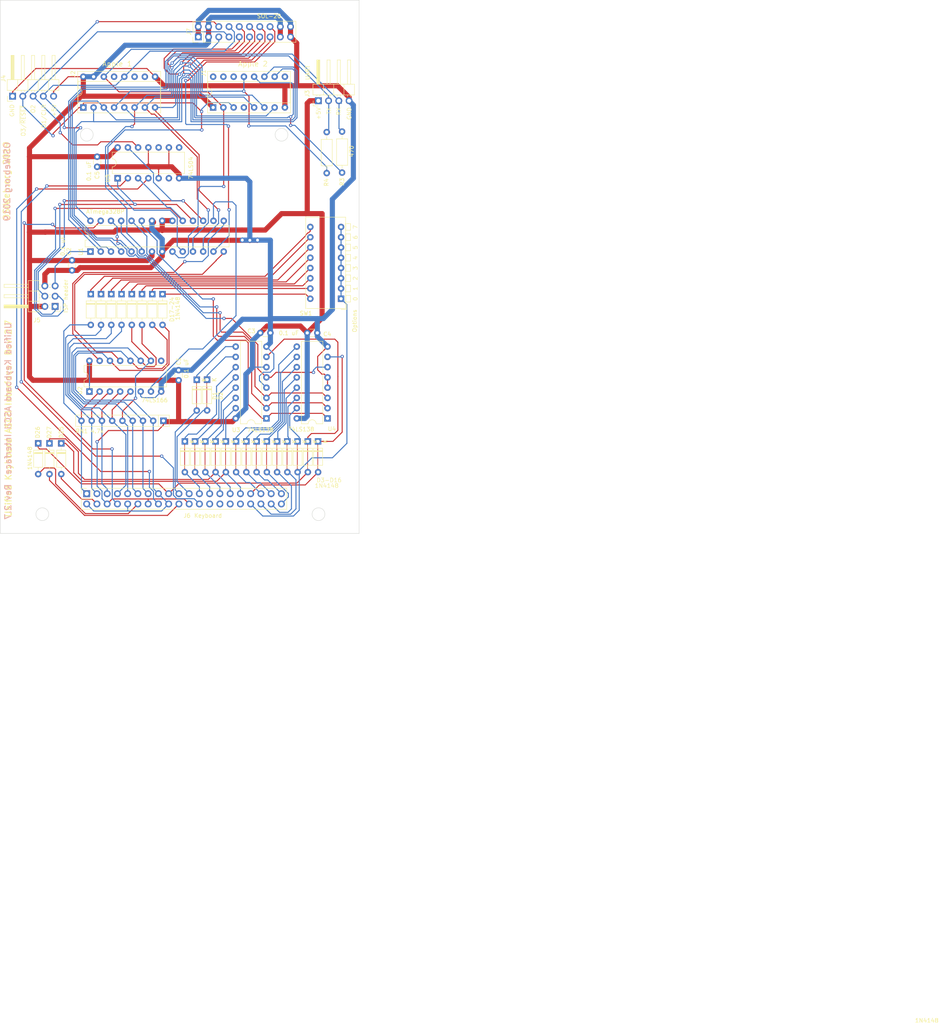
<source format=kicad_pcb>
(kicad_pcb (version 20171130) (host pcbnew "(5.1.5-0-10_14)")
  (title_block (title "Unified Retro Keyboard") (date 2020-04-25) (rev 2.7))
  (layers (0 F.Cu signal) (31 B.Cu signal) (34 B.Paste user) (35 F.Paste user) (36 B.SilkS user) (37 F.SilkS user) (38 B.Mask user) (39 F.Mask user) (44 Edge.Cuts user))
  (net 0 "")
  (net 1 GND)
  (net 2 +5V)
  (net 3 /Row3)
  (net 4 /Row0)
  (net 5 /Row1)
  (net 6 /Row4)
  (net 7 /Row5)
  (net 8 /Row7)
  (net 9 /D7)
  (net 10 /D1)
  (net 11 /D2)
  (net 12 /D3)
  (net 13 /D4)
  (net 14 /D5)
  (net 15 /D6)
  (net 16 /Col0)
  (net 17 /Col1)
  (net 18 /Col2)
  (net 19 /Col3)
  (net 20 /Col4)
  (net 21 /Col5)
  (net 22 /Col6)
  (net 23 /Col7)
  (net 24 /Row6)
  (net 25 /Row2)
  (net 26 /D0)
  (net 27 "Net-(U1-Pad25)")
  (net 28 "Net-(U1-Pad24)")
  (net 29 "Net-(U1-Pad23)")
  (net 30 /~STROBE)
  (net 31 "Net-(U1-Pad14)")
  (net 32 "Net-(U1-Pad26)")
  (net 33 "Net-(U1-Pad16)")
  (net 34 "Net-(U1-Pad15)")
  (net 35 /Row10)
  (net 36 /Row9)
  (net 37 /Row8)
  (net 38 /Row15)
  (net 39 /Row14)
  (net 40 /Row13)
  (net 41 /Row12)
  (net 42 /Row11)
  (net 43 /~RESET)
  (net 44 /Tx)
  (net 45 /Rx)
  (net 46 "Net-(D11-Pad1)")
  (net 47 "Net-(D12-Pad1)")
  (net 48 "Net-(D13-Pad1)")
  (net 49 "Net-(D14-Pad1)")
  (net 50 "Net-(D15-Pad1)")
  (net 51 "Net-(D16-Pad1)")
  (net 52 "Net-(D17-Pad1)")
  (net 53 "Net-(D18-Pad1)")
  (net 54 "Net-(D19-Pad1)")
  (net 55 "Net-(D20-Pad1)")
  (net 56 "Net-(D24-Pad1)")
  (net 57 "Net-(D3-Pad1)")
  (net 58 "Net-(D4-Pad1)")
  (net 59 "Net-(D5-Pad1)")
  (net 60 "Net-(D6-Pad1)")
  (net 61 "Net-(D7-Pad1)")
  (net 62 "Net-(D8-Pad1)")
  (net 63 "Net-(D9-Pad1)")
  (net 64 "Net-(D10-Pad1)")
  (net 65 "Net-(D1-Pad1)")
  (net 66 "Net-(D2-Pad1)")
  (net 67 "Net-(J1-Pad9)")
  (net 68 "Net-(J1-Pad4)")
  (net 69 "Net-(J1-Pad14)")
  (net 70 "Net-(J1-Pad15)")
  (net 71 "Net-(J1-Pad16)")
  (net 72 "Net-(J2-Pad10)")
  (net 73 "Net-(J2-Pad11)")
  (net 74 "Net-(J2-Pad13)")
  (net 75 "Net-(J6-Pad32)")
  (net 76 "Net-(J6-Pad30)")
  (net 77 "Net-(J6-Pad28)")
  (net 78 "Net-(J6-Pad26)")
  (net 79 "Net-(J6-Pad24)")
  (net 80 "Net-(J6-Pad16)")
  (net 81 "Net-(U2-Pad9)")
  (net 82 /LED1)
  (net 83 "Net-(U5-Pad6)")
  (net 84 "Net-(U5-Pad10)")
  (net 85 "Net-(U5-Pad8)")
  (net 86 /OUT1)
  (net 87 /OUT2)
  (net 88 /OUT3)
  (net 89 /MOSI-OUT2)
  (net 90 /SCK-LED2)
  (net 91 /MISO-LED3)
  (net 92 "Net-(D21-Pad1)")
  (net 93 "Net-(D22-Pad1)")
  (net 94 "Net-(D23-Pad1)")
  (net 95 "Net-(D25-Pad2)")
  (net 96 "Net-(D26-Pad2)")
  (net 97 "Net-(D27-Pad2)")
  (module unikbd:D_DO-35_SOD27_P7.62mm_Horizontal_bypassed (layer F.Cu) (at 209.55 160.0724 270)
    (fp_text reference D11 hide)
    (fp_text value 1N4148)
    (fp_poly (pts (xy 7.239 0.127) (xy 0.381 0.127) (xy 0.381 0) (xy 7.239 0)) (layer F.Cu) (width 0.0508))
    (fp_text user K (at 0 -1.8 90) (layer F.SilkS))
    (fp_text user K (at 0 -1.8 90) (layer F.SilkS))
    (pad 1 thru_hole rect (at 0 0 270) (size 1.6 1.6) (drill 0.8) (layers *.Cu *.Mask) (net 46 "Net-(D11-Pad1)"))
    (pad 2 thru_hole oval (at 7.62 0 270) (size 1.6 1.6) (drill 0.8) (layers *.Cu *.Mask) (net 6 /Row4))
  )
  (module unikbd:D_DO-35_SOD27_P7.62mm_Horizontal_bypassed (layer F.Cu) (at 222.25 160.0724 270)
    (fp_text reference D16 hide)
    (fp_text value 1N4148 hide)
    (fp_poly (pts (xy 7.239 0.127) (xy 0.381 0.127) (xy 0.381 0) (xy 7.239 0)) (layer F.Cu) (width 0.0508))
    (fp_text user K (at 0 -1.8 90) (layer F.SilkS))
    (fp_text user K (at 0 -1.8 90) (layer F.SilkS))
    (pad 1 thru_hole rect (at 0 0 270) (size 1.6 1.6) (drill 0.8) (layers *.Cu *.Mask) (net 51 "Net-(D16-Pad1)"))
    (pad 2 thru_hole oval (at 7.62 0 270) (size 1.6 1.6) (drill 0.8) (layers *.Cu *.Mask) (net 39 /Row14))
  )
  (module unikbd:D_DO-35_SOD27_P7.62mm_Horizontal_bypassed (layer F.Cu) (at 227.33 160.0724 270)
    (fp_text reference D15 hide)
    (fp_text value 1N4148)
    (fp_poly (pts (xy 7.239 0.127) (xy 0.381 0.127) (xy 0.381 0) (xy 7.239 0)) (layer F.Cu) (width 0.0508))
    (fp_text user K (at 0 -1.8 90) (layer F.SilkS))
    (fp_text user K (at 0 -1.8 90) (layer F.SilkS))
    (pad 1 thru_hole rect (at 0 0 270) (size 1.6 1.6) (drill 0.8) (layers *.Cu *.Mask) (net 50 "Net-(D15-Pad1)"))
    (pad 2 thru_hole oval (at 7.62 0 270) (size 1.6 1.6) (drill 0.8) (layers *.Cu *.Mask) (net 41 /Row12))
  )
  (module unikbd:D_DO-35_SOD27_P7.62mm_Horizontal_bypassed (layer F.Cu) (at 232.41 160.0724 270)
    (fp_text reference D14 hide)
    (fp_text value 1N4148)
    (fp_poly (pts (xy 7.239 0.127) (xy 0.381 0.127) (xy 0.381 0) (xy 7.239 0)) (layer F.Cu) (width 0.0508))
    (fp_text user K (at 0 -1.8 90) (layer F.SilkS))
    (fp_text user K (at 0 -1.8 90) (layer F.SilkS))
    (pad 1 thru_hole rect (at 0 0 270) (size 1.6 1.6) (drill 0.8) (layers *.Cu *.Mask) (net 49 "Net-(D14-Pad1)"))
    (pad 2 thru_hole oval (at 7.62 0 270) (size 1.6 1.6) (drill 0.8) (layers *.Cu *.Mask) (net 35 /Row10))
  )
  (module unikbd:D_DO-35_SOD27_P7.62mm_Horizontal_bypassed (layer F.Cu) (at 237.49 160.0724 270)
    (fp_text reference D13 hide)
    (fp_text value 1N4148)
    (fp_poly (pts (xy 7.239 0.127) (xy 0.381 0.127) (xy 0.381 0) (xy 7.239 0)) (layer F.Cu) (width 0.0508))
    (fp_text user K (at 0 -1.8 90) (layer F.SilkS))
    (fp_text user K (at 0 -1.8 90) (layer F.SilkS))
    (pad 1 thru_hole rect (at 0 0 270) (size 1.6 1.6) (drill 0.8) (layers *.Cu *.Mask) (net 48 "Net-(D13-Pad1)"))
    (pad 2 thru_hole oval (at 7.62 0 270) (size 1.6 1.6) (drill 0.8) (layers *.Cu *.Mask) (net 37 /Row8))
  )
  (module unikbd:D_DO-35_SOD27_P7.62mm_Horizontal_bypassed (layer F.Cu) (at 242.57 160.0724 270)
    (fp_text reference D8 hide)
    (fp_text value 1N4148 hide)
    (fp_poly (pts (xy 7.239 0.127) (xy 0.381 0.127) (xy 0.381 0) (xy 7.239 0)) (layer F.Cu) (width 0.0508))
    (fp_text user K (at 0 -1.8 90) (layer F.SilkS))
    (fp_text user K (at 0 -1.8 90) (layer F.SilkS))
    (pad 1 thru_hole rect (at 0 0 270) (size 1.6 1.6) (drill 0.8) (layers *.Cu *.Mask) (net 62 "Net-(D8-Pad1)"))
    (pad 2 thru_hole oval (at 7.62 0 270) (size 1.6 1.6) (drill 0.8) (layers *.Cu *.Mask) (net 38 /Row15))
  )
  (module unikbd:D_DO-35_SOD27_P7.62mm_Horizontal_bypassed (layer F.Cu) (at 224.79 160.0724 270)
    (fp_text reference D7 hide)
    (fp_text value 1N4148)
    (fp_poly (pts (xy 7.239 0.127) (xy 0.381 0.127) (xy 0.381 0) (xy 7.239 0)) (layer F.Cu) (width 0.0508))
    (fp_text user K (at 0 -1.8 90) (layer F.SilkS))
    (fp_text user K (at 0 -1.8 90) (layer F.SilkS))
    (pad 1 thru_hole rect (at 0 0 270) (size 1.6 1.6) (drill 0.8) (layers *.Cu *.Mask) (net 61 "Net-(D7-Pad1)"))
    (pad 2 thru_hole oval (at 7.62 0 270) (size 1.6 1.6) (drill 0.8) (layers *.Cu *.Mask) (net 40 /Row13))
  )
  (module unikbd:D_DO-35_SOD27_P7.62mm_Horizontal_bypassed (layer F.Cu) (at 229.87 160.0724 270)
    (fp_text reference D6 hide)
    (fp_text value 1N4148)
    (fp_poly (pts (xy 7.239 0.127) (xy 0.381 0.127) (xy 0.381 0) (xy 7.239 0)) (layer F.Cu) (width 0.0508))
    (fp_text user K (at 0 -1.8 90) (layer F.SilkS))
    (fp_text user K (at 0 -1.8 90) (layer F.SilkS))
    (pad 1 thru_hole rect (at 0 0 270) (size 1.6 1.6) (drill 0.8) (layers *.Cu *.Mask) (net 60 "Net-(D6-Pad1)"))
    (pad 2 thru_hole oval (at 7.62 0 270) (size 1.6 1.6) (drill 0.8) (layers *.Cu *.Mask) (net 42 /Row11))
  )
  (module unikbd:D_DO-35_SOD27_P7.62mm_Horizontal_bypassed (layer F.Cu) (at 234.95 160.0724 270)
    (fp_text reference D5 hide)
    (fp_text value 1N4148)
    (fp_poly (pts (xy 7.239 0.127) (xy 0.381 0.127) (xy 0.381 0) (xy 7.239 0)) (layer F.Cu) (width 0.0508))
    (fp_text user K (at 0 -1.8 90) (layer F.SilkS))
    (fp_text user K (at 0 -1.8 90) (layer F.SilkS))
    (pad 1 thru_hole rect (at 0 0 270) (size 1.6 1.6) (drill 0.8) (layers *.Cu *.Mask) (net 59 "Net-(D5-Pad1)"))
    (pad 2 thru_hole oval (at 7.62 0 270) (size 1.6 1.6) (drill 0.8) (layers *.Cu *.Mask) (net 36 /Row9))
  )
  (module unikbd:D_DO-35_SOD27_P7.62mm_Horizontal_bypassed (layer F.Cu) (at 212.4988 144.807 270)
    (fp_text reference D1 (at 3.9878 -4.4958 90) (layer F.SilkS))
    (fp_text value 1N4148)
    (fp_poly (pts (xy 7.239 0.127) (xy 0.381 0.127) (xy 0.381 0) (xy 7.239 0)) (layer F.Cu) (width 0.0508))
    (fp_text user K (at 0 -1.8 90) (layer F.SilkS))
    (fp_text user K (at 0 -1.8 90) (layer F.SilkS))
    (pad 1 thru_hole rect (at 0 0 270) (size 1.6 1.6) (drill 0.8) (layers *.Cu *.Mask) (net 65 "Net-(D1-Pad1)"))
    (pad 2 thru_hole oval (at 7.62 0 270) (size 1.6 1.6) (drill 0.8) (layers *.Cu *.Mask) (net 24 /Row6))
  )
  (module unikbd:D_DO-35_SOD27_P7.62mm_Horizontal_bypassed (layer F.Cu) (at 214.63 160.0724 270)
    (fp_text reference D10 hide)
    (fp_text value 1N4148)
    (fp_poly (pts (xy 7.239 0.127) (xy 0.381 0.127) (xy 0.381 0) (xy 7.239 0)) (layer F.Cu) (width 0.0508))
    (fp_text user K (at 0 -1.8 90) (layer F.SilkS))
    (fp_text user K (at 0 -1.8 90) (layer F.SilkS))
    (pad 1 thru_hole rect (at 0 0 270) (size 1.6 1.6) (drill 0.8) (layers *.Cu *.Mask) (net 64 "Net-(D10-Pad1)"))
    (pad 2 thru_hole oval (at 7.62 0 270) (size 1.6 1.6) (drill 0.8) (layers *.Cu *.Mask) (net 25 /Row2))
  )
  (module unikbd:D_DO-35_SOD27_P7.62mm_Horizontal_bypassed (layer F.Cu) (at 219.71 160.0724 270)
    (fp_text reference D9 hide)
    (fp_text value 1N4148)
    (fp_poly (pts (xy 7.239 0.127) (xy 0.381 0.127) (xy 0.381 0) (xy 7.239 0)) (layer F.Cu) (width 0.0508))
    (fp_text user K (at 0 -1.8 90) (layer F.SilkS))
    (fp_text user K (at 0 -1.8 90) (layer F.SilkS))
    (pad 1 thru_hole rect (at 0 0 270) (size 1.6 1.6) (drill 0.8) (layers *.Cu *.Mask) (net 63 "Net-(D9-Pad1)"))
    (pad 2 thru_hole oval (at 7.62 0 270) (size 1.6 1.6) (drill 0.8) (layers *.Cu *.Mask) (net 4 /Row0))
  )
  (module unikbd:D_DO-35_SOD27_P7.62mm_Horizontal_bypassed (layer F.Cu) (at 240.03 160.0724 270)
    (fp_text reference D4 hide)
    (fp_text value 1N4148)
    (fp_poly (pts (xy 7.239 0.127) (xy 0.381 0.127) (xy 0.381 0) (xy 7.239 0)) (layer F.Cu) (width 0.0508))
    (fp_text user K (at 0 -1.8 90) (layer F.SilkS))
    (fp_text user K (at 0 -1.8 90) (layer F.SilkS))
    (pad 1 thru_hole rect (at 0 0 270) (size 1.6 1.6) (drill 0.8) (layers *.Cu *.Mask) (net 58 "Net-(D4-Pad1)"))
    (pad 2 thru_hole oval (at 7.62 0 270) (size 1.6 1.6) (drill 0.8) (layers *.Cu *.Mask) (net 8 /Row7))
  )
  (module unikbd:D_DO-35_SOD27_P7.62mm_Horizontal_bypassed (layer F.Cu) (at 215.0642 144.7816 270)
    (fp_text reference D2 (at 4.0132 -3.3528 90) (layer F.SilkS))
    (fp_text value 1N4148)
    (fp_poly (pts (xy 7.239 0.127) (xy 0.381 0.127) (xy 0.381 0) (xy 7.239 0)) (layer F.Cu) (width 0.0508))
    (fp_text user K (at 0 -1.8 90) (layer F.SilkS))
    (fp_text user K (at 0 -1.8 90) (layer F.SilkS))
    (pad 1 thru_hole rect (at 0 0 270) (size 1.6 1.6) (drill 0.8) (layers *.Cu *.Mask) (net 66 "Net-(D2-Pad1)"))
    (pad 2 thru_hole oval (at 7.62 0 270) (size 1.6 1.6) (drill 0.8) (layers *.Cu *.Mask) (net 7 /Row5))
  )
  (module unikbd:D_DO-35_SOD27_P7.62mm_Horizontal_bypassed (layer F.Cu) (at 212.09 160.0724 270)
    (fp_text reference D3 hide)
    (fp_text value 1N4148)
    (fp_poly (pts (xy 7.239 0.127) (xy 0.381 0.127) (xy 0.381 0) (xy 7.239 0)) (layer F.Cu) (width 0.0508))
    (fp_text user K (at 0 -1.8 90) (layer F.SilkS))
    (fp_text user K (at 0 -1.8 90) (layer F.SilkS))
    (pad 1 thru_hole rect (at 0 0 270) (size 1.6 1.6) (drill 0.8) (layers *.Cu *.Mask) (net 57 "Net-(D3-Pad1)"))
    (pad 2 thru_hole oval (at 7.62 0 270) (size 1.6 1.6) (drill 0.8) (layers *.Cu *.Mask) (net 3 /Row3))
  )
  (module unikbd:D_DO-35_SOD27_P7.62mm_Horizontal_bypassed (layer F.Cu) (at 217.17 160.0724 270)
    (fp_text reference D12 hide)
    (fp_text value 1N4148)
    (fp_poly (pts (xy 7.239 0.127) (xy 0.381 0.127) (xy 0.381 0) (xy 7.239 0)) (layer F.Cu) (width 0.0508))
    (fp_text user K (at 0 -1.8 90) (layer F.SilkS))
    (fp_text user K (at 0 -1.8 90) (layer F.SilkS))
    (pad 1 thru_hole rect (at 0 0 270) (size 1.6 1.6) (drill 0.8) (layers *.Cu *.Mask) (net 47 "Net-(D12-Pad1)"))
    (pad 2 thru_hole oval (at 7.62 0 270) (size 1.6 1.6) (drill 0.8) (layers *.Cu *.Mask) (net 5 /Row1))
  )
  (module "" (layer F.Cu) (at 207.749 128.551)
    (fp_text reference "" (at 185.397 175.5918) (layer F.SilkS) (effects (font (size 1.27 1.27))))
    (fp_text value "" (at 185.397 175.5918) (layer F.SilkS) (effects (font (size 1.27 1.27))))
    (fp_text user 1N4148 (at 185.6764 174.9568 -180) (layer F.SilkS))
  )
  (module unikbd:PinHeader_2x20_P2.54mm_Vertical (layer F.Cu) (at 185.397 175.5918 90)
    (fp_text reference J6 (at -2.8702 24.7015 180) (layer F.SilkS))
    (fp_text value Keyboard (at -2.8702 29.9085 180) (layer F.SilkS))
    (pad 40 thru_hole oval (at 0.0254 48.0822 90) (size 1.7 1.7) (drill 1) (layers *.Cu *.Mask) (net 42 /Row11))
    (pad 39 thru_hole oval (at 2.5654 48.0822 90) (size 1.7 1.7) (drill 1) (layers *.Cu *.Mask) (net 41 /Row12))
    (pad 38 thru_hole oval (at 0.0254 45.5422 90) (size 1.7 1.7) (drill 1) (layers *.Cu *.Mask) (net 35 /Row10))
    (pad 37 thru_hole oval (at 2.5654 45.5422 90) (size 1.7 1.7) (drill 1) (layers *.Cu *.Mask) (net 40 /Row13))
    (pad 36 thru_hole oval (at 0.0254 43.0022 90) (size 1.7 1.7) (drill 1) (layers *.Cu *.Mask) (net 36 /Row9))
    (pad 35 thru_hole oval (at 2.5654 43.0022 90) (size 1.7 1.7) (drill 1) (layers *.Cu *.Mask) (net 39 /Row14))
    (pad 34 thru_hole oval (at 0.0254 40.4622 90) (size 1.7 1.7) (drill 1) (layers *.Cu *.Mask) (net 37 /Row8))
    (pad 33 thru_hole oval (at 2.5654 40.4622 90) (size 1.7 1.7) (drill 1) (layers *.Cu *.Mask) (net 38 /Row15))
    (pad 32 thru_hole oval (at 0.0254 37.9222 90) (size 1.7 1.7) (drill 1) (layers *.Cu *.Mask) (net 75 "Net-(J6-Pad32)"))
    (pad 31 thru_hole oval (at 2.5654 37.9222 90) (size 1.7 1.7) (drill 1) (layers *.Cu *.Mask) (net 4 /Row0))
    (pad 30 thru_hole oval (at 0.0254 35.3822 90) (size 1.7 1.7) (drill 1) (layers *.Cu *.Mask) (net 76 "Net-(J6-Pad30)"))
    (pad 29 thru_hole oval (at 2.5654 35.3822 90) (size 1.7 1.7) (drill 1) (layers *.Cu *.Mask) (net 5 /Row1))
    (pad 28 thru_hole oval (at 0.0254 32.8422 90) (size 1.7 1.7) (drill 1) (layers *.Cu *.Mask) (net 77 "Net-(J6-Pad28)"))
    (pad 27 thru_hole oval (at 2.5654 32.8422 90) (size 1.7 1.7) (drill 1) (layers *.Cu *.Mask) (net 25 /Row2))
    (pad 26 thru_hole oval (at 0.0254 30.3022 90) (size 1.7 1.7) (drill 1) (layers *.Cu *.Mask) (net 78 "Net-(J6-Pad26)"))
    (pad 25 thru_hole oval (at 2.5654 30.3022 90) (size 1.7 1.7) (drill 1) (layers *.Cu *.Mask) (net 3 /Row3))
    (pad 24 thru_hole oval (at 0.0254 27.7622 90) (size 1.7 1.7) (drill 1) (layers *.Cu *.Mask) (net 79 "Net-(J6-Pad24)"))
    (pad 23 thru_hole oval (at 2.5654 27.7622 90) (size 1.7 1.7) (drill 1) (layers *.Cu *.Mask) (net 6 /Row4))
    (pad 22 thru_hole oval (at 0.0254 25.2222 90) (size 1.7 1.7) (drill 1) (layers *.Cu *.Mask) (net 2 +5V))
    (pad 21 thru_hole oval (at 2.5654 25.2222 90) (size 1.7 1.7) (drill 1) (layers *.Cu *.Mask) (net 7 /Row5))
    (pad 20 thru_hole oval (at 0.0254 22.6822 90) (size 1.7 1.7) (drill 1) (layers *.Cu *.Mask) (net 97 "Net-(D27-Pad2)"))
    (pad 19 thru_hole oval (at 2.5654 22.6822 90) (size 1.7 1.7) (drill 1) (layers *.Cu *.Mask) (net 24 /Row6))
    (pad 18 thru_hole oval (at 0.0254 20.1422 90) (size 1.7 1.7) (drill 1) (layers *.Cu *.Mask) (net 16 /Col0))
    (pad 17 thru_hole oval (at 2.5654 20.1422 90) (size 1.7 1.7) (drill 1) (layers *.Cu *.Mask) (net 8 /Row7))
    (pad 16 thru_hole oval (at 0.0254 17.6022 90) (size 1.7 1.7) (drill 1) (layers *.Cu *.Mask) (net 80 "Net-(J6-Pad16)"))
    (pad 15 thru_hole oval (at 2.5654 17.6022 90) (size 1.7 1.7) (drill 1) (layers *.Cu *.Mask) (net 16 /Col0))
    (pad 14 thru_hole oval (at 0.0254 15.0622 90) (size 1.7 1.7) (drill 1) (layers *.Cu *.Mask) (net 2 +5V))
    (pad 13 thru_hole oval (at 2.5654 15.0622 90) (size 1.7 1.7) (drill 1) (layers *.Cu *.Mask) (net 17 /Col1))
    (pad 12 thru_hole oval (at 0.0254 12.5222 90) (size 1.7 1.7) (drill 1) (layers *.Cu *.Mask) (net 96 "Net-(D26-Pad2)"))
    (pad 11 thru_hole oval (at 2.5654 12.5222 90) (size 1.7 1.7) (drill 1) (layers *.Cu *.Mask) (net 18 /Col2))
    (pad 10 thru_hole oval (at 0.0254 9.9822 90) (size 1.7 1.7) (drill 1) (layers *.Cu *.Mask) (net 16 /Col0))
    (pad 9 thru_hole oval (at 2.5654 9.9822 90) (size 1.7 1.7) (drill 1) (layers *.Cu *.Mask) (net 19 /Col3))
    (pad 8 thru_hole oval (at 0.0254 7.4422 90) (size 1.7 1.7) (drill 1) (layers *.Cu *.Mask) (net 82 /LED1))
    (pad 7 thru_hole oval (at 2.5654 7.4422 90) (size 1.7 1.7) (drill 1) (layers *.Cu *.Mask) (net 20 /Col4))
    (pad 6 thru_hole oval (at 0.0254 4.9022 90) (size 1.7 1.7) (drill 1) (layers *.Cu *.Mask) (net 2 +5V))
    (pad 5 thru_hole oval (at 2.5654 4.9022 90) (size 1.7 1.7) (drill 1) (layers *.Cu *.Mask) (net 21 /Col5))
    (pad 4 thru_hole oval (at 0.0254 2.3622 90) (size 1.7 1.7) (drill 1) (layers *.Cu *.Mask) (net 95 "Net-(D25-Pad2)"))
    (pad 3 thru_hole oval (at 2.5654 2.3622 90) (size 1.7 1.7) (drill 1) (layers *.Cu *.Mask) (net 22 /Col6))
    (pad 2 thru_hole oval (at 0.0254 -0.1778 90) (size 1.7 1.7) (drill 1) (layers *.Cu *.Mask) (net 16 /Col0))
    (pad 1 thru_hole rect (at 2.5654 -0.1778 90) (size 1.7 1.7) (drill 1) (layers *.Cu *.Mask) (net 23 /Col7))
  )
  (module unikbd:SOL20-header-vertical (layer F.Cu) (at 212.8798 59.8948 90)
    (fp_text reference J7 (at 1.27 -2.33 90) (layer F.SilkS))
    (fp_text value SOL-20 (at 5.1308 17.5514 180) (layer F.SilkS))
    (pad 20 thru_hole oval (at 2.54 22.86 90) (size 1.7 1.7) (drill 1) (layers *.Cu *.Mask) (net 1 GND))
    (pad 10 thru_hole oval (at 0 22.86 90) (size 1.7 1.7) (drill 1) (layers *.Cu *.Mask) (net 1 GND))
    (pad 19 thru_hole oval (at 2.54 20.32 90) (size 1.7 1.7) (drill 1) (layers *.Cu *.Mask) (net 2 +5V))
    (pad 9 thru_hole oval (at 0 20.32 90) (size 1.7 1.7) (drill 1) (layers *.Cu *.Mask) (net 2 +5V))
    (pad 18 thru_hole oval (at 2.54 17.78 90) (size 1.7 1.7) (drill 1) (layers *.Cu *.Mask) (net 9 /D7))
    (pad 8 thru_hole oval (at 0 17.78 90) (size 1.7 1.7) (drill 1) (layers *.Cu *.Mask) (net 12 /D3))
    (pad 17 thru_hole oval (at 2.54 15.24 90) (size 1.7 1.7) (drill 1) (layers *.Cu *.Mask) (net 15 /D6))
    (pad 7 thru_hole oval (at 0 15.24 90) (size 1.7 1.7) (drill 1) (layers *.Cu *.Mask) (net 11 /D2))
    (pad 16 thru_hole oval (at 2.54 12.7 90) (size 1.7 1.7) (drill 1) (layers *.Cu *.Mask) (net 14 /D5))
    (pad 6 thru_hole oval (at 0 12.7 90) (size 1.7 1.7) (drill 1) (layers *.Cu *.Mask) (net 10 /D1))
    (pad 15 thru_hole oval (at 2.54 10.16 90) (size 1.7 1.7) (drill 1) (layers *.Cu *.Mask) (net 13 /D4))
    (pad 5 thru_hole oval (at 0 10.16 90) (size 1.7 1.7) (drill 1) (layers *.Cu *.Mask) (net 26 /D0))
    (pad 14 thru_hole oval (at 2.54 7.62 90) (size 1.7 1.7) (drill 1) (layers *.Cu *.Mask) (net 86 /OUT1))
    (pad 4 thru_hole oval (at 0 7.62 90) (size 1.7 1.7) (drill 1) (layers *.Cu *.Mask) (net 87 /OUT2))
    (pad 13 thru_hole oval (at 2.54 5.08 90) (size 1.7 1.7) (drill 1) (layers *.Cu *.Mask) (net 88 /OUT3))
    (pad 3 thru_hole oval (at 0 5.08 90) (size 1.7 1.7) (drill 1) (layers *.Cu *.Mask) (net 30 /~STROBE))
    (pad 12 thru_hole oval (at 2.54 2.54 90) (size 1.7 1.7) (drill 1) (layers *.Cu *.Mask) (net 2 +5V))
    (pad 2 thru_hole oval (at 0 2.54 90) (size 1.7 1.7) (drill 1) (layers *.Cu *.Mask) (net 2 +5V))
    (pad 11 thru_hole oval (at 2.54 0 90) (size 1.7 1.7) (drill 1) (layers *.Cu *.Mask) (net 1 GND))
    (pad 1 thru_hole rect (at 0 0 90) (size 1.7 1.7) (drill 1) (layers *.Cu *.Mask) (net 1 GND))
  )
  (module Package_DIP:DIP-16_W7.62mm (layer F.Cu) (at 185.905 147.728 90)
    (fp_text reference U2 (at 0.254 -2.33 90) (layer F.SilkS))
    (fp_text value 74LS166 (at -2.159 16.129) (layer F.SilkS))
    (pad 16 thru_hole oval (at 7.62 0 90) (size 1.6 1.6) (drill 0.8) (layers *.Cu *.Mask) (net 2 +5V))
    (pad 8 thru_hole oval (at 0 17.78 90) (size 1.6 1.6) (drill 0.8) (layers *.Cu *.Mask) (net 1 GND))
    (pad 15 thru_hole oval (at 7.62 2.54 90) (size 1.6 1.6) (drill 0.8) (layers *.Cu *.Mask) (net 34 "Net-(U1-Pad15)"))
    (pad 7 thru_hole oval (at 0 15.24 90) (size 1.6 1.6) (drill 0.8) (layers *.Cu *.Mask) (net 33 "Net-(U1-Pad16)"))
    (pad 14 thru_hole oval (at 7.62 5.08 90) (size 1.6 1.6) (drill 0.8) (layers *.Cu *.Mask) (net 16 /Col0))
    (pad 6 thru_hole oval (at 0 12.7 90) (size 1.6 1.6) (drill 0.8) (layers *.Cu *.Mask) (net 1 GND))
    (pad 13 thru_hole oval (at 7.62 7.62 90) (size 1.6 1.6) (drill 0.8) (layers *.Cu *.Mask) (net 31 "Net-(U1-Pad14)"))
    (pad 5 thru_hole oval (at 0 10.16 90) (size 1.6 1.6) (drill 0.8) (layers *.Cu *.Mask) (net 20 /Col4))
    (pad 12 thru_hole oval (at 7.62 10.16 90) (size 1.6 1.6) (drill 0.8) (layers *.Cu *.Mask) (net 17 /Col1))
    (pad 4 thru_hole oval (at 0 7.62 90) (size 1.6 1.6) (drill 0.8) (layers *.Cu *.Mask) (net 21 /Col5))
    (pad 11 thru_hole oval (at 7.62 12.7 90) (size 1.6 1.6) (drill 0.8) (layers *.Cu *.Mask) (net 18 /Col2))
    (pad 3 thru_hole oval (at 0 5.08 90) (size 1.6 1.6) (drill 0.8) (layers *.Cu *.Mask) (net 22 /Col6))
    (pad 10 thru_hole oval (at 7.62 15.24 90) (size 1.6 1.6) (drill 0.8) (layers *.Cu *.Mask) (net 19 /Col3))
    (pad 2 thru_hole oval (at 0 2.54 90) (size 1.6 1.6) (drill 0.8) (layers *.Cu *.Mask) (net 23 /Col7))
    (pad 9 thru_hole oval (at 7.62 17.78 90) (size 1.6 1.6) (drill 0.8) (layers *.Cu *.Mask) (net 81 "Net-(U2-Pad9)"))
    (pad 1 thru_hole rect (at 0 0 90) (size 1.6 1.6) (drill 0.8) (layers *.Cu *.Mask) (net 2 +5V))
  )
  (module Package_DIP:DIP-14_W7.62mm (layer F.Cu) (at 192.89 94.896 90)
    (fp_text reference U5 (at 0 -2.413 90) (layer F.SilkS))
    (fp_text value 74LS04 (at 2.54 18.161 90) (layer F.SilkS))
    (pad 14 thru_hole oval (at 7.62 0 90) (size 1.6 1.6) (drill 0.8) (layers *.Cu *.Mask) (net 2 +5V))
    (pad 7 thru_hole oval (at 0 15.24 90) (size 1.6 1.6) (drill 0.8) (layers *.Cu *.Mask) (net 1 GND))
    (pad 13 thru_hole oval (at 7.62 2.54 90) (size 1.6 1.6) (drill 0.8) (layers *.Cu *.Mask) (net 89 /MOSI-OUT2))
    (pad 6 thru_hole oval (at 0 12.7 90) (size 1.6 1.6) (drill 0.8) (layers *.Cu *.Mask) (net 83 "Net-(U5-Pad6)"))
    (pad 12 thru_hole oval (at 7.62 5.08 90) (size 1.6 1.6) (drill 0.8) (layers *.Cu *.Mask) (net 87 /OUT2))
    (pad 5 thru_hole oval (at 0 10.16 90) (size 1.6 1.6) (drill 0.8) (layers *.Cu *.Mask) (net 1 GND))
    (pad 11 thru_hole oval (at 7.62 7.62 90) (size 1.6 1.6) (drill 0.8) (layers *.Cu *.Mask) (net 1 GND))
    (pad 4 thru_hole oval (at 0 7.62 90) (size 1.6 1.6) (drill 0.8) (layers *.Cu *.Mask) (net 80 "Net-(J6-Pad16)"))
    (pad 10 thru_hole oval (at 7.62 10.16 90) (size 1.6 1.6) (drill 0.8) (layers *.Cu *.Mask) (net 84 "Net-(U5-Pad10)"))
    (pad 3 thru_hole oval (at 0 5.08 90) (size 1.6 1.6) (drill 0.8) (layers *.Cu *.Mask) (net 90 /SCK-LED2))
    (pad 9 thru_hole oval (at 7.62 12.7 90) (size 1.6 1.6) (drill 0.8) (layers *.Cu *.Mask) (net 1 GND))
    (pad 2 thru_hole oval (at 0 2.54 90) (size 1.6 1.6) (drill 0.8) (layers *.Cu *.Mask) (net 79 "Net-(J6-Pad24)"))
    (pad 8 thru_hole oval (at 7.62 15.24 90) (size 1.6 1.6) (drill 0.8) (layers *.Cu *.Mask) (net 85 "Net-(U5-Pad8)"))
    (pad 1 thru_hole rect (at 0 0 90) (size 1.6 1.6) (drill 0.8) (layers *.Cu *.Mask) (net 91 /MISO-LED3))
  )
  (module Connector_PinHeader_2.54mm:PinHeader_1x05_P2.54mm_Horizontal (layer F.Cu) (at 166.855 74.576 90)
    (fp_text reference J4 (at 4.385 -2.27 90) (layer F.SilkS))
    (fp_text value Conn_01x05)
    (pad 5 thru_hole oval (at 0 10.16 90) (size 1.7 1.7) (drill 1) (layers *.Cu *.Mask) (net 2 +5V))
    (pad 4 thru_hole oval (at 0 7.62 90) (size 1.7 1.7) (drill 1) (layers *.Cu *.Mask) (net 86 /OUT1))
    (pad 3 thru_hole oval (at 0 5.08 90) (size 1.7 1.7) (drill 1) (layers *.Cu *.Mask) (net 87 /OUT2))
    (pad 2 thru_hole oval (at 0 2.54 90) (size 1.7 1.7) (drill 1) (layers *.Cu *.Mask) (net 88 /OUT3))
    (pad 1 thru_hole rect (at 0 0 90) (size 1.7 1.7) (drill 1) (layers *.Cu *.Mask) (net 1 GND))
  )
  (module Resistor_THT:R_Axial_DIN0207_L6.3mm_D2.5mm_P10.16mm_Horizontal (layer F.Cu) (at 244.706 93.626 90)
    (fp_text reference R4 (at -2.286 -0.0762 90) (layer F.SilkS))
    (fp_text value 470 hide)
    (pad 2 thru_hole oval (at 10.16 0 90) (size 1.6 1.6) (drill 0.8) (layers *.Cu *.Mask) (net 44 /Tx))
    (pad 1 thru_hole circle (at 0 0 90) (size 1.6 1.6) (drill 0.8) (layers *.Cu *.Mask) (net 10 /D1))
  )
  (module Capacitor_THT:C_Disc_D3.0mm_W1.6mm_P2.50mm (layer F.Cu) (at 187.81 89.562 270)
    (fp_text reference C5 (at 4.572 0 90) (layer F.SilkS))
    (fp_text value "0.1 uF" (at 3.556 2.05 90) (layer F.SilkS))
    (pad 2 thru_hole circle (at 2.5 0 270) (size 1.6 1.6) (drill 0.8) (layers *.Cu *.Mask) (net 1 GND))
    (pad 1 thru_hole circle (at 0 0 270) (size 1.6 1.6) (drill 0.8) (layers *.Cu *.Mask) (net 2 +5V))
  )
  (module Diode_THT:D_DO-35_SOD27_P7.62mm_Horizontal (layer F.Cu) (at 175.999 160.555 270)
    (fp_text reference D27 (at -2.7305 0.0762 90) (layer F.SilkS))
    (fp_text value 1N4148)
    (pad 2 thru_hole oval (at 7.62 0 270) (size 1.6 1.6) (drill 0.8) (layers *.Cu *.Mask) (net 97 "Net-(D27-Pad2)"))
    (pad 1 thru_hole rect (at 0 0 270) (size 1.6 1.6) (drill 0.8) (layers *.Cu *.Mask) (net 5 /Row1))
  )
  (module Connector_PinHeader_2.54mm:PinHeader_1x04_P2.54mm_Horizontal (layer F.Cu) (at 242.62828 75.70376 90)
    (fp_text reference J3 (at 1.76276 -2.74828 90) (layer F.SilkS))
    (fp_text value UART (at 6.96976 -2.62128 90) (layer F.SilkS))
    (pad 4 thru_hole oval (at 0 7.62 90) (size 1.7 1.7) (drill 1) (layers *.Cu *.Mask) (net 1 GND))
    (pad 3 thru_hole oval (at 0 5.08 90) (size 1.7 1.7) (drill 1) (layers *.Cu *.Mask) (net 45 /Rx))
    (pad 2 thru_hole oval (at 0 2.54 90) (size 1.7 1.7) (drill 1) (layers *.Cu *.Mask) (net 44 /Tx))
    (pad 1 thru_hole rect (at 0 0 90) (size 1.7 1.7) (drill 1) (layers *.Cu *.Mask) (net 2 +5V))
  )
  (module Button_Switch_THT:SW_DIP_SPSTx08_Piano_CTS_Series194-8MSTN_W7.62mm_P2.54mm (layer F.Cu) (at 248.262 124.741 180)
    (fp_text reference SW1 (at 8.7122 -3.6068) (layer F.SilkS))
    (fp_text value Options (at -3.3782 -5.4864 90) (layer F.SilkS))
    (pad 1 thru_hole rect (at 0 0 180) (size 1.6 1.6) (drill 0.8) (layers *.Cu *.Mask) (net 37 /Row8))
    (pad 9 thru_hole oval (at 7.62 17.78 180) (size 1.6 1.6) (drill 0.8) (layers *.Cu *.Mask) (net 56 "Net-(D24-Pad1)"))
    (pad 2 thru_hole oval (at 0 2.54 180) (size 1.6 1.6) (drill 0.8) (layers *.Cu *.Mask) (net 37 /Row8))
    (pad 10 thru_hole oval (at 7.62 15.24 180) (size 1.6 1.6) (drill 0.8) (layers *.Cu *.Mask) (net 55 "Net-(D20-Pad1)"))
    (pad 3 thru_hole oval (at 0 5.08 180) (size 1.6 1.6) (drill 0.8) (layers *.Cu *.Mask) (net 37 /Row8))
    (pad 11 thru_hole oval (at 7.62 12.7 180) (size 1.6 1.6) (drill 0.8) (layers *.Cu *.Mask) (net 94 "Net-(D23-Pad1)"))
    (pad 4 thru_hole oval (at 0 7.62 180) (size 1.6 1.6) (drill 0.8) (layers *.Cu *.Mask) (net 37 /Row8))
    (pad 12 thru_hole oval (at 7.62 10.16 180) (size 1.6 1.6) (drill 0.8) (layers *.Cu *.Mask) (net 54 "Net-(D19-Pad1)"))
    (pad 5 thru_hole oval (at 0 10.16 180) (size 1.6 1.6) (drill 0.8) (layers *.Cu *.Mask) (net 37 /Row8))
    (pad 13 thru_hole oval (at 7.62 7.62 180) (size 1.6 1.6) (drill 0.8) (layers *.Cu *.Mask) (net 93 "Net-(D22-Pad1)"))
    (pad 6 thru_hole oval (at 0 12.7 180) (size 1.6 1.6) (drill 0.8) (layers *.Cu *.Mask) (net 37 /Row8))
    (pad 14 thru_hole oval (at 7.62 5.08 180) (size 1.6 1.6) (drill 0.8) (layers *.Cu *.Mask) (net 53 "Net-(D18-Pad1)"))
    (pad 7 thru_hole oval (at 0 15.24 180) (size 1.6 1.6) (drill 0.8) (layers *.Cu *.Mask) (net 37 /Row8))
    (pad 15 thru_hole oval (at 7.62 2.54 180) (size 1.6 1.6) (drill 0.8) (layers *.Cu *.Mask) (net 92 "Net-(D21-Pad1)"))
    (pad 8 thru_hole oval (at 0 17.78 180) (size 1.6 1.6) (drill 0.8) (layers *.Cu *.Mask) (net 37 /Row8))
    (pad 16 thru_hole oval (at 7.62 0 180) (size 1.6 1.6) (drill 0.8) (layers *.Cu *.Mask) (net 52 "Net-(D17-Pad1)"))
  )
  (module Diode_THT:D_DO-35_SOD27_P7.62mm_Horizontal (layer F.Cu) (at 186.2352 123.598 270)
    (fp_text reference D24 hide)
    (fp_text value 1N4148 hide)
    (pad 2 thru_hole oval (at 7.62 0 270) (size 1.6 1.6) (drill 0.8) (layers *.Cu *.Mask) (net 23 /Col7))
    (pad 1 thru_hole rect (at 0 0 270) (size 1.6 1.6) (drill 0.8) (layers *.Cu *.Mask) (net 56 "Net-(D24-Pad1)"))
  )
  (module Diode_THT:D_DO-35_SOD27_P7.62mm_Horizontal (layer F.Cu) (at 191.3152 123.598 270)
    (fp_text reference D23)
    (fp_text value 1N4148 hide)
    (pad 2 thru_hole oval (at 7.62 0 270) (size 1.6 1.6) (drill 0.8) (layers *.Cu *.Mask) (net 21 /Col5))
    (pad 1 thru_hole rect (at 0 0 270) (size 1.6 1.6) (drill 0.8) (layers *.Cu *.Mask) (net 94 "Net-(D23-Pad1)"))
  )
  (module Diode_THT:D_DO-35_SOD27_P7.62mm_Horizontal (layer F.Cu) (at 196.3952 123.598 270)
    (fp_text reference D22 hide)
    (fp_text value 1N4148 hide)
    (pad 2 thru_hole oval (at 7.62 0 270) (size 1.6 1.6) (drill 0.8) (layers *.Cu *.Mask) (net 19 /Col3))
    (pad 1 thru_hole rect (at 0 0 270) (size 1.6 1.6) (drill 0.8) (layers *.Cu *.Mask) (net 93 "Net-(D22-Pad1)"))
  )
  (module Diode_THT:D_DO-35_SOD27_P7.62mm_Horizontal (layer F.Cu) (at 201.4752 123.598 270)
    (fp_text reference D21 hide)
    (fp_text value 1N4148 hide)
    (pad 2 thru_hole oval (at 7.62 0 270) (size 1.6 1.6) (drill 0.8) (layers *.Cu *.Mask) (net 17 /Col1))
    (pad 1 thru_hole rect (at 0 0 270) (size 1.6 1.6) (drill 0.8) (layers *.Cu *.Mask) (net 92 "Net-(D21-Pad1)"))
  )
  (module Diode_THT:D_DO-35_SOD27_P7.62mm_Horizontal (layer F.Cu) (at 188.7752 123.598 270)
    (fp_text reference D20 hide)
    (fp_text value 1N4148 hide)
    (pad 2 thru_hole oval (at 7.62 0 270) (size 1.6 1.6) (drill 0.8) (layers *.Cu *.Mask) (net 22 /Col6))
    (pad 1 thru_hole rect (at 0 0 270) (size 1.6 1.6) (drill 0.8) (layers *.Cu *.Mask) (net 55 "Net-(D20-Pad1)"))
  )
  (module Diode_THT:D_DO-35_SOD27_P7.62mm_Horizontal (layer F.Cu) (at 193.8552 123.598 270)
    (fp_text reference D19 hide)
    (fp_text value 1N4148 hide)
    (pad 2 thru_hole oval (at 7.62 0 270) (size 1.6 1.6) (drill 0.8) (layers *.Cu *.Mask) (net 20 /Col4))
    (pad 1 thru_hole rect (at 0 0 270) (size 1.6 1.6) (drill 0.8) (layers *.Cu *.Mask) (net 54 "Net-(D19-Pad1)"))
  )
  (module Diode_THT:D_DO-35_SOD27_P7.62mm_Horizontal (layer F.Cu) (at 198.9352 123.598 270)
    (fp_text reference D18 hide)
    (fp_text value 1N4148 hide)
    (pad 2 thru_hole oval (at 7.62 0 270) (size 1.6 1.6) (drill 0.8) (layers *.Cu *.Mask) (net 18 /Col2))
    (pad 1 thru_hole rect (at 0 0 270) (size 1.6 1.6) (drill 0.8) (layers *.Cu *.Mask) (net 53 "Net-(D18-Pad1)"))
  )
  (module Diode_THT:D_DO-35_SOD27_P7.62mm_Horizontal (layer F.Cu) (at 204.0152 123.598 270)
    (fp_text reference D17 hide)
    (fp_text value 1N4148 (at 3.556 -3.7592 90) (layer F.SilkS))
    (pad 2 thru_hole oval (at 7.62 0 270) (size 1.6 1.6) (drill 0.8) (layers *.Cu *.Mask) (net 16 /Col0))
    (pad 1 thru_hole rect (at 0 0 270) (size 1.6 1.6) (drill 0.8) (layers *.Cu *.Mask) (net 52 "Net-(D17-Pad1)"))
  )
  (module Connector_PinHeader_2.54mm:PinHeader_2x03_P2.54mm_Horizontal (layer F.Cu) (at 177.396 126.646 180)
    (fp_text reference J5 (at 4.4958 -3.4036) (layer F.SilkS))
    (fp_text value "ISP header" (at -2.6416 2.54 90) (layer F.SilkS))
    (pad 6 thru_hole oval (at 2.54 5.08 180) (size 1.7 1.7) (drill 1) (layers *.Cu *.Mask) (net 1 GND))
    (pad 5 thru_hole oval (at 0 5.08 180) (size 1.7 1.7) (drill 1) (layers *.Cu *.Mask) (net 43 /~RESET))
    (pad 4 thru_hole oval (at 2.54 2.54 180) (size 1.7 1.7) (drill 1) (layers *.Cu *.Mask) (net 89 /MOSI-OUT2))
    (pad 3 thru_hole oval (at 0 2.54 180) (size 1.7 1.7) (drill 1) (layers *.Cu *.Mask) (net 90 /SCK-LED2))
    (pad 2 thru_hole oval (at 2.54 0 180) (size 1.7 1.7) (drill 1) (layers *.Cu *.Mask) (net 2 +5V))
    (pad 1 thru_hole rect (at 0 0 180) (size 1.7 1.7) (drill 1) (layers *.Cu *.Mask) (net 91 /MISO-LED3))
  )
  (module Capacitor_THT:C_Disc_D3.0mm_W1.6mm_P2.50mm (layer F.Cu) (at 228.2468 133.1992)
    (fp_text reference C3 (at -2.2098 -0.4572) (layer F.SilkS))
    (fp_text value "0.1 uF" (at 7.0612 0.0508) (layer F.SilkS))
    (pad 2 thru_hole circle (at 2.5 0) (size 1.6 1.6) (drill 0.8) (layers *.Cu *.Mask) (net 1 GND))
    (pad 1 thru_hole circle (at 0 0) (size 1.6 1.6) (drill 0.8) (layers *.Cu *.Mask) (net 2 +5V))
  )
  (module Capacitor_THT:C_Disc_D3.0mm_W1.6mm_P2.50mm (layer F.Cu) (at 239.88 133.1992)
    (fp_text reference C4 (at 4.953 0.3048) (layer F.SilkS))
    (fp_text value "0.1 uF" hide)
    (pad 2 thru_hole circle (at 2.5 0) (size 1.6 1.6) (drill 0.8) (layers *.Cu *.Mask) (net 1 GND))
    (pad 1 thru_hole circle (at 0 0) (size 1.6 1.6) (drill 0.8) (layers *.Cu *.Mask) (net 2 +5V))
  )
  (module Capacitor_THT:C_Disc_D3.0mm_W1.6mm_P2.50mm (layer F.Cu) (at 181.587 115.216 270)
    (fp_text reference C2 (at -2.159 0.762 90) (layer F.SilkS))
    (fp_text value "0.1 uF" (at -3.556 2.286 90) (layer F.SilkS))
    (pad 2 thru_hole circle (at 2.5 0 270) (size 1.6 1.6) (drill 0.8) (layers *.Cu *.Mask) (net 1 GND))
    (pad 1 thru_hole circle (at 0 0 270) (size 1.6 1.6) (drill 0.8) (layers *.Cu *.Mask) (net 2 +5V))
  )
  (module Capacitor_THT:C_Disc_D3.0mm_W1.6mm_P2.50mm (layer F.Cu) (at 208.003 144.934 90)
    (fp_text reference C1 (at 4.699 0 90) (layer F.SilkS))
    (fp_text value "0.1 uF" (at 2.921 1.905 90) (layer F.SilkS))
    (pad 2 thru_hole circle (at 2.5 0 90) (size 1.6 1.6) (drill 0.8) (layers *.Cu *.Mask) (net 1 GND))
    (pad 1 thru_hole circle (at 0 0 90) (size 1.6 1.6) (drill 0.8) (layers *.Cu *.Mask) (net 2 +5V))
  )
  (module Package_DIP:DIP-16_W7.62mm (layer F.Cu) (at 244.9092 154.3828 180)
    (fp_text reference U4 (at -1.0922 -2.5908) (layer F.SilkS))
    (fp_text value 74LS138 (at 6.5786 -2.6924) (layer F.SilkS))
    (pad 16 thru_hole oval (at 7.62 0 180) (size 1.6 1.6) (drill 0.8) (layers *.Cu *.Mask) (net 2 +5V))
    (pad 8 thru_hole oval (at 0 17.78 180) (size 1.6 1.6) (drill 0.8) (layers *.Cu *.Mask) (net 1 GND))
    (pad 15 thru_hole oval (at 7.62 2.54 180) (size 1.6 1.6) (drill 0.8) (layers *.Cu *.Mask) (net 48 "Net-(D13-Pad1)"))
    (pad 7 thru_hole oval (at 0 15.24 180) (size 1.6 1.6) (drill 0.8) (layers *.Cu *.Mask) (net 62 "Net-(D8-Pad1)"))
    (pad 14 thru_hole oval (at 7.62 5.08 180) (size 1.6 1.6) (drill 0.8) (layers *.Cu *.Mask) (net 59 "Net-(D5-Pad1)"))
    (pad 6 thru_hole oval (at 0 12.7 180) (size 1.6 1.6) (drill 0.8) (layers *.Cu *.Mask) (net 32 "Net-(U1-Pad26)"))
    (pad 13 thru_hole oval (at 7.62 7.62 180) (size 1.6 1.6) (drill 0.8) (layers *.Cu *.Mask) (net 49 "Net-(D14-Pad1)"))
    (pad 5 thru_hole oval (at 0 10.16 180) (size 1.6 1.6) (drill 0.8) (layers *.Cu *.Mask) (net 1 GND))
    (pad 12 thru_hole oval (at 7.62 10.16 180) (size 1.6 1.6) (drill 0.8) (layers *.Cu *.Mask) (net 60 "Net-(D6-Pad1)"))
    (pad 4 thru_hole oval (at 0 7.62 180) (size 1.6 1.6) (drill 0.8) (layers *.Cu *.Mask) (net 1 GND))
    (pad 11 thru_hole oval (at 7.62 12.7 180) (size 1.6 1.6) (drill 0.8) (layers *.Cu *.Mask) (net 50 "Net-(D15-Pad1)"))
    (pad 3 thru_hole oval (at 0 5.08 180) (size 1.6 1.6) (drill 0.8) (layers *.Cu *.Mask) (net 27 "Net-(U1-Pad25)"))
    (pad 10 thru_hole oval (at 7.62 15.24 180) (size 1.6 1.6) (drill 0.8) (layers *.Cu *.Mask) (net 61 "Net-(D7-Pad1)"))
    (pad 2 thru_hole oval (at 0 2.54 180) (size 1.6 1.6) (drill 0.8) (layers *.Cu *.Mask) (net 28 "Net-(U1-Pad24)"))
    (pad 9 thru_hole oval (at 7.62 17.78 180) (size 1.6 1.6) (drill 0.8) (layers *.Cu *.Mask) (net 51 "Net-(D16-Pad1)"))
    (pad 1 thru_hole rect (at 0 0 180) (size 1.6 1.6) (drill 0.8) (layers *.Cu *.Mask) (net 29 "Net-(U1-Pad23)"))
  )
  (module Package_DIP:DIP-16_W7.62mm (layer F.Cu) (at 229.7708 154.3828 180)
    (fp_text reference U3 (at 7.5184 -2.8448) (layer F.SilkS))
    (fp_text value 74LS138 (at 1.524 -2.8448) (layer F.SilkS))
    (pad 16 thru_hole oval (at 7.62 0 180) (size 1.6 1.6) (drill 0.8) (layers *.Cu *.Mask) (net 2 +5V))
    (pad 8 thru_hole oval (at 0 17.78 180) (size 1.6 1.6) (drill 0.8) (layers *.Cu *.Mask) (net 1 GND))
    (pad 15 thru_hole oval (at 7.62 2.54 180) (size 1.6 1.6) (drill 0.8) (layers *.Cu *.Mask) (net 63 "Net-(D9-Pad1)"))
    (pad 7 thru_hole oval (at 0 15.24 180) (size 1.6 1.6) (drill 0.8) (layers *.Cu *.Mask) (net 58 "Net-(D4-Pad1)"))
    (pad 14 thru_hole oval (at 7.62 5.08 180) (size 1.6 1.6) (drill 0.8) (layers *.Cu *.Mask) (net 47 "Net-(D12-Pad1)"))
    (pad 6 thru_hole oval (at 0 12.7 180) (size 1.6 1.6) (drill 0.8) (layers *.Cu *.Mask) (net 2 +5V))
    (pad 13 thru_hole oval (at 7.62 7.62 180) (size 1.6 1.6) (drill 0.8) (layers *.Cu *.Mask) (net 64 "Net-(D10-Pad1)"))
    (pad 5 thru_hole oval (at 0 10.16 180) (size 1.6 1.6) (drill 0.8) (layers *.Cu *.Mask) (net 32 "Net-(U1-Pad26)"))
    (pad 12 thru_hole oval (at 7.62 10.16 180) (size 1.6 1.6) (drill 0.8) (layers *.Cu *.Mask) (net 57 "Net-(D3-Pad1)"))
    (pad 4 thru_hole oval (at 0 7.62 180) (size 1.6 1.6) (drill 0.8) (layers *.Cu *.Mask) (net 1 GND))
    (pad 11 thru_hole oval (at 7.62 12.7 180) (size 1.6 1.6) (drill 0.8) (layers *.Cu *.Mask) (net 46 "Net-(D11-Pad1)"))
    (pad 3 thru_hole oval (at 0 5.08 180) (size 1.6 1.6) (drill 0.8) (layers *.Cu *.Mask) (net 27 "Net-(U1-Pad25)"))
    (pad 10 thru_hole oval (at 7.62 15.24 180) (size 1.6 1.6) (drill 0.8) (layers *.Cu *.Mask) (net 66 "Net-(D2-Pad1)"))
    (pad 2 thru_hole oval (at 0 2.54 180) (size 1.6 1.6) (drill 0.8) (layers *.Cu *.Mask) (net 28 "Net-(U1-Pad24)"))
    (pad 9 thru_hole oval (at 7.62 17.78 180) (size 1.6 1.6) (drill 0.8) (layers *.Cu *.Mask) (net 65 "Net-(D1-Pad1)"))
    (pad 1 thru_hole rect (at 0 0 180) (size 1.6 1.6) (drill 0.8) (layers *.Cu *.Mask) (net 29 "Net-(U1-Pad23)"))
  )
  (module Resistor_THT:R_Axial_DIN0207_L6.3mm_D2.5mm_P10.16mm_Horizontal (layer F.Cu) (at 248.516 93.499 90)
    (fp_text reference R3 (at -2.286 0 90) (layer F.SilkS))
    (fp_text value 470 (at 5.2832 2.3622 90) (layer F.SilkS))
    (pad 2 thru_hole oval (at 10.16 0 90) (size 1.6 1.6) (drill 0.8) (layers *.Cu *.Mask) (net 45 /Rx))
    (pad 1 thru_hole circle (at 0 0 90) (size 1.6 1.6) (drill 0.8) (layers *.Cu *.Mask) (net 26 /D0))
  )
  (module Package_DIP:DIP-28_W7.62mm (layer F.Cu) (at 186.159 113.057 90)
    (fp_text reference U1 (at 0 -2.413 90) (layer F.SilkS))
    (fp_text value ATmega328P (at 9.906 3.683 180) (layer F.SilkS))
    (pad 28 thru_hole oval (at 7.62 0 90) (size 1.6 1.6) (drill 0.8) (layers *.Cu *.Mask) (net 86 /OUT1))
    (pad 14 thru_hole oval (at 0 33.02 90) (size 1.6 1.6) (drill 0.8) (layers *.Cu *.Mask) (net 31 "Net-(U1-Pad14)"))
    (pad 27 thru_hole oval (at 7.62 2.54 90) (size 1.6 1.6) (drill 0.8) (layers *.Cu *.Mask) (net 82 /LED1))
    (pad 13 thru_hole oval (at 0 30.48 90) (size 1.6 1.6) (drill 0.8) (layers *.Cu *.Mask) (net 9 /D7))
    (pad 26 thru_hole oval (at 7.62 5.08 90) (size 1.6 1.6) (drill 0.8) (layers *.Cu *.Mask) (net 32 "Net-(U1-Pad26)"))
    (pad 12 thru_hole oval (at 0 27.94 90) (size 1.6 1.6) (drill 0.8) (layers *.Cu *.Mask) (net 15 /D6))
    (pad 25 thru_hole oval (at 7.62 7.62 90) (size 1.6 1.6) (drill 0.8) (layers *.Cu *.Mask) (net 27 "Net-(U1-Pad25)"))
    (pad 11 thru_hole oval (at 0 25.4 90) (size 1.6 1.6) (drill 0.8) (layers *.Cu *.Mask) (net 14 /D5))
    (pad 24 thru_hole oval (at 7.62 10.16 90) (size 1.6 1.6) (drill 0.8) (layers *.Cu *.Mask) (net 28 "Net-(U1-Pad24)"))
    (pad 10 thru_hole oval (at 0 22.86 90) (size 1.6 1.6) (drill 0.8) (layers *.Cu *.Mask) (net 88 /OUT3))
    (pad 23 thru_hole oval (at 7.62 12.7 90) (size 1.6 1.6) (drill 0.8) (layers *.Cu *.Mask) (net 29 "Net-(U1-Pad23)"))
    (pad 9 thru_hole oval (at 0 20.32 90) (size 1.6 1.6) (drill 0.8) (layers *.Cu *.Mask) (net 30 /~STROBE))
    (pad 22 thru_hole oval (at 7.62 15.24 90) (size 1.6 1.6) (drill 0.8) (layers *.Cu *.Mask) (net 1 GND))
    (pad 8 thru_hole oval (at 0 17.78 90) (size 1.6 1.6) (drill 0.8) (layers *.Cu *.Mask) (net 1 GND))
    (pad 21 thru_hole oval (at 7.62 17.78 90) (size 1.6 1.6) (drill 0.8) (layers *.Cu *.Mask) (net 2 +5V))
    (pad 7 thru_hole oval (at 0 15.24 90) (size 1.6 1.6) (drill 0.8) (layers *.Cu *.Mask) (net 2 +5V))
    (pad 20 thru_hole oval (at 7.62 20.32 90) (size 1.6 1.6) (drill 0.8) (layers *.Cu *.Mask) (net 2 +5V))
    (pad 6 thru_hole oval (at 0 12.7 90) (size 1.6 1.6) (drill 0.8) (layers *.Cu *.Mask) (net 13 /D4))
    (pad 19 thru_hole oval (at 7.62 22.86 90) (size 1.6 1.6) (drill 0.8) (layers *.Cu *.Mask) (net 90 /SCK-LED2))
    (pad 5 thru_hole oval (at 0 10.16 90) (size 1.6 1.6) (drill 0.8) (layers *.Cu *.Mask) (net 12 /D3))
    (pad 18 thru_hole oval (at 7.62 25.4 90) (size 1.6 1.6) (drill 0.8) (layers *.Cu *.Mask) (net 91 /MISO-LED3))
    (pad 4 thru_hole oval (at 0 7.62 90) (size 1.6 1.6) (drill 0.8) (layers *.Cu *.Mask) (net 11 /D2))
    (pad 17 thru_hole oval (at 7.62 27.94 90) (size 1.6 1.6) (drill 0.8) (layers *.Cu *.Mask) (net 89 /MOSI-OUT2))
    (pad 3 thru_hole oval (at 0 5.08 90) (size 1.6 1.6) (drill 0.8) (layers *.Cu *.Mask) (net 44 /Tx))
    (pad 16 thru_hole oval (at 7.62 30.48 90) (size 1.6 1.6) (drill 0.8) (layers *.Cu *.Mask) (net 33 "Net-(U1-Pad16)"))
    (pad 2 thru_hole oval (at 0 2.54 90) (size 1.6 1.6) (drill 0.8) (layers *.Cu *.Mask) (net 45 /Rx))
    (pad 15 thru_hole oval (at 7.62 33.02 90) (size 1.6 1.6) (drill 0.8) (layers *.Cu *.Mask) (net 34 "Net-(U1-Pad15)"))
    (pad 1 thru_hole rect (at 0 0 90) (size 1.6 1.6) (drill 0.8) (layers *.Cu *.Mask) (net 43 /~RESET))
  )
  (module Package_DIP:DIP-16_W7.62mm_Socket (layer F.Cu) (at 216.561832 77.37 90)
    (fp_text reference J1 (at 8.509 -2.335832 90) (layer F.SilkS))
    (fp_text value "Apple 2" (at 10.795 9.856168) (layer F.SilkS) (effects (font (size 1.27 1.27))))
    (pad 1 thru_hole rect (at 0 0 90) (size 1.6 1.6) (drill 0.8) (layers *.Cu *.Mask) (net 2 +5V))
    (pad 9 thru_hole oval (at 7.62 17.78 90) (size 1.6 1.6) (drill 0.8) (layers *.Cu *.Mask) (net 67 "Net-(J1-Pad9)"))
    (pad 2 thru_hole oval (at 0 2.54 90) (size 1.6 1.6) (drill 0.8) (layers *.Cu *.Mask) (net 30 /~STROBE))
    (pad 10 thru_hole oval (at 7.62 15.24 90) (size 1.6 1.6) (drill 0.8) (layers *.Cu *.Mask) (net 11 /D2))
    (pad 3 thru_hole oval (at 0 5.08 90) (size 1.6 1.6) (drill 0.8) (layers *.Cu *.Mask) (net 88 /OUT3))
    (pad 11 thru_hole oval (at 7.62 12.7 90) (size 1.6 1.6) (drill 0.8) (layers *.Cu *.Mask) (net 12 /D3))
    (pad 4 thru_hole oval (at 0 7.62 90) (size 1.6 1.6) (drill 0.8) (layers *.Cu *.Mask) (net 68 "Net-(J1-Pad4)"))
    (pad 12 thru_hole oval (at 7.62 10.16 90) (size 1.6 1.6) (drill 0.8) (layers *.Cu *.Mask) (net 26 /D0))
    (pad 5 thru_hole oval (at 0 10.16 90) (size 1.6 1.6) (drill 0.8) (layers *.Cu *.Mask) (net 14 /D5))
    (pad 13 thru_hole oval (at 7.62 7.62 90) (size 1.6 1.6) (drill 0.8) (layers *.Cu *.Mask) (net 10 /D1))
    (pad 6 thru_hole oval (at 0 12.7 90) (size 1.6 1.6) (drill 0.8) (layers *.Cu *.Mask) (net 13 /D4))
    (pad 14 thru_hole oval (at 7.62 5.08 90) (size 1.6 1.6) (drill 0.8) (layers *.Cu *.Mask) (net 69 "Net-(J1-Pad14)"))
    (pad 7 thru_hole oval (at 0 15.24 90) (size 1.6 1.6) (drill 0.8) (layers *.Cu *.Mask) (net 15 /D6))
    (pad 15 thru_hole oval (at 7.62 2.54 90) (size 1.6 1.6) (drill 0.8) (layers *.Cu *.Mask) (net 70 "Net-(J1-Pad15)"))
    (pad 8 thru_hole oval (at 0 17.78 90) (size 1.6 1.6) (drill 0.8) (layers *.Cu *.Mask) (net 1 GND))
    (pad 16 thru_hole oval (at 7.62 0 90) (size 1.6 1.6) (drill 0.8) (layers *.Cu *.Mask) (net 71 "Net-(J1-Pad16)"))
  )
  (module Diode_THT:D_DO-35_SOD27_P7.62mm_Horizontal (layer F.Cu) (at 173.205 160.555 270)
    (fp_text reference D26 (at -2.7305 0.127 90) (layer F.SilkS))
    (fp_text value 1N4148)
    (pad 2 thru_hole oval (at 7.62 0 270) (size 1.6 1.6) (drill 0.8) (layers *.Cu *.Mask) (net 96 "Net-(D26-Pad2)"))
    (pad 1 thru_hole rect (at 0 0 270) (size 1.6 1.6) (drill 0.8) (layers *.Cu *.Mask) (net 8 /Row7))
  )
  (module Diode_THT:D_DO-35_SOD27_P7.62mm_Horizontal (layer F.Cu) (at 178.92 160.555 270)
    (fp_text reference D25 (at -2.7305 0 90) (layer F.SilkS))
    (fp_text value 1N4148 (at 3.683 7.7724 90) (layer F.SilkS))
    (pad 2 thru_hole oval (at 7.62 0 270) (size 1.6 1.6) (drill 0.8) (layers *.Cu *.Mask) (net 95 "Net-(D25-Pad2)"))
    (pad 1 thru_hole rect (at 0 0 270) (size 1.6 1.6) (drill 0.8) (layers *.Cu *.Mask) (net 4 /Row0))
  )
  (module Resistor_THT:R_Array_SIP9 (layer F.Cu) (at 204.2438 154.967 180)
    (fp_text reference RN1 (at 20.2438 -2.5654) (layer F.SilkS))
    (fp_text value 4.7k (at 16.4338 -2.5654) (layer F.SilkS))
    (pad 1 thru_hole rect (at 0 0 180) (size 1.6 1.6) (drill 0.8) (layers *.Cu *.Mask) (net 2 +5V))
    (pad 2 thru_hole oval (at 2.54 0 180) (size 1.6 1.6) (drill 0.8) (layers *.Cu *.Mask) (net 16 /Col0))
    (pad 3 thru_hole oval (at 5.08 0 180) (size 1.6 1.6) (drill 0.8) (layers *.Cu *.Mask) (net 17 /Col1))
    (pad 4 thru_hole oval (at 7.62 0 180) (size 1.6 1.6) (drill 0.8) (layers *.Cu *.Mask) (net 18 /Col2))
    (pad 5 thru_hole oval (at 10.16 0 180) (size 1.6 1.6) (drill 0.8) (layers *.Cu *.Mask) (net 19 /Col3))
    (pad 6 thru_hole oval (at 12.7 0 180) (size 1.6 1.6) (drill 0.8) (layers *.Cu *.Mask) (net 20 /Col4))
    (pad 7 thru_hole oval (at 15.24 0 180) (size 1.6 1.6) (drill 0.8) (layers *.Cu *.Mask) (net 21 /Col5))
    (pad 8 thru_hole oval (at 17.78 0 180) (size 1.6 1.6) (drill 0.8) (layers *.Cu *.Mask) (net 22 /Col6))
    (pad 9 thru_hole oval (at 20.32 0 180) (size 1.6 1.6) (drill 0.8) (layers *.Cu *.Mask) (net 23 /Col7))
  )
  (module Package_DIP:DIP-16_W7.62mm_Socket (layer F.Cu) (at 184.390166 77.37 90)
    (fp_text reference J2 (at 8.255 -2.549166 270) (layer F.SilkS))
    (fp_text value "Apple 1" (at 10.795 8.372834 180) (layer F.SilkS) (effects (font (size 1.27 1.27))))
    (pad 1 thru_hole rect (at 0 0 90) (size 1.6 1.6) (drill 0.8) (layers *.Cu *.Mask) (net 88 /OUT3))
    (pad 9 thru_hole oval (at 7.62 17.78 90) (size 1.6 1.6) (drill 0.8) (layers *.Cu *.Mask) (net 1 GND))
    (pad 2 thru_hole oval (at 0 2.54 90) (size 1.6 1.6) (drill 0.8) (layers *.Cu *.Mask) (net 12 /D3))
    (pad 10 thru_hole oval (at 7.62 15.24 90) (size 1.6 1.6) (drill 0.8) (layers *.Cu *.Mask) (net 72 "Net-(J2-Pad10)"))
    (pad 3 thru_hole oval (at 0 5.08 90) (size 1.6 1.6) (drill 0.8) (layers *.Cu *.Mask) (net 11 /D2))
    (pad 11 thru_hole oval (at 7.62 12.7 90) (size 1.6 1.6) (drill 0.8) (layers *.Cu *.Mask) (net 73 "Net-(J2-Pad11)"))
    (pad 4 thru_hole oval (at 0 7.62 90) (size 1.6 1.6) (drill 0.8) (layers *.Cu *.Mask) (net 10 /D1))
    (pad 12 thru_hole oval (at 7.62 10.16 90) (size 1.6 1.6) (drill 0.8) (layers *.Cu *.Mask) (net 86 /OUT1))
    (pad 5 thru_hole oval (at 0 10.16 90) (size 1.6 1.6) (drill 0.8) (layers *.Cu *.Mask) (net 26 /D0))
    (pad 13 thru_hole oval (at 7.62 7.62 90) (size 1.6 1.6) (drill 0.8) (layers *.Cu *.Mask) (net 74 "Net-(J2-Pad13)"))
    (pad 6 thru_hole oval (at 0 12.7 90) (size 1.6 1.6) (drill 0.8) (layers *.Cu *.Mask) (net 13 /D4))
    (pad 14 thru_hole oval (at 7.62 5.08 90) (size 1.6 1.6) (drill 0.8) (layers *.Cu *.Mask) (net 30 /~STROBE))
    (pad 7 thru_hole oval (at 0 15.24 90) (size 1.6 1.6) (drill 0.8) (layers *.Cu *.Mask) (net 14 /D5))
    (pad 15 thru_hole oval (at 7.62 2.54 90) (size 1.6 1.6) (drill 0.8) (layers *.Cu *.Mask) (net 2 +5V))
    (pad 8 thru_hole oval (at 0 17.78 90) (size 1.6 1.6) (drill 0.8) (layers *.Cu *.Mask) (net 15 /D6))
    (pad 16 thru_hole oval (at 7.62 0 90) (size 1.6 1.6) (drill 0.8) (layers *.Cu *.Mask) (net 2 +5V))
  )
  (gr_text D17-24 (at 206.352 127.408 90) (layer F.SilkS) (effects (font (size 1.016 1.016) (thickness 0.1524))))
  (gr_text O2 (at 171.935 77.751 90) (layer F.SilkS) (effects (font (size 1.016 1.016) (thickness 0.127))))
  (gr_text 1N4148 (at 244.706 171.0452) (layer F.SilkS) (effects (font (size 1.016 1.016) (thickness 0.127))))
  (gr_text D3-D16 (at 245.2902 169.6736) (layer F.SilkS) (effects (font (size 1.016 1.016) (thickness 0.127))))
  (gr_text 7 (at 251.818 106.9864 90) (layer F.SilkS) (effects (font (size 1.016 1.016) (thickness 0.127))))
  (gr_text 6 (at 251.818 109.5264 90) (layer F.SilkS) (effects (font (size 1.016 1.016) (thickness 0.127))))
  (gr_text 5 (at 251.818 112.0664 90) (layer F.SilkS) (effects (font (size 1.016 1.016) (thickness 0.127))))
  (gr_text 4 (at 251.818 114.6064 90) (layer F.SilkS) (effects (font (size 1.016 1.016) (thickness 0.127))))
  (gr_text 3 (at 251.818 117.1464 90) (layer F.SilkS) (effects (font (size 1.016 1.016) (thickness 0.127))))
  (gr_text 2 (at 251.818 119.6864 90) (layer F.SilkS) (effects (font (size 1.016 1.016) (thickness 0.127))))
  (gr_text 1 (at 251.818 122.2264 90) (layer F.SilkS) (effects (font (size 1.016 1.016) (thickness 0.127))))
  (gr_text 0 (at 251.818 124.7664 90) (layer F.SilkS) (effects (font (size 1.016 1.016) (thickness 0.127))))
  (gr_text +5V (at 242.674 78.87368 90) (layer F.SilkS) (effects (font (size 1.016 1.016) (thickness 0.127))))
  (gr_text GND (at 250.294 78.87368 90) (layer F.SilkS) (effects (font (size 1.016 1.016) (thickness 0.127))))
  (gr_text TX (at 245.26988 78.196346 90) (layer F.SilkS) (effects (font (size 1.016 1.016) (thickness 0.127))))
  (gr_text RX (at 247.6778 78.317299 90) (layer F.SilkS) (effects (font (size 1.016 1.016) (thickness 0.127))))
  (gr_text "OSIWeb.org 2019" (at 165.4834 95.7342 90) (layer B.SilkS) (effects (font (size 1.524 1.524) (thickness 0.254)) (justify mirror)))
  (gr_text "OSIWeb.org 2019" (at 165.3564 95.6072 90) (layer F.SilkS) (effects (font (size 1.524 1.524) (thickness 0.254))))
  (gr_text "Unified Keyboard ASCII Interface  Rev 2.7" (at 165.7374 155.0178 90) (layer B.SilkS) (effects (font (size 1.524 1.524) (thickness 0.254)) (justify mirror)))
  (gr_text "Unified Keyboard ASCII Interface  Rev 2.7" (at 165.8136 154.4336 90) (layer F.SilkS) (effects (font (size 1.524 1.524) (thickness 0.254))))
  (gr_text +5V (at 177.142 78.132 90) (layer F.SilkS) (effects (font (size 1.016 1.016) (thickness 0.127))))
  (gr_text O1/CLR (at 174.602 79.529 90) (layer F.SilkS) (effects (font (size 1.016 1.016) (thickness 0.127))))
  (gr_text O3/~RESET (at 169.522 80.672 90) (layer F.SilkS) (effects (font (size 1.016 1.016) (thickness 0.127))))
  (gr_text GND (at 166.728 78.132 90) (layer F.SilkS) (effects (font (size 1.016 1.016) (thickness 0.127))))
  (gr_circle (center 233.506 84.1248) (end 235.0935 84.1248) (layer Edge.Cuts) (width 0.1))
  (gr_circle (center 185.246 84.1248) (end 186.8335 84.1248) (layer Edge.Cuts) (width 0.1))
  (gr_circle (center 174.2224 178.1048) (end 175.8099 178.1048) (layer Edge.Cuts) (width 0.1))
  (gr_circle (center 242.6754 178.1048) (end 244.2629 178.1048) (layer Edge.Cuts) (width 0.1))
  (gr_line (start 163.83 50.8) (end 252.73 50.8) (layer Edge.Cuts) (width 0.1))
  (gr_line (start 252.73 50.8) (end 252.73 182.88) (layer Edge.Cuts) (width 0.1))
  (gr_line (start 252.73 182.88) (end 163.83 182.88) (layer Edge.Cuts) (width 0.1))
  (gr_line (start 163.83 182.88) (end 163.83 50.8) (layer Edge.Cuts) (width 0.1))
  (segment (start 201.399 107.469) (end 203.939 110.009) (width 1.27) (layer B.Cu) (net 1))
  (segment (start 203.939 110.009) (end 203.939 113.017) (width 1.27) (layer B.Cu) (net 1))
  (segment (start 201.399 105.397) (end 201.399 107.469) (width 1.27) (layer B.Cu) (net 1))
  (segment (start 201.78 105.691) (end 201.78 105.818) (width 1.27) (layer F.Cu) (net 1))
  (segment (start 203.812 147.855) (end 203.685 147.728) (width 1.27) (layer F.Cu) (net 1))
  (segment (start 234.419 77.447168) (end 234.341832 77.37) (width 1.27) (layer F.Cu) (net 1))
  (segment (start 234.419 77.497) (end 234.419 77.447168) (width 1.27) (layer F.Cu) (net 1))
  (segment (start 218.036 135.61137) (end 218.036 135.79) (width 0.254) (layer B.Cu) (net 1))
  (segment (start 198.605 148.85937) (end 198.986 149.24037) (width 0.254) (layer B.Cu) (net 1))
  (segment (start 198.605 147.728) (end 198.605 148.85937) (width 0.254) (layer B.Cu) (net 1))
  (segment (start 202.17263 149.24037) (end 203.685 147.728) (width 0.254) (layer B.Cu) (net 1))
  (segment (start 198.986 149.24037) (end 202.17263 149.24037) (width 0.254) (layer B.Cu) (net 1))
  (segment (start 230.7468 135.6268) (end 229.7708 136.6028) (width 1.27) (layer B.Cu) (net 1))
  (segment (start 230.7468 133.1992) (end 230.7468 135.6268) (width 1.27) (layer B.Cu) (net 1))
  (segment (start 242.38 134.0736) (end 244.9092 136.6028) (width 1.27) (layer B.Cu) (net 1))
  (segment (start 242.38 133.1992) (end 242.38 134.0736) (width 1.27) (layer B.Cu) (net 1))
  (segment (start 244.9092 145.63143) (end 244.9092 144.2228) (width 0.254) (layer F.Cu) (net 1))
  (segment (start 244.9092 146.7628) (end 244.9092 145.63143) (width 0.254) (layer F.Cu) (net 1))
  (segment (start 231.5996 142.0384) (end 231.5996 138.4316) (width 0.254) (layer B.Cu) (net 1))
  (segment (start 228.958 142.9528) (end 230.6852 142.9528) (width 0.254) (layer B.Cu) (net 1))
  (segment (start 230.6852 142.9528) (end 231.5996 142.0384) (width 0.254) (layer B.Cu) (net 1))
  (segment (start 231.5996 138.4316) (end 229.7708 136.6028) (width 0.254) (layer B.Cu) (net 1))
  (segment (start 228.0436 143.8672) (end 228.958 142.9528) (width 0.254) (layer B.Cu) (net 1))
  (segment (start 228.0436 145.0356) (end 228.0436 143.8672) (width 0.254) (layer B.Cu) (net 1))
  (segment (start 229.7708 146.7628) (end 228.0436 145.0356) (width 0.254) (layer B.Cu) (net 1))
  (segment (start 174.856 118.6704) (end 174.856 121.566) (width 1.27) (layer F.Cu) (net 1))
  (segment (start 203.939 114.18837) (end 201.095171 117.032199) (width 1.27) (layer F.Cu) (net 1))
  (segment (start 203.939 113.057) (end 203.939 114.18837) (width 1.27) (layer F.Cu) (net 1))
  (segment (start 242.38 129.6686) (end 230.9284 129.6686) (width 1.27) (layer B.Cu) (net 1))
  (segment (start 242.38 133.1992) (end 242.38 129.6686) (width 1.27) (layer B.Cu) (net 1))
  (segment (start 230.7468 133.1992) (end 230.7468 110.2484) (width 1.27) (layer B.Cu) (net 1))
  (segment (start 230.696 110.223) (end 223.791 110.223) (width 1.27) (layer B.Cu) (net 1))
  (segment (start 230.736 110.263) (end 230.696 110.223) (width 1.27) (layer B.Cu) (net 1))
  (segment (start 243.525012 143.422801) (end 242.4708 142.368589) (width 0.254) (layer F.Cu) (net 1))
  (segment (start 242.4708 139.0412) (end 244.109201 137.402799) (width 0.254) (layer F.Cu) (net 1))
  (segment (start 242.4708 142.368589) (end 242.4708 139.0412) (width 0.254) (layer F.Cu) (net 1))
  (segment (start 244.109201 143.422801) (end 243.525012 143.422801) (width 0.254) (layer F.Cu) (net 1))
  (segment (start 244.9092 144.2228) (end 244.109201 143.422801) (width 0.254) (layer F.Cu) (net 1))
  (segment (start 244.109201 137.402799) (end 244.9092 136.6028) (width 0.254) (layer F.Cu) (net 1))
  (segment (start 166.855 73.472) (end 166.855 74.576) (width 0.254) (layer F.Cu) (net 1))
  (segment (start 172.609 67.718) (end 166.855 73.472) (width 0.254) (layer F.Cu) (net 1))
  (segment (start 200.138166 67.718) (end 172.609 67.718) (width 0.254) (layer F.Cu) (net 1))
  (segment (start 202.170166 69.75) (end 200.138166 67.718) (width 0.254) (layer F.Cu) (net 1))
  (segment (start 182.897 117.716) (end 181.587 117.716) (width 1.27) (layer F.Cu) (net 1))
  (segment (start 183.580801 117.032199) (end 182.897 117.716) (width 1.27) (layer F.Cu) (net 1))
  (segment (start 201.095171 117.032199) (end 183.580801 117.032199) (width 1.27) (layer F.Cu) (net 1))
  (segment (start 175.8104 117.716) (end 174.856 118.6704) (width 1.27) (layer F.Cu) (net 1))
  (segment (start 181.587 117.716) (end 175.8104 117.716) (width 1.27) (layer F.Cu) (net 1))
  (segment (start 234.341832 77.37) (end 234.341832 71.958828) (width 1.27) (layer F.Cu) (net 1))
  (segment (start 251.31 94.896) (end 251.31 76.76548) (width 1.27) (layer B.Cu) (net 1))
  (segment (start 246.103 100.103) (end 251.31 94.896) (width 1.27) (layer B.Cu) (net 1))
  (segment (start 246.103 127.408) (end 246.103 100.103) (width 1.27) (layer B.Cu) (net 1))
  (segment (start 251.31 76.76548) (end 250.24828 75.70376) (width 1.27) (layer B.Cu) (net 1))
  (segment (start 243.8424 129.6686) (end 246.103 127.408) (width 1.27) (layer B.Cu) (net 1))
  (segment (start 242.38 129.6686) (end 243.8424 129.6686) (width 1.27) (layer B.Cu) (net 1))
  (segment (start 211.21337 142.434) (end 208.003 142.434) (width 1.27) (layer B.Cu) (net 1))
  (segment (start 223.82129 129.82608) (end 211.21337 142.434) (width 1.27) (layer B.Cu) (net 1))
  (segment (start 230.60392 129.82608) (end 223.82129 129.82608) (width 1.27) (layer B.Cu) (net 1))
  (segment (start 230.9284 129.5016) (end 230.60392 129.82608) (width 1.27) (layer B.Cu) (net 1))
  (segment (start 206.947 142.434) (end 208.003 142.434) (width 1.27) (layer B.Cu) (net 1))
  (segment (start 203.685 145.696) (end 206.947 142.434) (width 1.27) (layer B.Cu) (net 1))
  (segment (start 203.685 147.728) (end 203.685 145.696) (width 1.27) (layer B.Cu) (net 1))
  (segment (start 223.791 110.223) (end 223.751 110.223) (width 1.27) (layer B.Cu) (net 1))
  (via (at 223.791 110.223) (size 1.27) (drill 0.7112) (layers F.Cu B.Cu) (net 1))
  (via (at 227.561 110.223) (size 1.27) (drill 0.7112) (layers F.Cu B.Cu) (net 1))
  (segment (start 227.521 110.263) (end 227.561 110.223) (width 1.27) (layer F.Cu) (net 1))
  (segment (start 206.693 110.263) (end 225.656 110.263) (width 1.27) (layer F.Cu) (net 1))
  (segment (start 203.939 113.017) (end 206.693 110.263) (width 1.27) (layer F.Cu) (net 1))
  (segment (start 225.656 110.263) (end 227.521 110.263) (width 1.27) (layer F.Cu) (net 1))
  (via (at 225.656 110.263) (size 1.27) (drill 0.7112) (layers F.Cu B.Cu) (net 1))
  (segment (start 225.656 110.263) (end 225.656 95.785) (width 1.27) (layer B.Cu) (net 1))
  (segment (start 224.767 94.896) (end 225.656 95.785) (width 1.27) (layer B.Cu) (net 1))
  (segment (start 208.13 94.896) (end 224.767 94.896) (width 1.27) (layer B.Cu) (net 1))
  (segment (start 208.13 93.88) (end 208.13 94.896) (width 1.27) (layer F.Cu) (net 1))
  (segment (start 206.312 92.062) (end 208.13 93.88) (width 1.27) (layer F.Cu) (net 1))
  (segment (start 202.963 92.062) (end 203.05 92.149) (width 1.27) (layer F.Cu) (net 1))
  (segment (start 203.05 92.149) (end 203.05 94.896) (width 0.254) (layer F.Cu) (net 1))
  (segment (start 202.963 92.062) (end 206.312 92.062) (width 1.27) (layer F.Cu) (net 1))
  (segment (start 200.677 92.062) (end 200.51 91.895) (width 1.27) (layer F.Cu) (net 1))
  (segment (start 200.51 91.895) (end 200.51 87.276) (width 0.254) (layer F.Cu) (net 1))
  (segment (start 187.81 92.062) (end 200.677 92.062) (width 1.27) (layer F.Cu) (net 1))
  (segment (start 200.677 92.062) (end 202.963 92.062) (width 1.27) (layer F.Cu) (net 1))
  (segment (start 205.59 91.975) (end 205.59 87.276) (width 0.254) (layer F.Cu) (net 1))
  (segment (start 205.677 92.062) (end 205.59 91.975) (width 0.254) (layer F.Cu) (net 1))
  (segment (start 237.263798 61.418798) (end 235.7398 59.8948) (width 1.27) (layer F.Cu) (net 1))
  (segment (start 237.263798 71.781998) (end 237.263798 61.418798) (width 1.27) (layer F.Cu) (net 1))
  (segment (start 235.7398 59.8948) (end 235.7398 57.3548) (width 1.27) (layer F.Cu) (net 1))
  (segment (start 212.8798 57.3548) (end 212.8798 59.8948) (width 1.27) (layer F.Cu) (net 1))
  (segment (start 235.7398 56.152719) (end 232.903281 53.3162) (width 1.27) (layer B.Cu) (net 1))
  (segment (start 212.8798 55.907) (end 212.8798 57.3548) (width 1.27) (layer B.Cu) (net 1))
  (segment (start 215.4706 53.3162) (end 212.8798 55.907) (width 1.27) (layer B.Cu) (net 1))
  (segment (start 232.903281 53.3162) (end 215.4706 53.3162) (width 1.27) (layer B.Cu) (net 1))
  (segment (start 235.7398 57.3548) (end 235.7398 56.152719) (width 1.27) (layer B.Cu) (net 1))
  (segment (start 247.401977 71.988777) (end 250.24828 74.83508) (width 1.27) (layer F.Cu) (net 1))
  (segment (start 250.24828 74.83508) (end 250.24828 75.70376) (width 1.27) (layer F.Cu) (net 1))
  (segment (start 204.408943 71.988777) (end 247.401977 71.988777) (width 1.27) (layer F.Cu) (net 1))
  (segment (start 202.170166 69.75) (end 204.408943 71.988777) (width 1.27) (layer F.Cu) (net 1))
  (segment (start 242.53176 75.70376) (end 242.62828 75.70376) (width 1.27) (layer F.Cu) (net 2))
  (segment (start 192.014216 108.231011) (end 174.983011 108.231011) (width 1.27) (layer F.Cu) (net 2))
  (segment (start 192.522227 107.723) (end 192.014216 108.231011) (width 1.27) (layer F.Cu) (net 2))
  (segment (start 223.751 107.723) (end 192.522227 107.723) (width 1.27) (layer F.Cu) (net 2))
  (segment (start 206.479 105.397) (end 203.939 105.397) (width 1.27) (layer F.Cu) (net 2))
  (segment (start 206.352 105.564) (end 206.479 105.437) (width 1.27) (layer B.Cu) (net 2))
  (segment (start 184.508 74.576) (end 184.390166 74.458166) (width 1.27) (layer F.Cu) (net 2))
  (segment (start 184.390166 74.458166) (end 184.390166 69.75) (width 1.27) (layer F.Cu) (net 2))
  (segment (start 203.939 105.397) (end 203.939 107.85) (width 1.27) (layer F.Cu) (net 2))
  (segment (start 226.3164 135.1296) (end 228.2468 133.1992) (width 1.27) (layer B.Cu) (net 2))
  (segment (start 237.2892 154.3828) (end 239.3212 154.3828) (width 1.27) (layer B.Cu) (net 2))
  (segment (start 239.88 153.824) (end 239.88 133.1992) (width 1.27) (layer B.Cu) (net 2))
  (segment (start 239.3212 154.3828) (end 239.88 153.824) (width 1.27) (layer B.Cu) (net 2))
  (segment (start 226.418 141.6828) (end 229.7708 141.6828) (width 0.254) (layer B.Cu) (net 2))
  (segment (start 226.3164 141.7844) (end 226.418 141.6828) (width 0.254) (layer B.Cu) (net 2))
  (segment (start 226.3164 141.7844) (end 226.3164 135.1296) (width 1.27) (layer B.Cu) (net 2))
  (segment (start 171.046 108.2564) (end 174.957622 108.2564) (width 1.27) (layer F.Cu) (net 2))
  (segment (start 174.957622 108.2564) (end 174.983011 108.231011) (width 1.27) (layer F.Cu) (net 2))
  (segment (start 171.046 115.3176) (end 171.046 108.2564) (width 1.27) (layer F.Cu) (net 2))
  (segment (start 200.26787 115.2795) (end 201.399 114.14837) (width 1.27) (layer F.Cu) (net 2))
  (segment (start 201.399 114.14837) (end 201.399 113.017) (width 1.27) (layer F.Cu) (net 2))
  (segment (start 171.0841 115.2795) (end 200.26787 115.2795) (width 1.27) (layer F.Cu) (net 2))
  (segment (start 171.046 127.0524) (end 171.4524 126.646) (width 1.27) (layer F.Cu) (net 2))
  (segment (start 171.4524 126.646) (end 174.856 126.646) (width 1.27) (layer F.Cu) (net 2))
  (segment (start 171.046 127.0524) (end 171.046 115.3176) (width 1.27) (layer F.Cu) (net 2))
  (segment (start 171.046 144.0704) (end 171.046 127.0524) (width 1.27) (layer F.Cu) (net 2))
  (segment (start 224.6654 143.4354) (end 226.3164 141.7844) (width 1.27) (layer B.Cu) (net 2))
  (segment (start 224.6654 151.8682) (end 224.6654 143.4354) (width 1.27) (layer B.Cu) (net 2))
  (segment (start 222.1508 154.3828) (end 224.6654 151.8682) (width 1.27) (layer B.Cu) (net 2))
  (segment (start 204.459599 155.182799) (end 204.2438 154.967) (width 1.27) (layer F.Cu) (net 2))
  (segment (start 222.1508 154.3828) (end 221.350801 155.182799) (width 1.27) (layer F.Cu) (net 2))
  (segment (start 209.6794 155.169998) (end 209.692201 155.182799) (width 1.27) (layer F.Cu) (net 2))
  (segment (start 229.935801 131.510199) (end 238.190999 131.510199) (width 1.27) (layer F.Cu) (net 2))
  (segment (start 239.080001 132.399201) (end 239.88 133.1992) (width 1.27) (layer F.Cu) (net 2))
  (segment (start 238.190999 131.510199) (end 239.080001 132.399201) (width 1.27) (layer F.Cu) (net 2))
  (segment (start 228.2468 133.1992) (end 229.935801 131.510199) (width 1.27) (layer F.Cu) (net 2))
  (segment (start 191.149199 174.716401) (end 190.2992 175.5664) (width 0.254) (layer F.Cu) (net 2))
  (segment (start 191.530201 174.335399) (end 191.149199 174.716401) (width 0.254) (layer F.Cu) (net 2))
  (segment (start 210.6192 175.5664) (end 209.388199 174.335399) (width 0.254) (layer F.Cu) (net 2))
  (segment (start 189.0165 174.2837) (end 190.2992 175.5664) (width 0.254) (layer B.Cu) (net 2))
  (segment (start 189.0165 172.385766) (end 189.0165 174.2837) (width 0.254) (layer B.Cu) (net 2))
  (segment (start 187.81 171.179266) (end 189.0165 172.385766) (width 0.254) (layer B.Cu) (net 2))
  (segment (start 187.81 160.174) (end 187.81 171.179266) (width 0.254) (layer B.Cu) (net 2))
  (via (at 187.81 160.174) (size 0.8128) (drill 0.4064) (layers F.Cu B.Cu) (net 2))
  (segment (start 204.2438 156.021) (end 204.2438 154.967) (width 0.254) (layer F.Cu) (net 2))
  (segment (start 202.8848 157.38) (end 204.2438 156.021) (width 0.254) (layer F.Cu) (net 2))
  (segment (start 190.604 157.38) (end 202.8848 157.38) (width 0.254) (layer F.Cu) (net 2))
  (segment (start 187.81 160.174) (end 190.604 157.38) (width 0.254) (layer F.Cu) (net 2))
  (segment (start 183.258796 69.75) (end 184.390166 69.75) (width 0.254) (layer F.Cu) (net 2))
  (segment (start 180.638919 69.75) (end 183.258796 69.75) (width 0.254) (layer F.Cu) (net 2))
  (segment (start 177.015 73.373919) (end 180.638919 69.75) (width 0.254) (layer F.Cu) (net 2))
  (segment (start 177.015 74.576) (end 177.015 73.373919) (width 0.254) (layer F.Cu) (net 2))
  (segment (start 183.873 74.576) (end 184.508 74.576) (width 1.27) (layer F.Cu) (net 2))
  (segment (start 171.046 87.403) (end 183.873 74.576) (width 1.27) (layer F.Cu) (net 2))
  (segment (start 243.563 129.5162) (end 243.563 103.659) (width 1.27) (layer F.Cu) (net 2))
  (segment (start 239.88 133.1992) (end 243.563 129.5162) (width 1.27) (layer F.Cu) (net 2))
  (segment (start 229.466 107.723) (end 223.751 107.723) (width 1.27) (layer F.Cu) (net 2))
  (segment (start 233.53 103.659) (end 229.466 107.723) (width 1.27) (layer F.Cu) (net 2))
  (segment (start 240.50828 75.70376) (end 239.88 76.33204) (width 1.27) (layer F.Cu) (net 2))
  (segment (start 242.62828 75.70376) (end 240.50828 75.70376) (width 1.27) (layer F.Cu) (net 2))
  (segment (start 239.88 103.278) (end 239.499 103.659) (width 1.27) (layer F.Cu) (net 2))
  (segment (start 239.88 76.33204) (end 239.88 103.278) (width 1.27) (layer F.Cu) (net 2))
  (segment (start 239.499 103.659) (end 233.53 103.659) (width 1.27) (layer F.Cu) (net 2))
  (segment (start 243.563 103.659) (end 239.499 103.659) (width 1.27) (layer F.Cu) (net 2))
  (segment (start 185.905 146.674) (end 185.905 140.108) (width 0.254) (layer B.Cu) (net 2))
  (segment (start 185.905 147.728) (end 185.905 146.674) (width 0.254) (layer B.Cu) (net 2))
  (segment (start 208.003 154.586) (end 208.003 144.934) (width 1.27) (layer F.Cu) (net 2))
  (segment (start 221.350801 155.182799) (end 208.599799 155.182799) (width 1.27) (layer F.Cu) (net 2))
  (segment (start 208.599799 155.182799) (end 204.459599 155.182799) (width 1.27) (layer F.Cu) (net 2))
  (segment (start 206.606 144.934) (end 208.003 144.934) (width 1.27) (layer F.Cu) (net 2))
  (segment (start 171.9096 144.934) (end 206.606 144.934) (width 1.27) (layer F.Cu) (net 2))
  (segment (start 171.1476 144.172) (end 171.9096 144.934) (width 1.27) (layer F.Cu) (net 2))
  (segment (start 185.905 144.934) (end 185.905 140.108) (width 1.27) (layer F.Cu) (net 2))
  (segment (start 187.81 89.562) (end 171.046 89.562) (width 1.27) (layer F.Cu) (net 2))
  (segment (start 171.046 89.562) (end 171.046 87.403) (width 1.27) (layer F.Cu) (net 2))
  (segment (start 171.046 108.2564) (end 171.046 89.562) (width 1.27) (layer F.Cu) (net 2))
  (segment (start 190.604 89.562) (end 192.89 87.276) (width 1.27) (layer F.Cu) (net 2))
  (segment (start 187.81 89.562) (end 190.604 89.562) (width 1.27) (layer F.Cu) (net 2))
  (segment (start 200.445601 174.335399) (end 200.4592 174.348998) (width 0.254) (layer F.Cu) (net 2))
  (segment (start 200.4592 174.348998) (end 200.4592 175.5664) (width 0.254) (layer F.Cu) (net 2))
  (segment (start 209.388199 174.335399) (end 200.445601 174.335399) (width 0.254) (layer F.Cu) (net 2))
  (segment (start 200.445601 174.335399) (end 191.530201 174.335399) (width 0.254) (layer F.Cu) (net 2))
  (segment (start 216.893 77.701168) (end 216.561832 77.37) (width 0.254) (layer F.Cu) (net 2))
  (segment (start 213.767832 74.576) (end 184.508 74.576) (width 1.27) (layer F.Cu) (net 2))
  (segment (start 216.561832 77.37) (end 213.767832 74.576) (width 1.27) (layer F.Cu) (net 2))
  (segment (start 215.4198 59.8948) (end 215.4198 57.3548) (width 1.27) (layer F.Cu) (net 2))
  (segment (start 233.1998 55.8816) (end 233.1998 57.3548) (width 1.27) (layer B.Cu) (net 2))
  (segment (start 232.3616 55.0434) (end 233.1998 55.8816) (width 1.27) (layer B.Cu) (net 2))
  (segment (start 216.0802 55.0434) (end 232.3616 55.0434) (width 1.27) (layer B.Cu) (net 2))
  (segment (start 215.4198 55.7038) (end 216.0802 55.0434) (width 1.27) (layer B.Cu) (net 2))
  (segment (start 215.4198 57.3548) (end 215.4198 55.7038) (width 1.27) (layer B.Cu) (net 2))
  (segment (start 233.1998 57.3548) (end 233.1998 59.8948) (width 1.27) (layer F.Cu) (net 2))
  (segment (start 186.930166 69.75) (end 184.390166 69.75) (width 1.27) (layer B.Cu) (net 2))
  (segment (start 187.730165 68.950001) (end 186.930166 69.75) (width 1.27) (layer B.Cu) (net 2))
  (segment (start 215.4198 59.8948) (end 215.4198 61.2664) (width 1.27) (layer B.Cu) (net 2))
  (segment (start 194.727966 61.9522) (end 187.730165 68.950001) (width 1.27) (layer B.Cu) (net 2))
  (segment (start 214.734 61.9522) (end 194.727966 61.9522) (width 1.27) (layer B.Cu) (net 2))
  (segment (start 215.4198 61.2664) (end 214.734 61.9522) (width 1.27) (layer B.Cu) (net 2))
  (segment (start 215.6992 171.3246) (end 212.1432 167.7686) (width 0.254) (layer B.Cu) (net 3))
  (segment (start 215.6992 173.0264) (end 215.6992 171.3246) (width 0.254) (layer B.Cu) (net 3))
  (segment (start 223.346 173.6092) (end 223.346 173.0756) (width 0.254) (layer B.Cu) (net 4))
  (segment (start 223.3192 171.4008) (end 219.687 167.7686) (width 0.254) (layer B.Cu) (net 4))
  (segment (start 223.3192 173.0264) (end 223.3192 171.4008) (width 0.254) (layer B.Cu) (net 4))
  (segment (start 182.006 162.587) (end 179.974 160.555) (width 0.254) (layer F.Cu) (net 4))
  (segment (start 182.006 167.832) (end 182.006 162.587) (width 0.254) (layer F.Cu) (net 4))
  (segment (start 184.127 169.953) (end 182.006 167.832) (width 0.254) (layer F.Cu) (net 4))
  (segment (start 179.974 160.555) (end 178.92 160.555) (width 0.254) (layer F.Cu) (net 4))
  (segment (start 217.4494 169.953) (end 184.127 169.953) (width 0.254) (layer F.Cu) (net 4))
  (segment (start 219.71 167.6924) (end 217.4494 169.953) (width 0.254) (layer F.Cu) (net 4))
  (segment (start 220.7792 171.35) (end 220.7792 173.0264) (width 0.254) (layer B.Cu) (net 5))
  (segment (start 217.1978 167.7686) (end 220.7792 171.35) (width 0.254) (layer B.Cu) (net 5))
  (segment (start 175.999 159.501) (end 175.999 160.555) (width 0.254) (layer F.Cu) (net 5))
  (segment (start 179.981601 159.427999) (end 176.072001 159.427999) (width 0.254) (layer F.Cu) (net 5))
  (segment (start 183.16499 162.611388) (end 179.981601 159.427999) (width 0.254) (layer F.Cu) (net 5))
  (segment (start 183.16499 167.97499) (end 183.16499 162.611388) (width 0.254) (layer F.Cu) (net 5))
  (segment (start 184.68899 169.49899) (end 183.16499 167.97499) (width 0.254) (layer F.Cu) (net 5))
  (segment (start 215.36341 169.49899) (end 184.68899 169.49899) (width 0.254) (layer F.Cu) (net 5))
  (segment (start 176.072001 159.427999) (end 175.999 159.501) (width 0.254) (layer F.Cu) (net 5))
  (segment (start 217.17 167.6924) (end 215.36341 169.49899) (width 0.254) (layer F.Cu) (net 5))
  (segment (start 210.428599 168.568599) (end 210.428599 168.593999) (width 0.254) (layer B.Cu) (net 6))
  (segment (start 209.6286 167.7686) (end 210.428599 168.568599) (width 0.254) (layer B.Cu) (net 6))
  (segment (start 213.1592 171.3246) (end 213.1592 173.0264) (width 0.254) (layer B.Cu) (net 6))
  (segment (start 210.428599 168.593999) (end 213.1592 171.3246) (width 0.254) (layer B.Cu) (net 6))
  (segment (start 207.622 170.0292) (end 210.6192 173.0264) (width 0.254) (layer B.Cu) (net 7))
  (segment (start 214.1244 152.4016) (end 207.622 158.904) (width 0.254) (layer B.Cu) (net 7))
  (segment (start 215.0642 152.4016) (end 214.1244 152.4016) (width 0.254) (layer B.Cu) (net 7))
  (segment (start 207.622 158.904) (end 207.622 170.0292) (width 0.254) (layer B.Cu) (net 7))
  (segment (start 239.230001 168.492399) (end 240.03 167.6924) (width 0.254) (layer F.Cu) (net 8))
  (segment (start 237.315389 170.407011) (end 239.230001 168.492399) (width 0.254) (layer F.Cu) (net 8))
  (segment (start 217.637459 170.407011) (end 237.315389 170.407011) (width 0.254) (layer F.Cu) (net 8))
  (segment (start 208.158589 170.407011) (end 217.637459 170.407011) (width 0.254) (layer F.Cu) (net 8))
  (segment (start 205.5392 173.0264) (end 208.158589 170.407011) (width 0.254) (layer F.Cu) (net 8))
  (segment (start 204.689201 172.176401) (end 205.5392 173.0264) (width 0.254) (layer F.Cu) (net 8))
  (segment (start 203.1008 170.588) (end 204.689201 172.176401) (width 0.254) (layer F.Cu) (net 8))
  (segment (start 183.873 170.588) (end 203.1008 170.588) (width 0.254) (layer F.Cu) (net 8))
  (segment (start 173.548 161.952) (end 175.237 161.952) (width 0.254) (layer F.Cu) (net 8))
  (segment (start 173.205 160.555) (end 173.205 161.609) (width 0.254) (layer F.Cu) (net 8))
  (segment (start 173.205 161.609) (end 173.548 161.952) (width 0.254) (layer F.Cu) (net 8))
  (segment (start 175.237 161.952) (end 183.873 170.588) (width 0.254) (layer F.Cu) (net 8))
  (via (at 220.514831 102.708831) (size 0.8128) (drill 0.4064) (layers F.Cu B.Cu) (net 9))
  (segment (start 220.514831 109.141169) (end 216.639 113.017) (width 0.254) (layer B.Cu) (net 9))
  (segment (start 220.514831 102.708831) (end 220.514831 109.141169) (width 0.254) (layer B.Cu) (net 9))
  (segment (start 220.3728 102.5668) (end 220.514831 102.708831) (width 0.254) (layer F.Cu) (net 9))
  (segment (start 220.3728 81.9674) (end 220.3728 102.5668) (width 0.254) (layer F.Cu) (net 9))
  (via (at 220.3474 81.9928) (size 0.8128) (drill 0.4064) (layers F.Cu B.Cu) (net 9))
  (segment (start 220.3728 81.9674) (end 220.3474 81.9928) (width 0.254) (layer F.Cu) (net 9))
  (segment (start 219.941001 81.586401) (end 209.958603 81.586401) (width 0.254) (layer B.Cu) (net 9))
  (segment (start 220.3474 81.9928) (end 219.941001 81.586401) (width 0.254) (layer B.Cu) (net 9))
  (segment (start 209.753328 81.381126) (end 209.753328 71.268111) (width 0.254) (layer B.Cu) (net 9))
  (via (at 209.753328 70.693375) (size 0.8128) (drill 0.4064) (layers F.Cu B.Cu) (net 9))
  (segment (start 209.753328 71.268111) (end 209.753328 70.693375) (width 0.254) (layer B.Cu) (net 9))
  (segment (start 209.958603 81.586401) (end 209.753328 81.381126) (width 0.254) (layer B.Cu) (net 9))
  (segment (start 231.836801 61.105399) (end 226.846723 66.095477) (width 0.254) (layer F.Cu) (net 9))
  (segment (start 230.6598 57.3548) (end 231.836801 58.531801) (width 0.254) (layer F.Cu) (net 9))
  (segment (start 231.836801 58.531801) (end 231.836801 61.105399) (width 0.254) (layer F.Cu) (net 9))
  (segment (start 226.846723 66.095477) (end 214.925962 66.095477) (width 0.254) (layer F.Cu) (net 9))
  (segment (start 210.328064 70.693375) (end 209.753328 70.693375) (width 0.254) (layer F.Cu) (net 9))
  (segment (start 214.925962 66.095477) (end 210.328064 70.693375) (width 0.254) (layer F.Cu) (net 9))
  (via (at 224.1574 73.3314) (size 0.8128) (drill 0.4064) (layers F.Cu B.Cu) (net 10))
  (segment (start 224.181832 73.306968) (end 224.1574 73.3314) (width 0.254) (layer B.Cu) (net 10))
  (segment (start 224.181832 69.75) (end 224.181832 73.306968) (width 0.254) (layer B.Cu) (net 10))
  (via (at 225.402 81.942) (size 0.8128) (drill 0.4064) (layers F.Cu B.Cu) (net 10))
  (segment (start 225.4528 74.6268) (end 224.563799 73.737799) (width 0.254) (layer F.Cu) (net 10))
  (segment (start 224.563799 73.737799) (end 224.1574 73.3314) (width 0.254) (layer F.Cu) (net 10))
  (segment (start 225.4528 81.8912) (end 225.4528 74.6268) (width 0.254) (layer F.Cu) (net 10))
  (segment (start 225.402 81.942) (end 225.4528 81.8912) (width 0.254) (layer F.Cu) (net 10))
  (segment (start 244.706 92.102) (end 244.706 93.626) (width 0.254) (layer B.Cu) (net 10))
  (segment (start 234.546 81.942) (end 244.706 92.102) (width 0.254) (layer B.Cu) (net 10))
  (segment (start 225.402 81.942) (end 234.546 81.942) (width 0.254) (layer B.Cu) (net 10))
  (via (at 206.4028 66.3718) (size 0.8128) (drill 0.4064) (layers F.Cu B.Cu) (net 10))
  (segment (start 213.8196 73.3822) (end 224.1574 73.3314) (width 0.254) (layer B.Cu) (net 10))
  (segment (start 213.8196 67.083) (end 213.8196 73.3822) (width 0.254) (layer B.Cu) (net 10))
  (segment (start 211.78134 65.04474) (end 213.8196 67.083) (width 0.254) (layer B.Cu) (net 10))
  (segment (start 207.72986 65.04474) (end 211.78134 65.04474) (width 0.254) (layer B.Cu) (net 10))
  (segment (start 206.4028 66.3718) (end 207.72986 65.04474) (width 0.254) (layer B.Cu) (net 10))
  (segment (start 192.010166 77.37) (end 196.048766 73.3314) (width 0.254) (layer B.Cu) (net 10))
  (segment (start 196.048766 73.3314) (end 205.8694 73.3314) (width 0.254) (layer B.Cu) (net 10))
  (segment (start 205.593199 67.181401) (end 206.4028 66.3718) (width 0.254) (layer B.Cu) (net 10))
  (segment (start 205.593199 67.892233) (end 205.593199 67.181401) (width 0.254) (layer B.Cu) (net 10))
  (segment (start 205.8694 73.3314) (end 205.8694 68.168434) (width 0.254) (layer B.Cu) (net 10))
  (segment (start 205.8694 68.168434) (end 205.593199 67.892233) (width 0.254) (layer B.Cu) (net 10))
  (segment (start 208.949178 63.825422) (end 206.809199 65.965401) (width 0.254) (layer F.Cu) (net 10))
  (segment (start 222.842978 63.825422) (end 208.949178 63.825422) (width 0.254) (layer F.Cu) (net 10))
  (segment (start 225.5798 61.0886) (end 222.842978 63.825422) (width 0.254) (layer F.Cu) (net 10))
  (segment (start 206.809199 65.965401) (end 206.4028 66.3718) (width 0.254) (layer F.Cu) (net 10))
  (segment (start 225.5798 59.8948) (end 225.5798 61.0886) (width 0.254) (layer F.Cu) (net 10))
  (segment (start 236.885989 79.736077) (end 236.185045 80.43702) (width 0.254) (layer B.Cu) (net 11))
  (segment (start 236.261451 67.803655) (end 236.885989 68.428193) (width 0.254) (layer B.Cu) (net 11))
  (segment (start 231.801832 69.75) (end 233.748177 67.803655) (width 0.254) (layer B.Cu) (net 11))
  (segment (start 233.748177 67.803655) (end 236.261451 67.803655) (width 0.254) (layer B.Cu) (net 11))
  (segment (start 236.885989 68.428193) (end 236.885989 79.736077) (width 0.254) (layer B.Cu) (net 11))
  (segment (start 236.185045 80.43702) (end 226.056326 80.43702) (width 0.254) (layer B.Cu) (net 11))
  (segment (start 193.779 112.973732) (end 190.995257 110.189989) (width 0.254) (layer B.Cu) (net 11))
  (segment (start 181.663202 104.236132) (end 181.663202 76.2016) (width 0.254) (layer B.Cu) (net 11))
  (segment (start 187.889156 75.78899) (end 188.670167 76.570001) (width 0.254) (layer B.Cu) (net 11))
  (segment (start 187.617058 110.189988) (end 181.663202 104.236132) (width 0.254) (layer B.Cu) (net 11))
  (segment (start 190.995257 110.189989) (end 187.617058 110.189988) (width 0.254) (layer B.Cu) (net 11))
  (segment (start 188.670167 76.570001) (end 189.470166 77.37) (width 0.254) (layer B.Cu) (net 11))
  (segment (start 181.663202 76.2016) (end 182.075812 75.78899) (width 0.254) (layer B.Cu) (net 11))
  (segment (start 193.779 113.017) (end 193.779 112.973732) (width 0.254) (layer B.Cu) (net 11))
  (segment (start 182.075812 75.78899) (end 187.889156 75.78899) (width 0.254) (layer B.Cu) (net 11))
  (via (at 209.250618 69.242208) (size 0.8128) (drill 0.4064) (layers F.Cu B.Cu) (net 11))
  (segment (start 226.037 80.43702) (end 211.530411 80.43702) (width 0.254) (layer B.Cu) (net 11))
  (segment (start 210.615633 68.965799) (end 209.527027 68.965799) (width 0.254) (layer B.Cu) (net 11))
  (segment (start 209.527027 68.965799) (end 209.250618 69.242208) (width 0.254) (layer B.Cu) (net 11))
  (segment (start 208.22522 80.43702) (end 208.22522 70.267606) (width 0.254) (layer B.Cu) (net 11))
  (segment (start 192.537186 80.43702) (end 208.22522 80.43702) (width 0.254) (layer B.Cu) (net 11))
  (segment (start 211.530411 80.43702) (end 211.530411 69.880577) (width 0.254) (layer B.Cu) (net 11))
  (segment (start 208.22522 70.267606) (end 209.250618 69.242208) (width 0.254) (layer B.Cu) (net 11))
  (segment (start 189.470166 77.37) (end 192.537186 80.43702) (width 0.254) (layer B.Cu) (net 11))
  (segment (start 211.530411 69.880577) (end 210.615633 68.965799) (width 0.254) (layer B.Cu) (net 11))
  (segment (start 209.250618 68.667472) (end 209.250618 69.242208) (width 0.254) (layer F.Cu) (net 11))
  (segment (start 209.250618 67.130782) (end 209.250618 68.667472) (width 0.254) (layer F.Cu) (net 11))
  (segment (start 211.647956 64.733444) (end 209.250618 67.130782) (width 0.254) (layer F.Cu) (net 11))
  (segment (start 228.1198 59.8948) (end 228.1198 60.987) (width 0.254) (layer F.Cu) (net 11))
  (segment (start 224.373356 64.733444) (end 211.647956 64.733444) (width 0.254) (layer F.Cu) (net 11))
  (segment (start 228.1198 60.987) (end 224.373356 64.733444) (width 0.254) (layer F.Cu) (net 11))
  (segment (start 186.930166 77.37) (end 186.930166 80.808166) (width 0.254) (layer B.Cu) (net 12))
  (segment (start 186.930166 80.808166) (end 186.99401 80.87201) (width 0.254) (layer B.Cu) (net 12))
  (segment (start 183.933754 80.87201) (end 186.99401 80.87201) (width 0.254) (layer B.Cu) (net 12))
  (segment (start 182.222 82.577) (end 182.228764 82.577) (width 0.254) (layer B.Cu) (net 12))
  (segment (start 182.117213 82.681787) (end 182.222 82.577) (width 0.254) (layer B.Cu) (net 12))
  (segment (start 182.117213 104.048075) (end 182.117213 82.681787) (width 0.254) (layer B.Cu) (net 12))
  (segment (start 196.319 113.017) (end 193.5904 110.2884) (width 0.254) (layer B.Cu) (net 12))
  (segment (start 191.473978 109.735978) (end 187.805116 109.735978) (width 0.254) (layer B.Cu) (net 12))
  (segment (start 182.228764 82.577) (end 183.933754 80.87201) (width 0.254) (layer B.Cu) (net 12))
  (segment (start 192.0264 110.2884) (end 191.473978 109.735978) (width 0.254) (layer B.Cu) (net 12))
  (segment (start 193.5904 110.2884) (end 192.0264 110.2884) (width 0.254) (layer B.Cu) (net 12))
  (segment (start 187.805116 109.735978) (end 182.117213 104.048075) (width 0.254) (layer B.Cu) (net 12))
  (via (at 210.2636 69.6992) (size 0.8128) (drill 0.4064) (layers F.Cu B.Cu) (net 12))
  (segment (start 208.774569 70.360325) (end 209.159285 69.975609) (width 0.254) (layer B.Cu) (net 12))
  (segment (start 186.99401 80.87201) (end 187.013031 80.891031) (width 0.254) (layer B.Cu) (net 12))
  (segment (start 187.013031 80.891031) (end 208.774569 80.891031) (width 0.254) (layer B.Cu) (net 12))
  (segment (start 211.0764 80.891031) (end 236.373102 80.891031) (width 0.254) (layer B.Cu) (net 12))
  (segment (start 237.339999 79.924135) (end 237.34 68.240136) (width 0.254) (layer B.Cu) (net 12))
  (segment (start 209.926662 69.651598) (end 210.158434 69.651598) (width 0.254) (layer B.Cu) (net 12))
  (segment (start 236.449508 67.349644) (end 231.662188 67.349644) (width 0.254) (layer B.Cu) (net 12))
  (segment (start 209.159285 69.975609) (end 209.602651 69.975609) (width 0.254) (layer B.Cu) (net 12))
  (segment (start 209.602651 69.975609) (end 209.926662 69.651598) (width 0.254) (layer B.Cu) (net 12))
  (segment (start 211.0764 70.569564) (end 211.0764 80.891031) (width 0.254) (layer B.Cu) (net 12))
  (segment (start 210.158434 69.651598) (end 211.0764 70.569564) (width 0.254) (layer B.Cu) (net 12))
  (segment (start 236.373102 80.891031) (end 237.339999 79.924135) (width 0.254) (layer B.Cu) (net 12))
  (segment (start 231.662188 67.349644) (end 229.261832 69.75) (width 0.254) (layer B.Cu) (net 12))
  (segment (start 237.34 68.240136) (end 236.449508 67.349644) (width 0.254) (layer B.Cu) (net 12))
  (segment (start 208.774569 80.891031) (end 208.774569 70.360325) (width 0.254) (layer B.Cu) (net 12))
  (segment (start 214.321334 65.641466) (end 210.669999 69.292801) (width 0.254) (layer F.Cu) (net 12))
  (segment (start 230.6598 59.8948) (end 230.6598 61.096881) (width 0.254) (layer F.Cu) (net 12))
  (segment (start 230.6598 61.096881) (end 226.115215 65.641466) (width 0.254) (layer F.Cu) (net 12))
  (segment (start 210.669999 69.292801) (end 210.2636 69.6992) (width 0.254) (layer F.Cu) (net 12))
  (segment (start 226.115215 65.641466) (end 214.321334 65.641466) (width 0.254) (layer F.Cu) (net 12))
  (via (at 196.446 82.09759) (size 0.8128) (drill 0.4064) (layers F.Cu B.Cu) (net 13))
  (segment (start 197.090166 81.453424) (end 196.446 82.09759) (width 0.254) (layer F.Cu) (net 13))
  (segment (start 197.090166 77.37) (end 197.090166 81.453424) (width 0.254) (layer F.Cu) (net 13))
  (segment (start 198.859 112.168) (end 195.176001 108.485001) (width 0.254) (layer B.Cu) (net 13))
  (segment (start 195.176001 102.389001) (end 189.89599 97.10899) (width 0.254) (layer B.Cu) (net 13))
  (segment (start 195.871264 82.09759) (end 196.446 82.09759) (width 0.254) (layer B.Cu) (net 13))
  (segment (start 189.89599 97.10899) (end 189.89599 87.087942) (width 0.254) (layer B.Cu) (net 13))
  (segment (start 194.886342 82.09759) (end 195.871264 82.09759) (width 0.254) (layer B.Cu) (net 13))
  (segment (start 189.89599 87.087942) (end 194.886342 82.09759) (width 0.254) (layer B.Cu) (net 13))
  (segment (start 195.176001 108.485001) (end 195.176001 102.389001) (width 0.254) (layer B.Cu) (net 13))
  (segment (start 198.859 113.017) (end 198.859 112.168) (width 0.254) (layer B.Cu) (net 13))
  (segment (start 226.236033 74.344201) (end 229.261832 77.37) (width 0.254) (layer B.Cu) (net 13))
  (segment (start 226.213832 74.322) (end 226.236033 74.344201) (width 0.254) (layer B.Cu) (net 13))
  (segment (start 214.0482 74.322) (end 226.213832 74.322) (width 0.254) (layer B.Cu) (net 13))
  (segment (start 213.352833 73.626633) (end 214.0482 74.322) (width 0.254) (layer B.Cu) (net 13))
  (segment (start 211.07689 65.49875) (end 213.352833 67.774693) (width 0.254) (layer B.Cu) (net 13))
  (segment (start 208.39345 65.49875) (end 211.07689 65.49875) (width 0.254) (layer B.Cu) (net 13))
  (segment (start 213.352833 67.774693) (end 213.352833 73.626633) (width 0.254) (layer B.Cu) (net 13))
  (segment (start 200.115965 74.344201) (end 206.329799 74.344201) (width 0.254) (layer B.Cu) (net 13))
  (segment (start 206.329799 67.562401) (end 208.39345 65.49875) (width 0.254) (layer B.Cu) (net 13))
  (segment (start 206.329799 74.344201) (end 206.329799 67.562401) (width 0.254) (layer B.Cu) (net 13))
  (segment (start 197.090166 77.37) (end 200.115965 74.344201) (width 0.254) (layer B.Cu) (net 13))
  (via (at 206.3266 67.5402) (size 0.8128) (drill 0.4064) (layers F.Cu B.Cu) (net 13))
  (segment (start 205.3614 65.4828) (end 205.3614 66.575) (width 0.254) (layer F.Cu) (net 13))
  (segment (start 205.920201 67.133801) (end 206.3266 67.5402) (width 0.254) (layer F.Cu) (net 13))
  (segment (start 224.3098 61.0378) (end 221.976189 63.371411) (width 0.254) (layer F.Cu) (net 13))
  (segment (start 221.976189 63.371411) (end 207.472789 63.371411) (width 0.254) (layer F.Cu) (net 13))
  (segment (start 205.3614 66.575) (end 205.920201 67.133801) (width 0.254) (layer F.Cu) (net 13))
  (segment (start 207.472789 63.371411) (end 205.3614 65.4828) (width 0.254) (layer F.Cu) (net 13))
  (segment (start 224.3098 58.6248) (end 224.3098 61.0378) (width 0.254) (layer F.Cu) (net 13))
  (segment (start 223.0398 57.3548) (end 224.3098 58.6248) (width 0.254) (layer F.Cu) (net 13))
  (via (at 215.369 102.77) (size 0.8128) (drill 0.4064) (layers F.Cu B.Cu) (net 14))
  (segment (start 211.559 109.755) (end 211.559 113.017) (width 0.254) (layer B.Cu) (net 14))
  (segment (start 215.369 105.945) (end 211.559 109.755) (width 0.254) (layer B.Cu) (net 14))
  (segment (start 215.369 102.77) (end 215.369 105.945) (width 0.254) (layer B.Cu) (net 14))
  (segment (start 214.962601 102.363601) (end 215.369 102.77) (width 0.254) (layer F.Cu) (net 14))
  (segment (start 212.628989 100.029989) (end 214.962601 102.363601) (width 0.254) (layer F.Cu) (net 14))
  (segment (start 212.628989 89.615989) (end 212.628989 100.029989) (width 0.254) (layer F.Cu) (net 14))
  (segment (start 202.034 79.021) (end 212.628989 89.615989) (width 0.254) (layer F.Cu) (net 14))
  (segment (start 201.281166 79.021) (end 202.034 79.021) (width 0.254) (layer F.Cu) (net 14))
  (segment (start 199.630166 77.37) (end 201.281166 79.021) (width 0.254) (layer F.Cu) (net 14))
  (segment (start 224.150044 74.798212) (end 225.921833 76.570001) (width 0.254) (layer B.Cu) (net 14))
  (segment (start 213.343388 74.798212) (end 224.150044 74.798212) (width 0.254) (layer B.Cu) (net 14))
  (segment (start 211.0256 66.3464) (end 212.898822 68.219622) (width 0.254) (layer B.Cu) (net 14))
  (segment (start 212.898822 68.219622) (end 212.898822 74.353642) (width 0.254) (layer B.Cu) (net 14))
  (segment (start 206.790188 68.245012) (end 208.6888 66.3464) (width 0.254) (layer B.Cu) (net 14))
  (segment (start 225.921833 76.570001) (end 226.721832 77.37) (width 0.254) (layer B.Cu) (net 14))
  (segment (start 212.898822 74.353642) (end 213.343388 74.798212) (width 0.254) (layer B.Cu) (net 14))
  (segment (start 199.630166 77.37) (end 202.201954 74.798212) (width 0.254) (layer B.Cu) (net 14))
  (segment (start 202.201954 74.798212) (end 206.790188 74.798212) (width 0.254) (layer B.Cu) (net 14))
  (segment (start 206.790188 74.798212) (end 206.790188 68.245012) (width 0.254) (layer B.Cu) (net 14))
  (segment (start 208.6888 66.3464) (end 211.0256 66.3464) (width 0.254) (layer B.Cu) (net 14))
  (via (at 208.6888 66.3464) (size 0.8128) (drill 0.4064) (layers F.Cu B.Cu) (net 14))
  (segment (start 226.8498 60.987) (end 223.557367 64.279433) (width 0.254) (layer F.Cu) (net 14))
  (segment (start 223.557367 64.279433) (end 210.755767 64.279433) (width 0.254) (layer F.Cu) (net 14))
  (segment (start 226.8498 58.6248) (end 226.8498 60.987) (width 0.254) (layer F.Cu) (net 14))
  (segment (start 209.095199 65.940001) (end 208.6888 66.3464) (width 0.254) (layer F.Cu) (net 14))
  (segment (start 210.755767 64.279433) (end 209.095199 65.940001) (width 0.254) (layer F.Cu) (net 14))
  (segment (start 225.5798 57.3548) (end 226.8498 58.6248) (width 0.254) (layer F.Cu) (net 14))
  (via (at 217.909 102.77) (size 0.8128) (drill 0.4064) (layers F.Cu B.Cu) (net 15))
  (segment (start 214.099 109.882) (end 214.099 113.017) (width 0.254) (layer B.Cu) (net 15))
  (segment (start 217.909 106.072) (end 214.099 109.882) (width 0.254) (layer B.Cu) (net 15))
  (segment (start 217.909 102.77) (end 217.909 106.072) (width 0.254) (layer B.Cu) (net 15))
  (segment (start 213.083 89.054) (end 213.083 97.944) (width 0.254) (layer F.Cu) (net 15))
  (segment (start 202.170166 78.141166) (end 213.083 89.054) (width 0.254) (layer F.Cu) (net 15))
  (segment (start 202.170166 77.37) (end 202.170166 78.141166) (width 0.254) (layer F.Cu) (net 15))
  (segment (start 213.083 97.944) (end 217.909 102.77) (width 0.254) (layer F.Cu) (net 15))
  (segment (start 231.001833 78.169999) (end 231.801832 77.37) (width 0.254) (layer B.Cu) (net 15))
  (segment (start 212.444811 79.449611) (end 212.460765 79.465565) (width 0.254) (layer B.Cu) (net 15))
  (segment (start 212.444811 68.883211) (end 212.444811 79.449611) (width 0.254) (layer B.Cu) (net 15))
  (segment (start 210.67 67.1084) (end 212.444811 68.883211) (width 0.254) (layer B.Cu) (net 15))
  (segment (start 207.279165 68.924435) (end 209.0952 67.1084) (width 0.254) (layer B.Cu) (net 15))
  (segment (start 207.279165 76.664367) (end 207.279165 68.924435) (width 0.254) (layer B.Cu) (net 15))
  (segment (start 229.706267 79.465565) (end 231.001833 78.169999) (width 0.254) (layer B.Cu) (net 15))
  (segment (start 206.573532 77.37) (end 207.279165 76.664367) (width 0.254) (layer B.Cu) (net 15))
  (segment (start 209.0952 67.1084) (end 210.67 67.1084) (width 0.254) (layer B.Cu) (net 15))
  (segment (start 212.460765 79.465565) (end 229.706267 79.465565) (width 0.254) (layer B.Cu) (net 15))
  (segment (start 202.170166 77.37) (end 206.573532 77.37) (width 0.254) (layer B.Cu) (net 15))
  (via (at 210.67 67.1084) (size 0.8128) (drill 0.4064) (layers F.Cu B.Cu) (net 15))
  (segment (start 211.076399 66.702001) (end 210.67 67.1084) (width 0.254) (layer F.Cu) (net 15))
  (segment (start 212.590945 65.187455) (end 211.076399 66.702001) (width 0.254) (layer F.Cu) (net 15))
  (segment (start 229.3898 61.114) (end 225.316345 65.187455) (width 0.254) (layer F.Cu) (net 15))
  (segment (start 229.3898 58.6248) (end 229.3898 61.114) (width 0.254) (layer F.Cu) (net 15))
  (segment (start 225.316345 65.187455) (end 212.590945 65.187455) (width 0.254) (layer F.Cu) (net 15))
  (segment (start 228.1198 57.3548) (end 229.3898 58.6248) (width 0.254) (layer F.Cu) (net 15))
  (segment (start 202.9992 173.0264) (end 201.7038 171.731) (width 0.254) (layer B.Cu) (net 16))
  (segment (start 196.6238 149.887) (end 201.7038 154.967) (width 0.254) (layer B.Cu) (net 16))
  (segment (start 196.601579 149.864779) (end 196.6238 149.887) (width 0.254) (layer B.Cu) (net 16))
  (segment (start 192.632443 149.864779) (end 196.601579 149.864779) (width 0.254) (layer B.Cu) (net 16))
  (segment (start 184.993779 149.864779) (end 192.632441 149.864781) (width 0.254) (layer B.Cu) (net 16))
  (segment (start 189.080002 138.203002) (end 183.237998 138.203002) (width 0.254) (layer B.Cu) (net 16))
  (segment (start 182.476002 138.964998) (end 182.476002 147.347002) (width 0.254) (layer B.Cu) (net 16))
  (segment (start 183.237998 138.203002) (end 182.476002 138.964998) (width 0.254) (layer B.Cu) (net 16))
  (segment (start 182.476002 147.347002) (end 184.993779 149.864779) (width 0.254) (layer B.Cu) (net 16))
  (segment (start 192.632441 149.864781) (end 192.632443 149.864779) (width 0.254) (layer B.Cu) (net 16))
  (segment (start 190.985 140.108) (end 189.080002 138.203002) (width 0.254) (layer B.Cu) (net 16))
  (segment (start 201.7038 171.731) (end 201.7038 154.967) (width 0.254) (layer B.Cu) (net 16))
  (segment (start 185.2192 175.5664) (end 186.9718 177.319) (width 0.254) (layer B.Cu) (net 16))
  (segment (start 203.7866 177.319) (end 205.5392 175.5664) (width 0.254) (layer B.Cu) (net 16))
  (segment (start 195.3792 177.2682) (end 195.3792 175.5664) (width 0.254) (layer B.Cu) (net 16))
  (segment (start 186.9718 177.319) (end 195.43 177.319) (width 0.254) (layer B.Cu) (net 16))
  (segment (start 195.43 177.319) (end 195.3792 177.2682) (width 0.254) (layer B.Cu) (net 16))
  (segment (start 195.43 177.319) (end 203.7866 177.319) (width 0.254) (layer B.Cu) (net 16))
  (segment (start 202.9992 173.0264) (end 205.5392 175.5664) (width 0.254) (layer B.Cu) (net 16))
  (segment (start 190.985 140.108) (end 193.369421 142.492421) (width 0.254) (layer F.Cu) (net 16))
  (segment (start 204.815199 132.017999) (end 204.0152 131.218) (width 0.254) (layer F.Cu) (net 16))
  (segment (start 204.106172 142.492421) (end 205.615411 140.983182) (width 0.254) (layer F.Cu) (net 16))
  (segment (start 205.615411 140.983182) (end 205.615411 132.818211) (width 0.254) (layer F.Cu) (net 16))
  (segment (start 193.369421 142.492421) (end 204.106172 142.492421) (width 0.254) (layer F.Cu) (net 16))
  (segment (start 205.615411 132.818211) (end 204.815199 132.017999) (width 0.254) (layer F.Cu) (net 16))
  (segment (start 199.1638 171.731) (end 199.1638 168.7338) (width 0.254) (layer B.Cu) (net 17))
  (segment (start 200.4592 173.0264) (end 199.1638 171.731) (width 0.254) (layer B.Cu) (net 17))
  (segment (start 184.68899 150.321989) (end 194.518789 150.321989) (width 0.254) (layer B.Cu) (net 17))
  (segment (start 182.018791 147.65179) (end 184.68899 150.321989) (width 0.254) (layer B.Cu) (net 17))
  (segment (start 194.518789 150.321989) (end 199.1638 154.967) (width 0.254) (layer B.Cu) (net 17))
  (segment (start 183.048617 137.745791) (end 182.018791 138.775617) (width 0.254) (layer B.Cu) (net 17))
  (segment (start 193.702791 137.745791) (end 183.048617 137.745791) (width 0.254) (layer B.Cu) (net 17))
  (segment (start 182.018791 138.775617) (end 182.018791 147.65179) (width 0.254) (layer B.Cu) (net 17))
  (segment (start 196.065 140.108) (end 193.702791 137.745791) (width 0.254) (layer B.Cu) (net 17))
  (segment (start 199.1638 168.7338) (end 199.1638 154.967) (width 0.254) (layer B.Cu) (net 17))
  (segment (start 197.99221 142.03521) (end 203.91679 142.03521) (width 0.254) (layer F.Cu) (net 17))
  (segment (start 196.065 140.108) (end 197.99221 142.03521) (width 0.254) (layer F.Cu) (net 17))
  (segment (start 203.91679 142.03521) (end 205.1582 140.7938) (width 0.254) (layer F.Cu) (net 17))
  (segment (start 205.1582 134.901) (end 201.4752 131.218) (width 0.254) (layer F.Cu) (net 17))
  (segment (start 205.1582 140.7938) (end 205.1582 134.901) (width 0.254) (layer F.Cu) (net 17))
  (segment (start 197.9192 173.0264) (end 196.6238 171.731) (width 0.254) (layer B.Cu) (net 18))
  (segment (start 184.500933 150.776) (end 192.4328 150.776) (width 0.254) (layer B.Cu) (net 18))
  (segment (start 181.56478 147.839847) (end 184.500933 150.776) (width 0.254) (layer B.Cu) (net 18))
  (segment (start 181.56478 138.09822) (end 181.56478 147.839847) (width 0.254) (layer B.Cu) (net 18))
  (segment (start 195.43 136.933) (end 182.73 136.933) (width 0.254) (layer B.Cu) (net 18))
  (segment (start 192.4328 150.776) (end 193.3218 151.665) (width 0.254) (layer B.Cu) (net 18))
  (segment (start 182.73 136.933) (end 181.56478 138.09822) (width 0.254) (layer B.Cu) (net 18))
  (segment (start 193.3218 151.665) (end 196.6238 154.967) (width 0.254) (layer B.Cu) (net 18))
  (segment (start 198.605 140.108) (end 195.43 136.933) (width 0.254) (layer B.Cu) (net 18))
  (segment (start 196.6238 171.731) (end 196.6238 154.967) (width 0.254) (layer B.Cu) (net 18))
  (segment (start 200.0528 141.5558) (end 201.907 141.5558) (width 0.254) (layer F.Cu) (net 18))
  (segment (start 202.415 139.346) (end 198.9352 135.8662) (width 0.254) (layer F.Cu) (net 18))
  (segment (start 201.907 141.5558) (end 202.415 141.0478) (width 0.254) (layer F.Cu) (net 18))
  (segment (start 198.9352 135.8662) (end 198.9352 131.218) (width 0.254) (layer F.Cu) (net 18))
  (segment (start 202.415 141.0478) (end 202.415 139.346) (width 0.254) (layer F.Cu) (net 18))
  (segment (start 198.605 140.108) (end 200.0528 141.5558) (width 0.254) (layer F.Cu) (net 18))
  (segment (start 195.3792 156.2624) (end 194.0838 154.967) (width 0.254) (layer B.Cu) (net 19))
  (segment (start 195.3792 173.0264) (end 195.3792 156.2624) (width 0.254) (layer B.Cu) (net 19))
  (segment (start 196.3952 135.3582) (end 196.3952 131.218) (width 0.254) (layer F.Cu) (net 19))
  (segment (start 201.145 140.108) (end 196.3952 135.3582) (width 0.254) (layer F.Cu) (net 19))
  (via (at 197.334998 149.379) (size 0.8128) (drill 0.4064) (layers F.Cu B.Cu) (net 19))
  (segment (start 194.0838 154.967) (end 194.0838 152.630198) (width 0.254) (layer F.Cu) (net 19))
  (segment (start 197.334998 143.918002) (end 197.334998 149.379) (width 0.254) (layer B.Cu) (net 19))
  (segment (start 201.145 140.108) (end 197.334998 143.918002) (width 0.254) (layer B.Cu) (net 19))
  (segment (start 194.0838 152.630198) (end 196.928599 149.785399) (width 0.254) (layer F.Cu) (net 19))
  (segment (start 196.928599 149.785399) (end 197.334998 149.379) (width 0.254) (layer F.Cu) (net 19))
  (segment (start 196.065 147.728) (end 191.5438 152.2492) (width 0.254) (layer F.Cu) (net 20))
  (segment (start 191.5438 154.967) (end 188.349778 151.772978) (width 0.254) (layer B.Cu) (net 20))
  (segment (start 181.025011 148.244076) (end 181.025011 136.824429) (width 0.254) (layer B.Cu) (net 20))
  (segment (start 188.349778 151.772978) (end 184.553913 151.772978) (width 0.254) (layer B.Cu) (net 20))
  (segment (start 182.05944 135.79) (end 190.87568 135.79) (width 0.254) (layer B.Cu) (net 20))
  (segment (start 184.553913 151.772978) (end 181.025011 148.244076) (width 0.254) (layer B.Cu) (net 20))
  (segment (start 181.025011 136.824429) (end 182.05944 135.79) (width 0.254) (layer B.Cu) (net 20))
  (segment (start 191.5438 152.2492) (end 191.5438 154.967) (width 0.254) (layer F.Cu) (net 20))
  (segment (start 193.8552 132.81048) (end 193.8552 131.218) (width 0.254) (layer B.Cu) (net 20))
  (segment (start 190.87568 135.79) (end 193.8552 132.81048) (width 0.254) (layer B.Cu) (net 20))
  (segment (start 194.922 170.9436) (end 192.8392 173.0264) (width 0.254) (layer B.Cu) (net 20))
  (segment (start 194.922 158.3452) (end 194.922 170.9436) (width 0.254) (layer B.Cu) (net 20))
  (segment (start 191.5438 154.967) (end 194.922 158.3452) (width 0.254) (layer B.Cu) (net 20))
  (segment (start 193.525 147.728) (end 189.0038 152.2492) (width 0.254) (layer F.Cu) (net 21))
  (segment (start 189.0038 152.2492) (end 189.0038 154.967) (width 0.254) (layer F.Cu) (net 21))
  (segment (start 191.3152 133.3516) (end 191.3152 131.218) (width 0.254) (layer B.Cu) (net 21))
  (segment (start 190.04012 134.62668) (end 191.3152 133.3516) (width 0.254) (layer B.Cu) (net 21))
  (segment (start 181.89688 134.62668) (end 190.04012 134.62668) (width 0.254) (layer B.Cu) (net 21))
  (segment (start 180.571 135.95256) (end 181.89688 134.62668) (width 0.254) (layer B.Cu) (net 21))
  (segment (start 180.571 148.432132) (end 180.571 135.95256) (width 0.254) (layer B.Cu) (net 21))
  (segment (start 184.365857 152.226989) (end 180.571 148.432132) (width 0.254) (layer B.Cu) (net 21))
  (segment (start 186.263789 152.226989) (end 184.365857 152.226989) (width 0.254) (layer B.Cu) (net 21))
  (segment (start 189.0038 154.967) (end 186.263789 152.226989) (width 0.254) (layer B.Cu) (net 21))
  (segment (start 189.0038 170.528919) (end 190.2992 171.824319) (width 0.254) (layer B.Cu) (net 21))
  (segment (start 190.2992 171.824319) (end 190.2992 173.0264) (width 0.254) (layer B.Cu) (net 21))
  (segment (start 189.0038 154.967) (end 189.0038 170.528919) (width 0.254) (layer B.Cu) (net 21))
  (segment (start 190.35 148.363) (end 190.985 147.728) (width 0.254) (layer F.Cu) (net 22))
  (segment (start 187.7592 173.0264) (end 186.4638 171.731) (width 0.254) (layer B.Cu) (net 22))
  (segment (start 190.1976 148.363) (end 186.4638 152.0968) (width 0.254) (layer F.Cu) (net 22))
  (segment (start 190.35 148.363) (end 190.1976 148.363) (width 0.254) (layer F.Cu) (net 22))
  (segment (start 187.42128 133.8088) (end 180.60148 133.8088) (width 0.254) (layer B.Cu) (net 22))
  (segment (start 180.60148 133.8088) (end 180.009011 134.401269) (width 0.254) (layer B.Cu) (net 22))
  (segment (start 180.009011 134.401269) (end 180.063 148.49) (width 0.254) (layer B.Cu) (net 22))
  (segment (start 180.063 148.5662) (end 180.063 148.49) (width 0.254) (layer B.Cu) (net 22))
  (segment (start 186.4638 154.967) (end 180.063 148.5662) (width 0.254) (layer B.Cu) (net 22))
  (segment (start 186.4638 152.0968) (end 186.4638 154.967) (width 0.254) (layer F.Cu) (net 22))
  (segment (start 186.4638 171.731) (end 186.4638 154.967) (width 0.254) (layer B.Cu) (net 22))
  (segment (start 188.7752 132.45488) (end 188.7752 131.218) (width 0.254) (layer B.Cu) (net 22))
  (segment (start 187.42128 133.8088) (end 188.7752 132.45488) (width 0.254) (layer B.Cu) (net 22))
  (segment (start 187.81 148.363) (end 188.445 147.728) (width 0.254) (layer F.Cu) (net 23))
  (segment (start 185.2192 173.0264) (end 183.9238 171.731) (width 0.254) (layer B.Cu) (net 23))
  (segment (start 188.445 147.728) (end 183.9238 152.2492) (width 0.254) (layer F.Cu) (net 23))
  (segment (start 179.555 150.5982) (end 183.9238 154.967) (width 0.254) (layer B.Cu) (net 23))
  (segment (start 181.08408 131.20784) (end 179.555 132.73692) (width 0.254) (layer B.Cu) (net 23))
  (segment (start 186.25044 131.20784) (end 181.08408 131.20784) (width 0.254) (layer B.Cu) (net 23))
  (segment (start 179.555 132.73692) (end 179.555 150.5982) (width 0.254) (layer B.Cu) (net 23))
  (segment (start 183.9238 152.2492) (end 183.9238 154.967) (width 0.254) (layer F.Cu) (net 23))
  (segment (start 183.9238 171.731) (end 183.9238 154.967) (width 0.254) (layer B.Cu) (net 23))
  (segment (start 212.4988 152.427) (end 207.16799 157.75781) (width 0.254) (layer B.Cu) (net 24))
  (segment (start 207.16799 172.11519) (end 207.16799 157.75781) (width 0.254) (layer B.Cu) (net 24))
  (segment (start 208.0792 173.0264) (end 207.16799 172.11519) (width 0.254) (layer B.Cu) (net 24))
  (segment (start 218.2392 171.35) (end 218.2392 173.0264) (width 0.254) (layer B.Cu) (net 25))
  (segment (start 214.6578 167.7686) (end 218.2392 171.35) (width 0.254) (layer B.Cu) (net 25))
  (via (at 235.7652 79.70362) (size 0.8128) (drill 0.4064) (layers F.Cu B.Cu) (net 26))
  (segment (start 236.431978 79.036842) (end 235.7652 79.70362) (width 0.254) (layer B.Cu) (net 26))
  (segment (start 236.431978 71.686778) (end 236.431978 79.036842) (width 0.254) (layer B.Cu) (net 26))
  (segment (start 236.0192 71.274) (end 236.431978 71.686778) (width 0.254) (layer B.Cu) (net 26))
  (segment (start 228.245832 71.274) (end 236.0192 71.274) (width 0.254) (layer B.Cu) (net 26))
  (segment (start 226.721832 69.75) (end 228.245832 71.274) (width 0.254) (layer B.Cu) (net 26))
  (via (at 235.765204 81.7896) (size 0.8128) (drill 0.4064) (layers F.Cu B.Cu) (net 26))
  (segment (start 235.7652 79.70362) (end 235.7652 81.789596) (width 0.254) (layer F.Cu) (net 26))
  (segment (start 235.7652 81.789596) (end 235.765204 81.7896) (width 0.254) (layer F.Cu) (net 26))
  (segment (start 236.8066 81.7896) (end 235.765204 81.7896) (width 0.254) (layer B.Cu) (net 26))
  (segment (start 248.516 93.499) (end 236.8066 81.7896) (width 0.254) (layer B.Cu) (net 26))
  (segment (start 235.190464 79.70362) (end 235.7652 79.70362) (width 0.254) (layer B.Cu) (net 26))
  (segment (start 234.974508 79.919576) (end 235.190464 79.70362) (width 0.254) (layer B.Cu) (net 26))
  (segment (start 212.126688 79.919576) (end 234.974508 79.919576) (width 0.254) (layer B.Cu) (net 26))
  (segment (start 211.9908 79.783688) (end 212.126688 79.919576) (width 0.254) (layer B.Cu) (net 26))
  (segment (start 211.9908 69.4706) (end 211.9908 79.783688) (width 0.254) (layer B.Cu) (net 26))
  (segment (start 210.6192 68.099) (end 211.9908 69.4706) (width 0.254) (layer B.Cu) (net 26))
  (segment (start 209.273 68.099) (end 210.6192 68.099) (width 0.254) (layer B.Cu) (net 26))
  (segment (start 194.550166 77.37) (end 197.099742 79.919576) (width 0.254) (layer B.Cu) (net 26))
  (segment (start 197.099742 79.919576) (end 207.733176 79.919576) (width 0.254) (layer B.Cu) (net 26))
  (segment (start 207.733176 79.919576) (end 207.733176 69.638824) (width 0.254) (layer B.Cu) (net 26))
  (segment (start 208.2443 69.1277) (end 209.273 68.099) (width 0.254) (layer B.Cu) (net 26))
  (segment (start 207.733176 69.638824) (end 208.2443 69.1277) (width 0.254) (layer B.Cu) (net 26))
  (via (at 208.2443 69.1277) (size 0.8128) (drill 0.4064) (layers F.Cu B.Cu) (net 26))
  (segment (start 205.8186 69.0896) (end 208.2062 69.0896) (width 0.254) (layer F.Cu) (net 26))
  (segment (start 208.2062 69.0896) (end 208.2443 69.1277) (width 0.254) (layer F.Cu) (net 26))
  (segment (start 204.4216 67.6926) (end 205.8186 69.0896) (width 0.254) (layer F.Cu) (net 26))
  (segment (start 206.733 62.9174) (end 204.4216 65.2288) (width 0.254) (layer F.Cu) (net 26))
  (segment (start 223.0398 59.8948) (end 223.0398 61.0632) (width 0.254) (layer F.Cu) (net 26))
  (segment (start 221.1856 62.9174) (end 206.733 62.9174) (width 0.254) (layer F.Cu) (net 26))
  (segment (start 223.0398 61.0632) (end 221.1856 62.9174) (width 0.254) (layer F.Cu) (net 26))
  (segment (start 204.4216 65.2288) (end 204.4216 67.6926) (width 0.254) (layer F.Cu) (net 26))
  (segment (start 244.8584 149.3028) (end 244.9092 149.3028) (width 0.254) (layer B.Cu) (net 27))
  (via (at 218.25952 128.21064) (size 0.8128) (drill 0.4064) (layers F.Cu B.Cu) (net 27))
  (segment (start 218.29 129.719492) (end 218.29 128.24112) (width 0.254) (layer F.Cu) (net 27))
  (segment (start 218.28492 129.724572) (end 218.29 129.719492) (width 0.254) (layer F.Cu) (net 27))
  (segment (start 218.28492 132.615) (end 218.28492 129.724572) (width 0.254) (layer F.Cu) (net 27))
  (segment (start 218.29 128.24112) (end 218.25952 128.21064) (width 0.254) (layer F.Cu) (net 27))
  (segment (start 226.926 136.025666) (end 223.90908 133.008746) (width 0.254) (layer F.Cu) (net 27))
  (segment (start 223.90908 133.008746) (end 218.678666 133.008746) (width 0.254) (layer F.Cu) (net 27))
  (segment (start 218.678666 133.008746) (end 218.28492 132.615) (width 0.254) (layer F.Cu) (net 27))
  (segment (start 226.926 146.458) (end 226.926 136.025666) (width 0.254) (layer F.Cu) (net 27))
  (segment (start 229.7708 149.3028) (end 226.926 146.458) (width 0.254) (layer F.Cu) (net 27))
  (segment (start 214.116637 128.21064) (end 218.25952 128.21064) (width 0.254) (layer B.Cu) (net 27))
  (segment (start 197.731999 112.429518) (end 197.731999 113.597961) (width 0.254) (layer B.Cu) (net 27))
  (segment (start 199.74498 113.838983) (end 214.116637 128.21064) (width 0.254) (layer B.Cu) (net 27))
  (segment (start 197.731999 113.597961) (end 198.318039 114.184001) (width 0.254) (layer B.Cu) (net 27))
  (segment (start 199.399961 114.184001) (end 199.74498 113.838983) (width 0.254) (layer B.Cu) (net 27))
  (segment (start 193.779 105.437) (end 193.779 108.476519) (width 0.254) (layer B.Cu) (net 27))
  (segment (start 198.318039 114.184001) (end 199.399961 114.184001) (width 0.254) (layer B.Cu) (net 27))
  (segment (start 193.779 108.476519) (end 197.731999 112.429518) (width 0.254) (layer B.Cu) (net 27))
  (segment (start 243.6392 148.0836) (end 244.8584 149.3028) (width 0.254) (layer F.Cu) (net 27))
  (segment (start 230.99 148.0836) (end 243.6392 148.0836) (width 0.254) (layer F.Cu) (net 27))
  (segment (start 229.7708 149.3028) (end 230.99 148.0836) (width 0.254) (layer F.Cu) (net 27))
  (via (at 217.4518 126.773) (size 0.8128) (drill 0.4064) (layers F.Cu B.Cu) (net 28))
  (segment (start 216.877064 126.773) (end 217.4518 126.773) (width 0.254) (layer B.Cu) (net 28))
  (segment (start 213.321064 126.773) (end 216.877064 126.773) (width 0.254) (layer B.Cu) (net 28))
  (segment (start 196.319 105.437) (end 200.129 109.247) (width 0.254) (layer B.Cu) (net 28))
  (segment (start 200.129 113.580936) (end 213.321064 126.773) (width 0.254) (layer B.Cu) (net 28))
  (segment (start 200.129 109.247) (end 200.129 113.580936) (width 0.254) (layer B.Cu) (net 28))
  (segment (start 217.91408 134.0628) (end 217.4518 133.60052) (width 0.254) (layer F.Cu) (net 28))
  (segment (start 226.1132 135.854932) (end 224.321068 134.0628) (width 0.254) (layer F.Cu) (net 28))
  (segment (start 224.321068 134.0628) (end 217.91408 134.0628) (width 0.254) (layer F.Cu) (net 28))
  (segment (start 226.1132 148.1852) (end 226.1132 135.854932) (width 0.254) (layer F.Cu) (net 28))
  (segment (start 217.4518 133.60052) (end 217.4518 126.773) (width 0.254) (layer F.Cu) (net 28))
  (segment (start 229.7708 151.8428) (end 226.1132 148.1852) (width 0.254) (layer F.Cu) (net 28))
  (segment (start 244.109201 151.042801) (end 244.9092 151.8428) (width 0.254) (layer F.Cu) (net 28))
  (segment (start 243.5884 150.522) (end 244.109201 151.042801) (width 0.254) (layer F.Cu) (net 28))
  (segment (start 231.0916 150.522) (end 243.5884 150.522) (width 0.254) (layer F.Cu) (net 28))
  (segment (start 229.7708 151.8428) (end 231.0916 150.522) (width 0.254) (layer F.Cu) (net 28))
  (via (at 216.59836 124.79688) (size 0.8128) (drill 0.4064) (layers F.Cu B.Cu) (net 29))
  (segment (start 225.2496 150.9156) (end 225.2496 135.6376) (width 0.254) (layer F.Cu) (net 29))
  (segment (start 228.7168 154.3828) (end 225.2496 150.9156) (width 0.254) (layer F.Cu) (net 29))
  (segment (start 217.59404 135.028) (end 216.59836 134.03232) (width 0.254) (layer F.Cu) (net 29))
  (segment (start 229.7708 154.3828) (end 228.7168 154.3828) (width 0.254) (layer F.Cu) (net 29))
  (segment (start 216.59836 125.371616) (end 216.59836 124.79688) (width 0.254) (layer F.Cu) (net 29))
  (segment (start 216.59836 134.03232) (end 216.59836 125.371616) (width 0.254) (layer F.Cu) (net 29))
  (segment (start 225.2496 135.6376) (end 224.64 135.028) (width 0.254) (layer F.Cu) (net 29))
  (segment (start 224.64 135.028) (end 217.59404 135.028) (width 0.254) (layer F.Cu) (net 29))
  (segment (start 198.859 106.56837) (end 202.669 110.37837) (width 0.254) (layer B.Cu) (net 29))
  (segment (start 198.859 105.437) (end 198.859 106.56837) (width 0.254) (layer B.Cu) (net 29))
  (segment (start 216.023624 124.79688) (end 216.59836 124.79688) (width 0.254) (layer B.Cu) (net 29))
  (segment (start 213.930998 124.79688) (end 216.023624 124.79688) (width 0.254) (layer B.Cu) (net 29))
  (segment (start 202.669 113.534882) (end 213.930998 124.79688) (width 0.254) (layer B.Cu) (net 29))
  (segment (start 202.669 110.37837) (end 202.669 113.534882) (width 0.254) (layer B.Cu) (net 29))
  (segment (start 229.7708 154.3828) (end 229.8597 154.3828) (width 0.254) (layer F.Cu) (net 29))
  (segment (start 243.6519 153.1255) (end 244.9092 154.3828) (width 0.254) (layer F.Cu) (net 29))
  (segment (start 231.0281 153.1255) (end 243.6519 153.1255) (width 0.254) (layer F.Cu) (net 29))
  (segment (start 229.7708 154.3828) (end 231.0281 153.1255) (width 0.254) (layer F.Cu) (net 29))
  (segment (start 206.479 113.057) (end 206.606 113.057) (width 0.254) (layer F.Cu) (net 30))
  (via (at 219.179 96.928) (size 0.8128) (drill 0.4064) (layers F.Cu B.Cu) (net 30))
  (segment (start 189.461 70.004) (end 189.461 69.877) (width 0.254) (layer B.Cu) (net 30))
  (segment (start 215.23785 73.506018) (end 218.301833 76.570001) (width 0.254) (layer F.Cu) (net 30))
  (segment (start 218.301833 76.570001) (end 219.101832 77.37) (width 0.254) (layer F.Cu) (net 30))
  (segment (start 193.226184 73.506018) (end 215.23785 73.506018) (width 0.254) (layer F.Cu) (net 30))
  (segment (start 189.470166 69.75) (end 193.226184 73.506018) (width 0.254) (layer F.Cu) (net 30))
  (segment (start 219.179 77.447168) (end 219.101832 77.37) (width 0.254) (layer F.Cu) (net 30))
  (segment (start 219.179 96.928) (end 219.179 77.447168) (width 0.254) (layer F.Cu) (net 30))
  (segment (start 213.464 96.928) (end 219.179 96.928) (width 0.254) (layer B.Cu) (net 30))
  (segment (start 212.829 97.563) (end 213.464 96.928) (width 0.254) (layer B.Cu) (net 30))
  (segment (start 212.829 106.834) (end 212.829 97.563) (width 0.254) (layer B.Cu) (net 30))
  (segment (start 208.003 114.581) (end 209.44896 114.581) (width 0.254) (layer B.Cu) (net 30))
  (segment (start 210.431999 109.231001) (end 212.829 106.834) (width 0.254) (layer B.Cu) (net 30))
  (segment (start 210.431999 113.597961) (end 210.431999 109.231001) (width 0.254) (layer B.Cu) (net 30))
  (segment (start 209.44896 114.581) (end 210.431999 113.597961) (width 0.254) (layer B.Cu) (net 30))
  (segment (start 206.479 113.057) (end 208.003 114.581) (width 0.254) (layer B.Cu) (net 30))
  (segment (start 217.9598 61.096881) (end 216.08847 62.968211) (width 0.254) (layer B.Cu) (net 30))
  (segment (start 190.270165 68.950001) (end 189.470166 69.75) (width 0.254) (layer B.Cu) (net 30))
  (segment (start 196.251955 62.968211) (end 190.270165 68.950001) (width 0.254) (layer B.Cu) (net 30))
  (segment (start 216.08847 62.968211) (end 196.251955 62.968211) (width 0.254) (layer B.Cu) (net 30))
  (segment (start 217.9598 59.8948) (end 217.9598 61.096881) (width 0.254) (layer B.Cu) (net 30))
  (segment (start 191.37616 137.95916) (end 193.525 140.108) (width 0.254) (layer F.Cu) (net 31))
  (segment (start 182.25248 132.53372) (end 187.67792 137.95916) (width 0.254) (layer F.Cu) (net 31))
  (segment (start 182.25248 121.141266) (end 182.25248 132.53372) (width 0.254) (layer F.Cu) (net 31))
  (segment (start 187.67792 137.95916) (end 191.37616 137.95916) (width 0.254) (layer F.Cu) (net 31))
  (segment (start 213.8958 118.70088) (end 184.692866 118.70088) (width 0.254) (layer F.Cu) (net 31))
  (segment (start 219.179 113.41768) (end 217.31972 115.20076) (width 0.254) (layer F.Cu) (net 31))
  (segment (start 219.179 113.057) (end 219.179 113.41768) (width 0.254) (layer F.Cu) (net 31))
  (segment (start 217.31972 115.20076) (end 217.31972 115.27696) (width 0.254) (layer F.Cu) (net 31))
  (segment (start 217.31972 115.27696) (end 213.8958 118.70088) (width 0.254) (layer F.Cu) (net 31))
  (segment (start 184.692866 118.70088) (end 182.25248 121.141266) (width 0.254) (layer F.Cu) (net 31))
  (segment (start 192.77361 110.83241) (end 192.9916 111.0504) (width 0.254) (layer F.Cu) (net 32))
  (via (at 192.9916 111.0504) (size 0.8128) (drill 0.4064) (layers F.Cu B.Cu) (net 32))
  (segment (start 192.77361 109.388811) (end 192.77361 110.83241) (width 0.254) (layer F.Cu) (net 32))
  (segment (start 192.77361 106.97161) (end 192.77361 109.388811) (width 0.254) (layer B.Cu) (net 32))
  (via (at 192.77361 109.388811) (size 0.8128) (drill 0.4064) (layers F.Cu B.Cu) (net 32))
  (segment (start 191.239 105.437) (end 192.77361 106.97161) (width 0.254) (layer B.Cu) (net 32))
  (segment (start 229.7708 144.2228) (end 227.6372 142.0892) (width 0.254) (layer F.Cu) (net 32))
  (via (at 219.23996 129.6178) (size 0.8128) (drill 0.4064) (layers F.Cu B.Cu) (net 32))
  (segment (start 227.6372 136.0948) (end 221.1602 129.6178) (width 0.254) (layer F.Cu) (net 32))
  (segment (start 221.1602 129.6178) (end 219.814696 129.6178) (width 0.254) (layer F.Cu) (net 32))
  (segment (start 219.814696 129.6178) (end 219.23996 129.6178) (width 0.254) (layer F.Cu) (net 32))
  (segment (start 227.6372 142.0892) (end 227.6372 136.0948) (width 0.254) (layer F.Cu) (net 32))
  (segment (start 218.665224 129.6178) (end 219.23996 129.6178) (width 0.254) (layer B.Cu) (net 32))
  (segment (start 199.719375 114.506655) (end 214.83052 129.6178) (width 0.254) (layer B.Cu) (net 32))
  (segment (start 198.129982 114.638012) (end 199.588018 114.638012) (width 0.254) (layer B.Cu) (net 32))
  (segment (start 197.277989 113.786019) (end 198.129982 114.638012) (width 0.254) (layer B.Cu) (net 32))
  (segment (start 197.277988 113.765974) (end 197.277989 113.786019) (width 0.254) (layer B.Cu) (net 32))
  (segment (start 195.778039 114.184001) (end 196.859961 114.184001) (width 0.254) (layer B.Cu) (net 32))
  (segment (start 195.183534 112.5236) (end 195.191999 112.532065) (width 0.254) (layer B.Cu) (net 32))
  (segment (start 193.6012 111.0504) (end 195.0744 112.5236) (width 0.254) (layer B.Cu) (net 32))
  (segment (start 192.9916 111.0504) (end 193.6012 111.0504) (width 0.254) (layer B.Cu) (net 32))
  (segment (start 199.588018 114.638012) (end 199.719375 114.506655) (width 0.254) (layer B.Cu) (net 32))
  (segment (start 195.191999 112.532065) (end 195.191999 113.597961) (width 0.254) (layer B.Cu) (net 32))
  (segment (start 195.0744 112.5236) (end 195.183534 112.5236) (width 0.254) (layer B.Cu) (net 32))
  (segment (start 195.191999 113.597961) (end 195.778039 114.184001) (width 0.254) (layer B.Cu) (net 32))
  (segment (start 196.859961 114.184001) (end 197.277988 113.765974) (width 0.254) (layer B.Cu) (net 32))
  (segment (start 214.83052 129.6178) (end 218.665224 129.6178) (width 0.254) (layer B.Cu) (net 32))
  (segment (start 232.14677 142.9782) (end 240.9468 142.9782) (width 0.254) (layer F.Cu) (net 32))
  (segment (start 229.7708 144.2228) (end 230.90217 144.2228) (width 0.254) (layer F.Cu) (net 32))
  (segment (start 230.90217 144.2228) (end 232.14677 142.9782) (width 0.254) (layer F.Cu) (net 32))
  (segment (start 240.9468 142.9782) (end 241.4294 142.9782) (width 0.254) (layer F.Cu) (net 32))
  (via (at 241.4294 142.9782) (size 0.8128) (drill 0.4064) (layers F.Cu B.Cu) (net 32))
  (segment (start 243.77783 141.6828) (end 244.9092 141.6828) (width 0.254) (layer B.Cu) (net 32))
  (segment (start 242.150064 141.6828) (end 243.77783 141.6828) (width 0.254) (layer B.Cu) (net 32))
  (segment (start 241.4294 142.403464) (end 242.150064 141.6828) (width 0.254) (layer B.Cu) (net 32))
  (segment (start 241.4294 142.9782) (end 241.4294 142.403464) (width 0.254) (layer B.Cu) (net 32))
  (segment (start 217.147 100.738) (end 216.639 101.246) (width 0.254) (layer B.Cu) (net 33))
  (segment (start 221.338 100.738) (end 217.147 100.738) (width 0.254) (layer B.Cu) (net 33))
  (segment (start 216.639 101.246) (end 216.639 105.437) (width 0.254) (layer B.Cu) (net 33))
  (segment (start 222.227 101.627) (end 221.338 100.738) (width 0.254) (layer B.Cu) (net 33))
  (segment (start 201.145 147.728) (end 201.145 146.59663) (width 0.254) (layer B.Cu) (net 33))
  (segment (start 222.227 128.932) (end 222.227 101.627) (width 0.254) (layer B.Cu) (net 33))
  (segment (start 213.972 137.187) (end 222.227 128.932) (width 0.254) (layer B.Cu) (net 33))
  (segment (start 210.55463 137.187) (end 213.972 137.187) (width 0.254) (layer B.Cu) (net 33))
  (segment (start 201.145 146.59663) (end 210.55463 137.187) (width 0.254) (layer B.Cu) (net 33))
  (via (at 209.53716 115.53096) (size 0.8128) (drill 0.4064) (layers F.Cu B.Cu) (net 34))
  (segment (start 213.88564 115.53096) (end 210.111896 115.53096) (width 0.254) (layer B.Cu) (net 34))
  (segment (start 210.111896 115.53096) (end 209.53716 115.53096) (width 0.254) (layer B.Cu) (net 34))
  (segment (start 219.179 106.52837) (end 215.369 110.33837) (width 0.254) (layer B.Cu) (net 34))
  (segment (start 215.369 114.0476) (end 213.88564 115.53096) (width 0.254) (layer B.Cu) (net 34))
  (segment (start 215.369 110.33837) (end 215.369 114.0476) (width 0.254) (layer B.Cu) (net 34))
  (segment (start 219.179 105.397) (end 219.179 106.52837) (width 0.254) (layer B.Cu) (net 34))
  (segment (start 181.777511 133.440511) (end 181.777511 120.974167) (width 0.254) (layer F.Cu) (net 34))
  (segment (start 181.777511 120.974167) (end 184.504809 118.246869) (width 0.254) (layer F.Cu) (net 34))
  (segment (start 209.130761 115.937359) (end 209.53716 115.53096) (width 0.254) (layer F.Cu) (net 34))
  (segment (start 188.445 140.108) (end 181.777511 133.440511) (width 0.254) (layer F.Cu) (net 34))
  (segment (start 184.504809 118.246869) (end 206.821251 118.246869) (width 0.254) (layer F.Cu) (net 34))
  (segment (start 206.821251 118.246869) (end 209.130761 115.937359) (width 0.254) (layer F.Cu) (net 34))
  (segment (start 233.022 177.6492) (end 230.9392 175.5664) (width 0.254) (layer B.Cu) (net 35))
  (segment (start 235.1048 177.6492) (end 233.022 177.6492) (width 0.254) (layer B.Cu) (net 35))
  (segment (start 235.9684 176.7856) (end 235.1048 177.6492) (width 0.254) (layer B.Cu) (net 35))
  (segment (start 235.9684 171.096) (end 235.9684 176.7856) (width 0.254) (layer B.Cu) (net 35))
  (segment (start 232.5902 167.7178) (end 235.9684 171.096) (width 0.254) (layer B.Cu) (net 35))
  (segment (start 230.9392 178.1064) (end 228.3992 175.5664) (width 0.254) (layer B.Cu) (net 36))
  (segment (start 235.7652 178.1064) (end 230.9392 178.1064) (width 0.254) (layer B.Cu) (net 36))
  (segment (start 237.086 176.7856) (end 235.7652 178.1064) (width 0.254) (layer B.Cu) (net 36))
  (segment (start 237.086 169.572) (end 237.086 176.7856) (width 0.254) (layer B.Cu) (net 36))
  (segment (start 235.2318 167.7178) (end 237.086 169.572) (width 0.254) (layer B.Cu) (net 36))
  (segment (start 236.47959 178.56041) (end 228.85321 178.56041) (width 0.254) (layer B.Cu) (net 37))
  (segment (start 228.85321 178.56041) (end 225.8592 175.5664) (width 0.254) (layer B.Cu) (net 37))
  (segment (start 237.8988 177.1412) (end 236.47959 178.56041) (width 0.254) (layer B.Cu) (net 37))
  (segment (start 237.8988 167.7178) (end 237.8988 177.1412) (width 0.254) (layer B.Cu) (net 37))
  (segment (start 248.262 106.961) (end 248.262 108.09237) (width 0.254) (layer B.Cu) (net 37))
  (segment (start 248.262 108.09237) (end 248.262 109.501) (width 0.254) (layer B.Cu) (net 37))
  (segment (start 248.262 122.201) (end 248.262 123.33237) (width 0.254) (layer B.Cu) (net 37))
  (segment (start 248.262 123.33237) (end 248.262 124.741) (width 0.254) (layer B.Cu) (net 37))
  (segment (start 248.262 119.661) (end 248.262 122.201) (width 0.254) (layer B.Cu) (net 37))
  (segment (start 248.262 117.121) (end 248.262 118.25237) (width 0.254) (layer B.Cu) (net 37))
  (segment (start 248.262 118.25237) (end 248.262 119.661) (width 0.254) (layer B.Cu) (net 37))
  (segment (start 248.262 114.581) (end 248.262 115.71237) (width 0.254) (layer B.Cu) (net 37))
  (segment (start 248.262 115.71237) (end 248.262 117.121) (width 0.254) (layer B.Cu) (net 37))
  (segment (start 248.262 112.041) (end 248.262 114.581) (width 0.254) (layer B.Cu) (net 37))
  (segment (start 248.262 109.501) (end 248.262 110.63237) (width 0.254) (layer B.Cu) (net 37))
  (segment (start 248.262 110.63237) (end 248.262 112.041) (width 0.254) (layer B.Cu) (net 37))
  (segment (start 249.7098 126.1888) (end 249.7098 160.5526) (width 0.254) (layer B.Cu) (net 37))
  (segment (start 248.262 124.741) (end 249.7098 126.1888) (width 0.254) (layer B.Cu) (net 37))
  (segment (start 249.7098 160.5526) (end 246.126 164.1364) (width 0.254) (layer B.Cu) (net 37))
  (segment (start 241.046 164.1364) (end 237.49 167.6924) (width 0.254) (layer B.Cu) (net 37))
  (segment (start 246.126 164.1364) (end 241.046 164.1364) (width 0.254) (layer B.Cu) (net 37))
  (segment (start 242.57 167.6924) (end 239.401378 170.861022) (width 0.254) (layer F.Cu) (net 38))
  (segment (start 226.709199 172.176401) (end 225.8592 173.0264) (width 0.254) (layer F.Cu) (net 38))
  (segment (start 239.401378 170.861022) (end 228.024578 170.861022) (width 0.254) (layer F.Cu) (net 38))
  (segment (start 228.024578 170.861022) (end 226.709199 172.176401) (width 0.254) (layer F.Cu) (net 38))
  (segment (start 224.7416 170.2578) (end 225.6306 170.2578) (width 0.254) (layer B.Cu) (net 39))
  (segment (start 227.549201 172.176401) (end 228.3992 173.0264) (width 0.254) (layer B.Cu) (net 39))
  (segment (start 225.6306 170.2578) (end 227.549201 172.176401) (width 0.254) (layer B.Cu) (net 39))
  (segment (start 222.2524 167.7686) (end 224.7416 170.2578) (width 0.254) (layer B.Cu) (net 39))
  (segment (start 227.4086 170.3086) (end 228.2214 170.3086) (width 0.254) (layer B.Cu) (net 40))
  (segment (start 228.2214 170.3086) (end 230.9392 173.0264) (width 0.254) (layer B.Cu) (net 40))
  (segment (start 224.8686 167.7686) (end 227.4086 170.3086) (width 0.254) (layer B.Cu) (net 40))
  (segment (start 233.114031 172.661231) (end 233.4792 173.0264) (width 0.254) (layer F.Cu) (net 41))
  (segment (start 227.434 167.7686) (end 229.2882 169.6228) (width 0.254) (layer B.Cu) (net 41))
  (segment (start 230.0756 169.6228) (end 233.4792 173.0264) (width 0.254) (layer B.Cu) (net 41))
  (segment (start 229.2882 169.6228) (end 230.0756 169.6228) (width 0.254) (layer B.Cu) (net 41))
  (segment (start 235.2064 173.8392) (end 233.4792 175.5664) (width 0.254) (layer B.Cu) (net 42))
  (segment (start 235.2064 172.9756) (end 235.2064 173.8392) (width 0.254) (layer B.Cu) (net 42))
  (segment (start 229.9994 167.7686) (end 235.2064 172.9756) (width 0.254) (layer B.Cu) (net 42))
  (segment (start 177.396 116.74) (end 177.396 121.566) (width 0.254) (layer B.Cu) (net 43))
  (segment (start 181.079 113.057) (end 177.396 116.74) (width 0.254) (layer B.Cu) (net 43))
  (segment (start 186.159 113.057) (end 181.079 113.057) (width 0.254) (layer B.Cu) (net 43))
  (segment (start 244.7568 76.11524) (end 245.16828 75.70376) (width 0.254) (layer B.Cu) (net 44))
  (segment (start 245.214 75.74948) (end 245.16828 75.70376) (width 0.254) (layer B.Cu) (net 44))
  (segment (start 245.214 82.958) (end 245.214 75.74948) (width 0.254) (layer B.Cu) (net 44))
  (segment (start 244.706 83.466) (end 245.214 82.958) (width 0.254) (layer B.Cu) (net 44))
  (segment (start 206.78687 64.59073) (end 211.969398 64.59073) (width 0.254) (layer B.Cu) (net 44))
  (segment (start 191.239 113.057) (end 190.111999 111.929999) (width 0.254) (layer B.Cu) (net 44))
  (segment (start 184.373934 72.8488) (end 205.049532 72.8488) (width 0.254) (layer B.Cu) (net 44))
  (segment (start 181.209192 76.013542) (end 184.373934 72.8488) (width 0.254) (layer B.Cu) (net 44))
  (segment (start 205.049532 72.8488) (end 205.415389 72.482943) (width 0.254) (layer B.Cu) (net 44))
  (segment (start 211.972468 64.5938) (end 235.260401 64.5938) (width 0.254) (layer B.Cu) (net 44))
  (segment (start 205.139188 68.08029) (end 205.139188 66.238412) (width 0.254) (layer B.Cu) (net 44))
  (segment (start 205.415389 72.482943) (end 205.415389 68.356491) (width 0.254) (layer B.Cu) (net 44))
  (segment (start 188.715001 111.929999) (end 181.209191 104.424189) (width 0.254) (layer B.Cu) (net 44))
  (segment (start 205.415389 68.356491) (end 205.139188 68.08029) (width 0.254) (layer B.Cu) (net 44))
  (segment (start 211.969398 64.59073) (end 211.972468 64.5938) (width 0.254) (layer B.Cu) (net 44))
  (segment (start 245.16828 74.501679) (end 245.16828 75.70376) (width 0.254) (layer B.Cu) (net 44))
  (segment (start 190.111999 111.929999) (end 188.715001 111.929999) (width 0.254) (layer B.Cu) (net 44))
  (segment (start 235.260401 64.5938) (end 245.16828 74.501679) (width 0.254) (layer B.Cu) (net 44))
  (segment (start 205.139188 66.238412) (end 206.78687 64.59073) (width 0.254) (layer B.Cu) (net 44))
  (segment (start 181.209191 104.424189) (end 181.209192 76.013542) (width 0.254) (layer B.Cu) (net 44))
  (segment (start 188.6228 113.1332) (end 188.699 113.057) (width 0.254) (layer B.Cu) (net 45))
  (segment (start 188.699 113.184) (end 188.699 113.057) (width 0.254) (layer B.Cu) (net 45))
  (segment (start 248.3636 76.35908) (end 247.70828 75.70376) (width 0.254) (layer B.Cu) (net 45))
  (segment (start 247.754 75.74948) (end 247.70828 75.70376) (width 0.254) (layer B.Cu) (net 45))
  (segment (start 247.754 82.577) (end 247.754 75.74948) (width 0.254) (layer B.Cu) (net 45))
  (segment (start 248.516 83.339) (end 247.754 82.577) (width 0.254) (layer B.Cu) (net 45))
  (segment (start 212.160525 64.139789) (end 236.144309 64.139789) (width 0.254) (layer B.Cu) (net 45))
  (segment (start 236.144309 64.139789) (end 246.858281 74.853761) (width 0.254) (layer B.Cu) (net 45))
  (segment (start 204.87561 72.33761) (end 204.87561 68.45878) (width 0.254) (layer B.Cu) (net 45))
  (segment (start 204.685178 68.268346) (end 204.685178 66.050354) (width 0.254) (layer B.Cu) (net 45))
  (segment (start 204.87561 68.45878) (end 204.685178 68.268346) (width 0.254) (layer B.Cu) (net 45))
  (segment (start 212.157456 64.13672) (end 212.160525 64.139789) (width 0.254) (layer B.Cu) (net 45))
  (segment (start 180.755182 75.825484) (end 184.243056 72.33761) (width 0.254) (layer B.Cu) (net 45))
  (segment (start 206.598813 64.136719) (end 212.157456 64.13672) (width 0.254) (layer B.Cu) (net 45))
  (segment (start 204.685178 66.050354) (end 206.598813 64.136719) (width 0.254) (layer B.Cu) (net 45))
  (segment (start 184.243056 72.33761) (end 204.87561 72.33761) (width 0.254) (layer B.Cu) (net 45))
  (segment (start 188.699 113.057) (end 180.75518 105.11318) (width 0.254) (layer B.Cu) (net 45))
  (segment (start 180.75518 105.11318) (end 180.755182 75.825484) (width 0.254) (layer B.Cu) (net 45))
  (segment (start 246.858281 74.853761) (end 247.70828 75.70376) (width 0.254) (layer B.Cu) (net 45))
  (segment (start 222.1508 141.6828) (end 217.401 146.4326) (width 0.254) (layer B.Cu) (net 46))
  (segment (start 217.401 146.4326) (end 217.401 153.3414) (width 0.254) (layer B.Cu) (net 46))
  (segment (start 217.401 153.3414) (end 212.4734 158.269) (width 0.254) (layer B.Cu) (net 46))
  (segment (start 209.6286 159.0946) (end 209.6286 160.1486) (width 0.254) (layer B.Cu) (net 46))
  (segment (start 210.4542 158.269) (end 209.6286 159.0946) (width 0.254) (layer B.Cu) (net 46))
  (segment (start 212.4734 158.269) (end 210.4542 158.269) (width 0.254) (layer B.Cu) (net 46))
  (segment (start 219.0648 157.2276) (end 217.1978 159.0946) (width 0.254) (layer B.Cu) (net 47))
  (segment (start 219.1028 157.2276) (end 219.0648 157.2276) (width 0.254) (layer B.Cu) (net 47))
  (segment (start 217.1978 159.0946) (end 217.1978 160.1486) (width 0.254) (layer B.Cu) (net 47))
  (segment (start 219.1028 152.3508) (end 219.1028 157.2276) (width 0.254) (layer B.Cu) (net 47))
  (segment (start 222.1508 149.3028) (end 219.1028 152.3508) (width 0.254) (layer B.Cu) (net 47))
  (segment (start 237.8988 159.0438) (end 237.8988 160.0978) (width 0.254) (layer B.Cu) (net 48))
  (segment (start 235.542861 156.687861) (end 237.8988 159.0438) (width 0.254) (layer B.Cu) (net 48))
  (segment (start 237.2892 151.8428) (end 235.542861 153.589139) (width 0.254) (layer B.Cu) (net 48))
  (segment (start 235.542861 153.589139) (end 235.542861 156.687861) (width 0.254) (layer B.Cu) (net 48))
  (segment (start 232.5902 157.6086) (end 232.5902 160.0978) (width 0.254) (layer B.Cu) (net 49))
  (segment (start 234.634841 149.417159) (end 234.634841 155.563959) (width 0.254) (layer B.Cu) (net 49))
  (segment (start 237.2892 146.7628) (end 234.634841 149.417159) (width 0.254) (layer B.Cu) (net 49))
  (segment (start 234.634841 155.563959) (end 232.5902 157.6086) (width 0.254) (layer B.Cu) (net 49))
  (segment (start 233.726819 155.187845) (end 230.620264 158.2944) (width 0.254) (layer B.Cu) (net 50))
  (segment (start 233.72682 145.24518) (end 233.726819 155.187845) (width 0.254) (layer B.Cu) (net 50))
  (segment (start 228.2342 158.2944) (end 227.434 159.0946) (width 0.254) (layer B.Cu) (net 50))
  (segment (start 227.434 159.0946) (end 227.434 160.1486) (width 0.254) (layer B.Cu) (net 50))
  (segment (start 237.2892 141.6828) (end 233.72682 145.24518) (width 0.254) (layer B.Cu) (net 50))
  (segment (start 230.620264 158.2944) (end 228.2342 158.2944) (width 0.254) (layer B.Cu) (net 50))
  (segment (start 222.2524 159.0946) (end 222.2524 160.1486) (width 0.254) (layer B.Cu) (net 51))
  (segment (start 232.818799 141.073201) (end 232.818799 154.811729) (width 0.254) (layer B.Cu) (net 51))
  (segment (start 237.2892 136.6028) (end 232.818799 141.073201) (width 0.254) (layer B.Cu) (net 51))
  (segment (start 232.818799 154.811729) (end 230.910928 156.7196) (width 0.254) (layer B.Cu) (net 51))
  (segment (start 230.910928 156.7196) (end 224.6274 156.7196) (width 0.254) (layer B.Cu) (net 51))
  (segment (start 224.6274 156.7196) (end 222.2524 159.0946) (width 0.254) (layer B.Cu) (net 51))
  (segment (start 239.48884 123.58784) (end 240.642 124.741) (width 0.254) (layer F.Cu) (net 52))
  (segment (start 239.47868 123.598) (end 204.0152 123.598) (width 0.254) (layer F.Cu) (net 52))
  (segment (start 239.48884 123.58784) (end 239.47868 123.598) (width 0.254) (layer F.Cu) (net 52))
  (segment (start 238.76748 121.53552) (end 199.94368 121.53552) (width 0.254) (layer F.Cu) (net 53))
  (segment (start 198.9352 122.544) (end 198.9352 123.598) (width 0.254) (layer F.Cu) (net 53))
  (segment (start 199.94368 121.53552) (end 198.9352 122.544) (width 0.254) (layer F.Cu) (net 53))
  (segment (start 240.642 119.661) (end 238.76748 121.53552) (width 0.254) (layer F.Cu) (net 53))
  (segment (start 193.8552 122.544) (end 193.8552 123.598) (width 0.254) (layer F.Cu) (net 54))
  (segment (start 195.8238 120.5754) (end 193.8552 122.544) (width 0.254) (layer F.Cu) (net 54))
  (segment (start 234.6476 120.5754) (end 195.8238 120.5754) (width 0.254) (layer F.Cu) (net 54))
  (segment (start 240.642 114.581) (end 234.6476 120.5754) (width 0.254) (layer F.Cu) (net 54))
  (segment (start 188.7752 122.544) (end 188.7752 123.598) (width 0.254) (layer F.Cu) (net 55))
  (segment (start 191.665171 119.654029) (end 188.7752 122.544) (width 0.254) (layer F.Cu) (net 55))
  (segment (start 230.488971 119.654029) (end 191.665171 119.654029) (width 0.254) (layer F.Cu) (net 55))
  (segment (start 240.642 109.501) (end 230.488971 119.654029) (width 0.254) (layer F.Cu) (net 55))
  (segment (start 186.2352 122.544) (end 186.2352 123.598) (width 0.254) (layer F.Cu) (net 56))
  (segment (start 239.514999 109.104001) (end 229.4406 119.1784) (width 0.254) (layer F.Cu) (net 56))
  (segment (start 229.4406 119.1784) (end 229.4406 119.18856) (width 0.254) (layer F.Cu) (net 56))
  (segment (start 240.101039 108.373999) (end 239.514999 108.960039) (width 0.254) (layer F.Cu) (net 56))
  (segment (start 239.514999 108.960039) (end 239.514999 109.104001) (width 0.254) (layer F.Cu) (net 56))
  (segment (start 189.59064 119.18856) (end 186.2352 122.544) (width 0.254) (layer F.Cu) (net 56))
  (segment (start 240.642 106.961) (end 240.642 107.977) (width 0.254) (layer F.Cu) (net 56))
  (segment (start 240.245001 108.373999) (end 240.101039 108.373999) (width 0.254) (layer F.Cu) (net 56))
  (segment (start 229.4406 119.18856) (end 189.59064 119.18856) (width 0.254) (layer F.Cu) (net 56))
  (segment (start 240.642 107.977) (end 240.245001 108.373999) (width 0.254) (layer F.Cu) (net 56))
  (segment (start 217.9852 154.3066) (end 212.1432 160.1486) (width 0.254) (layer B.Cu) (net 57))
  (segment (start 217.9852 148.3884) (end 217.9852 154.3066) (width 0.254) (layer B.Cu) (net 57))
  (segment (start 222.1508 144.2228) (end 217.9852 148.3884) (width 0.254) (layer B.Cu) (net 57))
  (segment (start 247.4746 143.9942) (end 247.5 144.0196) (width 0.254) (layer F.Cu) (net 58))
  (segment (start 240.03 159.0184) (end 240.03 160.0724) (width 0.254) (layer F.Cu) (net 58))
  (segment (start 240.9318 158.1166) (end 240.03 159.0184) (width 0.254) (layer F.Cu) (net 58))
  (segment (start 246.6872 158.1166) (end 240.9318 158.1166) (width 0.254) (layer F.Cu) (net 58))
  (segment (start 247.4746 157.3292) (end 246.6872 158.1166) (width 0.254) (layer F.Cu) (net 58))
  (segment (start 246.7126 134.7486) (end 247.4746 135.5106) (width 0.254) (layer F.Cu) (net 58))
  (segment (start 247.4746 135.5106) (end 247.4746 157.3292) (width 0.254) (layer F.Cu) (net 58))
  (segment (start 234.165 134.7486) (end 246.7126 134.7486) (width 0.254) (layer F.Cu) (net 58))
  (segment (start 229.7708 139.1428) (end 234.165 134.7486) (width 0.254) (layer F.Cu) (net 58))
  (segment (start 235.2318 159.0438) (end 235.2318 160.0978) (width 0.254) (layer B.Cu) (net 59))
  (segment (start 237.2892 149.3028) (end 235.088851 151.503149) (width 0.254) (layer B.Cu) (net 59))
  (segment (start 235.088851 158.900851) (end 235.2318 159.0438) (width 0.254) (layer B.Cu) (net 59))
  (segment (start 235.088851 151.503149) (end 235.088851 158.900851) (width 0.254) (layer B.Cu) (net 59))
  (segment (start 234.18083 147.33117) (end 234.18083 155.375902) (width 0.254) (layer B.Cu) (net 60))
  (segment (start 234.18083 155.375902) (end 229.9994 159.557332) (width 0.254) (layer B.Cu) (net 60))
  (segment (start 237.2892 144.2228) (end 234.18083 147.33117) (width 0.254) (layer B.Cu) (net 60))
  (segment (start 229.9994 159.557332) (end 229.9994 160.1486) (width 0.254) (layer B.Cu) (net 60))
  (segment (start 224.8686 159.0946) (end 224.8686 160.1486) (width 0.254) (layer B.Cu) (net 61))
  (segment (start 231.098985 157.173611) (end 226.789589 157.173611) (width 0.254) (layer B.Cu) (net 61))
  (segment (start 237.2892 139.1428) (end 233.27281 143.15919) (width 0.254) (layer B.Cu) (net 61))
  (segment (start 233.27281 143.15919) (end 233.272809 154.999787) (width 0.254) (layer B.Cu) (net 61))
  (segment (start 233.272809 154.999787) (end 231.098985 157.173611) (width 0.254) (layer B.Cu) (net 61))
  (segment (start 226.789589 157.173611) (end 224.8686 159.0946) (width 0.254) (layer B.Cu) (net 61))
  (segment (start 244.9092 139.1428) (end 248.4398 139.1428) (width 0.254) (layer B.Cu) (net 62))
  (via (at 248.5414 139.0412) (size 0.8128) (drill 0.4064) (layers F.Cu B.Cu) (net 62))
  (segment (start 248.4398 139.1428) (end 248.5414 139.0412) (width 0.254) (layer B.Cu) (net 62))
  (segment (start 248.5414 139.0412) (end 248.5414 157.7864) (width 0.254) (layer F.Cu) (net 62))
  (segment (start 246.2554 160.0724) (end 242.57 160.0724) (width 0.254) (layer F.Cu) (net 62))
  (segment (start 248.5414 157.7864) (end 246.2554 160.0724) (width 0.254) (layer F.Cu) (net 62))
  (segment (start 219.687 154.3066) (end 219.687 160.1486) (width 0.254) (layer B.Cu) (net 63))
  (segment (start 222.1508 151.8428) (end 219.687 154.3066) (width 0.254) (layer B.Cu) (net 63))
  (segment (start 214.6578 160.047) (end 214.6578 160.1486) (width 0.254) (layer B.Cu) (net 64))
  (segment (start 218.5694 156.1354) (end 214.6578 160.047) (width 0.254) (layer B.Cu) (net 64))
  (segment (start 218.5694 150.3442) (end 218.5694 156.1354) (width 0.254) (layer B.Cu) (net 64))
  (segment (start 222.1508 146.7628) (end 218.5694 150.3442) (width 0.254) (layer B.Cu) (net 64))
  (segment (start 219.649 136.6028) (end 212.4988 143.753) (width 0.254) (layer B.Cu) (net 65))
  (segment (start 212.4988 143.753) (end 212.4988 144.807) (width 0.254) (layer B.Cu) (net 65))
  (segment (start 222.1508 136.6028) (end 219.649 136.6028) (width 0.254) (layer B.Cu) (net 65))
  (segment (start 219.649 139.1428) (end 215.0642 143.7276) (width 0.254) (layer B.Cu) (net 66))
  (segment (start 215.0642 143.7276) (end 215.0642 144.7816) (width 0.254) (layer B.Cu) (net 66))
  (segment (start 222.1508 139.1428) (end 219.649 139.1428) (width 0.254) (layer B.Cu) (net 66))
  (segment (start 206.71398 166.63198) (end 203.812 163.73) (width 0.254) (layer B.Cu) (net 79))
  (segment (start 206.71398 172.459218) (end 206.71398 166.63198) (width 0.254) (layer B.Cu) (net 79))
  (segment (start 213.1592 175.5664) (end 211.8638 174.271) (width 0.254) (layer B.Cu) (net 79))
  (segment (start 206.716201 173.405363) (end 206.716201 172.461439) (width 0.254) (layer B.Cu) (net 79))
  (segment (start 206.716201 172.461439) (end 206.71398 172.459218) (width 0.254) (layer B.Cu) (net 79))
  (segment (start 207.581838 174.271) (end 206.716201 173.405363) (width 0.254) (layer B.Cu) (net 79))
  (segment (start 211.8638 174.271) (end 207.581838 174.271) (width 0.254) (layer B.Cu) (net 79))
  (via (at 169.014 145.315) (size 0.8128) (drill 0.4064) (layers F.Cu B.Cu) (net 79))
  (segment (start 187.429 163.73) (end 169.014 145.315) (width 0.254) (layer F.Cu) (net 79))
  (segment (start 193.652 163.73) (end 187.429 163.73) (width 0.254) (layer F.Cu) (net 79))
  (segment (start 174.957601 97.207399) (end 175.364 96.801) (width 0.254) (layer B.Cu) (net 79))
  (segment (start 169.014 103.151) (end 174.957601 97.207399) (width 0.254) (layer B.Cu) (net 79))
  (segment (start 195.43 94.896) (end 193.525 96.801) (width 0.254) (layer F.Cu) (net 79))
  (segment (start 169.014 145.315) (end 169.014 103.151) (width 0.254) (layer B.Cu) (net 79))
  (segment (start 175.938736 96.801) (end 175.364 96.801) (width 0.254) (layer F.Cu) (net 79))
  (segment (start 193.525 96.801) (end 175.938736 96.801) (width 0.254) (layer F.Cu) (net 79))
  (via (at 175.364 96.801) (size 0.8128) (drill 0.4064) (layers F.Cu B.Cu) (net 79))
  (via (at 203.812 163.73) (size 0.8128) (drill 0.4064) (layers F.Cu B.Cu) (net 79))
  (segment (start 203.8755 163.73) (end 203.812 163.73) (width 0.254) (layer F.Cu) (net 79))
  (segment (start 193.652 163.73) (end 203.812 163.73) (width 0.254) (layer F.Cu) (net 79))
  (via (at 200.764 167.54) (size 0.8128) (drill 0.4064) (layers F.Cu B.Cu) (net 80))
  (segment (start 201.78 172.453792) (end 200.764 171.437792) (width 0.254) (layer B.Cu) (net 80))
  (segment (start 200.764 171.437792) (end 200.764 167.54) (width 0.254) (layer B.Cu) (net 80))
  (segment (start 201.78 174.3472) (end 201.78 172.453792) (width 0.254) (layer B.Cu) (net 80))
  (segment (start 202.9992 175.5664) (end 201.78 174.3472) (width 0.254) (layer B.Cu) (net 80))
  (segment (start 188.73567 167.54) (end 167.871 146.67533) (width 0.254) (layer F.Cu) (net 80))
  (segment (start 193.652 167.54) (end 188.73567 167.54) (width 0.254) (layer F.Cu) (net 80))
  (via (at 167.871 146.67533) (size 0.8128) (drill 0.4064) (layers F.Cu B.Cu) (net 80))
  (via (at 172.824 97.562998) (size 0.8128) (drill 0.4064) (layers F.Cu B.Cu) (net 80))
  (segment (start 173.398736 97.562998) (end 172.824 97.562998) (width 0.254) (layer F.Cu) (net 80))
  (segment (start 167.871 102.515998) (end 172.417601 97.969397) (width 0.254) (layer B.Cu) (net 80))
  (segment (start 172.417601 97.969397) (end 172.824 97.562998) (width 0.254) (layer B.Cu) (net 80))
  (segment (start 167.871 146.67533) (end 167.871 102.515998) (width 0.254) (layer B.Cu) (net 80))
  (segment (start 200.51 94.896) (end 197.843002 97.562998) (width 0.254) (layer F.Cu) (net 80))
  (segment (start 197.843002 97.562998) (end 173.398736 97.562998) (width 0.254) (layer F.Cu) (net 80))
  (segment (start 193.652 167.54) (end 200.764 167.54) (width 0.254) (layer F.Cu) (net 80))
  (segment (start 191.5565 174.2837) (end 191.5565 162.0155) (width 0.254) (layer B.Cu) (net 82))
  (segment (start 192.8392 175.5664) (end 191.5565 174.2837) (width 0.254) (layer B.Cu) (net 82))
  (via (at 176.761 106.326) (size 0.8128) (drill 0.4064) (layers F.Cu B.Cu) (net 82))
  (segment (start 187.899001 106.236999) (end 188.699 105.437) (width 0.254) (layer F.Cu) (net 82))
  (segment (start 177.65 107.215) (end 186.921 107.215) (width 0.254) (layer F.Cu) (net 82))
  (segment (start 176.761 106.326) (end 177.65 107.215) (width 0.254) (layer F.Cu) (net 82))
  (segment (start 186.921 107.215) (end 187.899001 106.236999) (width 0.254) (layer F.Cu) (net 82))
  (via (at 169.74741 105.9704) (size 0.8128) (drill 0.4064) (layers F.Cu B.Cu) (net 82))
  (segment (start 176.761 106.326) (end 170.10301 106.326) (width 0.254) (layer B.Cu) (net 82))
  (segment (start 170.10301 106.326) (end 169.74741 105.9704) (width 0.254) (layer B.Cu) (net 82))
  (segment (start 169.74741 144.90541) (end 169.74741 106.545136) (width 0.254) (layer F.Cu) (net 82))
  (segment (start 186.794 161.952) (end 169.74741 144.90541) (width 0.254) (layer F.Cu) (net 82))
  (segment (start 169.74741 106.545136) (end 169.74741 105.9704) (width 0.254) (layer F.Cu) (net 82))
  (segment (start 186.794 161.952) (end 191.493 161.952) (width 0.254) (layer F.Cu) (net 82))
  (via (at 191.493 161.952) (size 0.8128) (drill 0.4064) (layers F.Cu B.Cu) (net 82))
  (segment (start 185.738 105.397) (end 186.159 105.397) (width 0.254) (layer F.Cu) (net 86))
  (via (at 183.6952 82.3992) (size 0.8128) (drill 0.4064) (layers F.Cu B.Cu) (net 86))
  (segment (start 183.288801 82.805599) (end 183.6952 82.3992) (width 0.254) (layer B.Cu) (net 86))
  (segment (start 182.5776 83.5168) (end 183.288801 82.805599) (width 0.254) (layer B.Cu) (net 86))
  (segment (start 182.5776 101.8556) (end 182.5776 83.5168) (width 0.254) (layer B.Cu) (net 86))
  (segment (start 186.159 105.437) (end 182.5776 101.8556) (width 0.254) (layer B.Cu) (net 86))
  (segment (start 192.416566 71.8836) (end 194.550166 69.75) (width 0.254) (layer B.Cu) (net 86))
  (segment (start 176.9134 71.8836) (end 192.416566 71.8836) (width 0.254) (layer B.Cu) (net 86))
  (segment (start 174.475 74.322) (end 176.9134 71.8836) (width 0.254) (layer B.Cu) (net 86))
  (segment (start 174.475 74.576) (end 174.475 74.322) (width 0.254) (layer B.Cu) (net 86))
  (via (at 179.682 82.323) (size 0.8128) (drill 0.4064) (layers F.Cu B.Cu) (net 86))
  (segment (start 174.475 74.576) (end 179.682 79.783) (width 0.254) (layer B.Cu) (net 86))
  (segment (start 179.682 79.783) (end 179.682 82.323) (width 0.254) (layer B.Cu) (net 86))
  (segment (start 179.7582 82.3992) (end 179.682 82.323) (width 0.254) (layer F.Cu) (net 86))
  (segment (start 183.6952 82.3992) (end 179.7582 82.3992) (width 0.254) (layer F.Cu) (net 86))
  (segment (start 220.4998 57.3548) (end 221.8206 58.6756) (width 0.254) (layer B.Cu) (net 86))
  (segment (start 200.877944 63.422222) (end 195.350165 68.950001) (width 0.254) (layer B.Cu) (net 86))
  (segment (start 221.8206 58.6756) (end 221.8206 61.0124) (width 0.254) (layer B.Cu) (net 86))
  (segment (start 221.8206 61.0124) (end 219.410778 63.422222) (width 0.254) (layer B.Cu) (net 86))
  (segment (start 219.410778 63.422222) (end 200.877944 63.422222) (width 0.254) (layer B.Cu) (net 86))
  (segment (start 195.350165 68.950001) (end 194.550166 69.75) (width 0.254) (layer B.Cu) (net 86))
  (segment (start 188.713407 85.864593) (end 187.937 86.641) (width 0.254) (layer F.Cu) (net 87))
  (segment (start 187.937 86.641) (end 181.714 86.641) (width 0.254) (layer F.Cu) (net 87))
  (segment (start 196.558593 85.864593) (end 188.713407 85.864593) (width 0.254) (layer F.Cu) (net 87))
  (segment (start 197.97 87.276) (end 196.558593 85.864593) (width 0.254) (layer F.Cu) (net 87))
  (segment (start 178.666 81.307) (end 178.666 83.593) (width 0.254) (layer B.Cu) (net 87))
  (segment (start 171.935 74.576) (end 178.666 81.307) (width 0.254) (layer B.Cu) (net 87))
  (segment (start 179.072399 83.999399) (end 178.666 83.593) (width 0.254) (layer F.Cu) (net 87))
  (segment (start 181.714 86.641) (end 179.072399 83.999399) (width 0.254) (layer F.Cu) (net 87))
  (via (at 178.666 83.593) (size 0.8128) (drill 0.4064) (layers F.Cu B.Cu) (net 87))
  (segment (start 197.97 87.276) (end 197.97 87.3395) (width 0.254) (layer B.Cu) (net 87))
  (segment (start 219.2298 58.6248) (end 187.8862 58.6248) (width 0.254) (layer B.Cu) (net 87))
  (segment (start 172.784999 73.726001) (end 171.935 74.576) (width 0.254) (layer B.Cu) (net 87))
  (segment (start 187.8862 58.6248) (end 172.784999 73.726001) (width 0.254) (layer B.Cu) (net 87))
  (segment (start 220.4998 59.8948) (end 219.2298 58.6248) (width 0.254) (layer B.Cu) (net 87))
  (segment (start 184.254 77.497) (end 184.381 77.497) (width 0.254) (layer B.Cu) (net 88))
  (segment (start 209.146 113.057) (end 209.019 113.184) (width 0.254) (layer B.Cu) (net 88))
  (segment (start 183.336166 77.37) (end 176.888 83.818166) (width 0.254) (layer F.Cu) (net 88))
  (segment (start 184.390166 77.37) (end 183.336166 77.37) (width 0.254) (layer F.Cu) (net 88))
  (segment (start 176.888 83.818166) (end 176.888 84.355) (width 0.254) (layer F.Cu) (net 88))
  (via (at 176.888 84.355) (size 0.8128) (drill 0.4064) (layers F.Cu B.Cu) (net 88))
  (segment (start 176.761 84.355) (end 176.888 84.355) (width 0.254) (layer B.Cu) (net 88))
  (segment (start 169.395 76.989) (end 176.761 84.355) (width 0.254) (layer B.Cu) (net 88))
  (segment (start 169.395 74.576) (end 169.395 76.989) (width 0.254) (layer B.Cu) (net 88))
  (segment (start 213.6926 77.811264) (end 213.6926 78.386) (width 0.254) (layer B.Cu) (net 88))
  (segment (start 221.641832 77.37) (end 220.448033 76.176201) (width 0.254) (layer B.Cu) (net 88))
  (segment (start 211.533601 76.227001) (end 213.286201 77.979601) (width 0.254) (layer F.Cu) (net 88))
  (segment (start 220.448033 76.176201) (end 215.327663 76.176201) (width 0.254) (layer B.Cu) (net 88))
  (segment (start 215.327663 76.176201) (end 213.6926 77.811264) (width 0.254) (layer B.Cu) (net 88))
  (segment (start 213.286201 77.979601) (end 213.6926 78.386) (width 0.254) (layer F.Cu) (net 88))
  (segment (start 184.390166 77.37) (end 184.390166 76.316) (width 0.254) (layer F.Cu) (net 88))
  (segment (start 184.479165 76.227001) (end 211.533601 76.227001) (width 0.254) (layer F.Cu) (net 88))
  (segment (start 184.390166 76.316) (end 184.479165 76.227001) (width 0.254) (layer F.Cu) (net 88))
  (via (at 213.6926 78.386) (size 0.8128) (drill 0.4064) (layers F.Cu B.Cu) (net 88))
  (via (at 213.7434 82.9326) (size 0.8128) (drill 0.4064) (layers F.Cu B.Cu) (net 88))
  (segment (start 190.477 87.149) (end 194.6934 82.9326) (width 0.254) (layer B.Cu) (net 88))
  (segment (start 213.168664 82.9326) (end 213.7434 82.9326) (width 0.254) (layer B.Cu) (net 88))
  (segment (start 213.6926 82.8818) (end 213.7434 82.9326) (width 0.254) (layer F.Cu) (net 88))
  (segment (start 213.6926 78.386) (end 213.6926 82.8818) (width 0.254) (layer F.Cu) (net 88))
  (segment (start 209.019 113.057) (end 207.660001 111.698001) (width 0.254) (layer B.Cu) (net 88))
  (segment (start 205.882001 102.808001) (end 196.992001 102.808001) (width 0.254) (layer B.Cu) (net 88))
  (segment (start 207.660001 104.586001) (end 205.882001 102.808001) (width 0.254) (layer B.Cu) (net 88))
  (segment (start 194.6934 82.9326) (end 213.168664 82.9326) (width 0.254) (layer B.Cu) (net 88))
  (segment (start 207.660001 111.698001) (end 207.660001 104.586001) (width 0.254) (layer B.Cu) (net 88))
  (segment (start 196.992001 102.808001) (end 190.477 96.293) (width 0.254) (layer B.Cu) (net 88))
  (segment (start 190.477 96.293) (end 190.477 87.149) (width 0.254) (layer B.Cu) (net 88))
  (segment (start 170.244999 73.726001) (end 169.395 74.576) (width 0.254) (layer B.Cu) (net 88))
  (segment (start 187.847201 56.123799) (end 170.244999 73.726001) (width 0.254) (layer B.Cu) (net 88))
  (segment (start 217.9598 57.3548) (end 216.7152 56.1102) (width 0.254) (layer F.Cu) (net 88))
  (via (at 187.847201 56.123799) (size 0.8128) (drill 0.4064) (layers F.Cu B.Cu) (net 88))
  (segment (start 187.8608 56.1102) (end 187.847201 56.123799) (width 0.254) (layer F.Cu) (net 88))
  (segment (start 216.7152 56.1102) (end 187.8608 56.1102) (width 0.254) (layer F.Cu) (net 88))
  (via (at 179.682 100.484) (size 0.8128) (drill 0.4064) (layers F.Cu B.Cu) (net 89))
  (segment (start 209.146 100.484) (end 180.256736 100.484) (width 0.254) (layer F.Cu) (net 89))
  (segment (start 214.099 105.437) (end 209.146 100.484) (width 0.254) (layer F.Cu) (net 89))
  (segment (start 180.256736 100.484) (end 179.682 100.484) (width 0.254) (layer F.Cu) (net 89))
  (segment (start 173.224022 122.474022) (end 173.224022 118.067178) (width 0.254) (layer B.Cu) (net 89))
  (segment (start 173.224022 118.067178) (end 179.682 111.6092) (width 0.254) (layer B.Cu) (net 89))
  (segment (start 179.682 101.058736) (end 179.682 100.484) (width 0.254) (layer B.Cu) (net 89))
  (segment (start 174.856 124.106) (end 173.224022 122.474022) (width 0.254) (layer B.Cu) (net 89))
  (segment (start 179.682 111.6092) (end 179.682 101.058736) (width 0.254) (layer B.Cu) (net 89))
  (via (at 209.146 100.484) (size 0.8128) (drill 0.4064) (layers F.Cu B.Cu) (net 89))
  (segment (start 196.229999 88.075999) (end 195.43 87.276) (width 0.254) (layer B.Cu) (net 89))
  (segment (start 201.78 93.626) (end 196.229999 88.075999) (width 0.254) (layer B.Cu) (net 89))
  (segment (start 201.78 95.912) (end 201.78 93.626) (width 0.254) (layer B.Cu) (net 89))
  (segment (start 206.352 100.484) (end 201.78 95.912) (width 0.254) (layer B.Cu) (net 89))
  (segment (start 209.146 100.484) (end 206.352 100.484) (width 0.254) (layer B.Cu) (net 89))
  (segment (start 205.9456 102.3636) (end 179.6312 102.3636) (width 0.254) (layer F.Cu) (net 90))
  (segment (start 209.019 105.437) (end 205.9456 102.3636) (width 0.254) (layer F.Cu) (net 90))
  (via (at 177.396 102.3636) (size 0.8128) (drill 0.4064) (layers F.Cu B.Cu) (net 90))
  (segment (start 179.6312 102.3636) (end 177.396 102.3636) (width 0.254) (layer F.Cu) (net 90))
  (segment (start 174.0432 129.0336) (end 172.316 127.3064) (width 0.254) (layer B.Cu) (net 90))
  (segment (start 177.4976 102.4652) (end 177.396 102.3636) (width 0.254) (layer B.Cu) (net 90))
  (segment (start 179.428 127.662) (end 178.0564 129.0336) (width 0.254) (layer B.Cu) (net 90))
  (segment (start 177.4976 112.509464) (end 177.4976 102.4652) (width 0.254) (layer B.Cu) (net 90))
  (segment (start 172.316 117.691064) (end 177.4976 112.509464) (width 0.254) (layer B.Cu) (net 90))
  (segment (start 172.316 127.3064) (end 172.316 117.691064) (width 0.254) (layer B.Cu) (net 90))
  (segment (start 178.0564 129.0336) (end 174.0432 129.0336) (width 0.254) (layer B.Cu) (net 90))
  (segment (start 179.428 125.2236) (end 179.428 127.662) (width 0.254) (layer B.Cu) (net 90))
  (segment (start 178.3104 124.106) (end 179.428 125.2236) (width 0.254) (layer B.Cu) (net 90))
  (segment (start 177.396 124.106) (end 178.3104 124.106) (width 0.254) (layer B.Cu) (net 90))
  (segment (start 177.396 124.106) (end 178.031 124.106) (width 0.254) (layer F.Cu) (net 90))
  (segment (start 198.769999 95.695999) (end 197.97 94.896) (width 0.254) (layer B.Cu) (net 90))
  (segment (start 205.209 102.135) (end 198.769999 95.695999) (width 0.254) (layer B.Cu) (net 90))
  (segment (start 205.971 102.135) (end 205.209 102.135) (width 0.254) (layer B.Cu) (net 90))
  (segment (start 209.019 105.183) (end 205.971 102.135) (width 0.254) (layer B.Cu) (net 90))
  (segment (start 209.019 105.437) (end 209.019 105.183) (width 0.254) (layer B.Cu) (net 90))
  (via (at 178.5644 101.3984) (size 0.8128) (drill 0.4064) (layers F.Cu B.Cu) (net 91))
  (segment (start 211.559 105.437) (end 207.5204 101.3984) (width 0.254) (layer F.Cu) (net 91))
  (segment (start 176.566411 128.579589) (end 174.231257 128.579589) (width 0.254) (layer B.Cu) (net 91))
  (segment (start 172.770011 127.118343) (end 172.770011 117.879121) (width 0.254) (layer B.Cu) (net 91))
  (segment (start 178.5644 112.084732) (end 178.5644 101.973136) (width 0.254) (layer B.Cu) (net 91))
  (segment (start 177.396 126.646) (end 177.396 127.75) (width 0.254) (layer B.Cu) (net 91))
  (segment (start 178.5644 101.973136) (end 178.5644 101.3984) (width 0.254) (layer B.Cu) (net 91))
  (segment (start 177.396 127.75) (end 176.566411 128.579589) (width 0.254) (layer B.Cu) (net 91))
  (segment (start 172.770011 117.879121) (end 178.5644 112.084732) (width 0.254) (layer B.Cu) (net 91))
  (segment (start 174.231257 128.579589) (end 172.770011 127.118343) (width 0.254) (layer B.Cu) (net 91))
  (segment (start 179.139136 101.3984) (end 178.5644 101.3984) (width 0.254) (layer F.Cu) (net 91))
  (via (at 197.208 101.373) (size 0.8128) (drill 0.4064) (layers F.Cu B.Cu) (net 91))
  (segment (start 197.2334 101.3984) (end 197.208 101.373) (width 0.254) (layer F.Cu) (net 91))
  (segment (start 197.208 101.373) (end 179.139136 101.3984) (width 0.254) (layer F.Cu) (net 91))
  (segment (start 207.5204 101.3984) (end 197.2334 101.3984) (width 0.254) (layer F.Cu) (net 91))
  (segment (start 192.89 97.055) (end 192.89 94.896) (width 0.254) (layer B.Cu) (net 91))
  (segment (start 197.208 101.373) (end 192.89 97.055) (width 0.254) (layer B.Cu) (net 91))
  (segment (start 201.4752 122.544) (end 201.4752 123.598) (width 0.254) (layer F.Cu) (net 92))
  (segment (start 201.8182 122.201) (end 201.4752 122.544) (width 0.254) (layer F.Cu) (net 92))
  (segment (start 240.642 122.201) (end 201.8182 122.201) (width 0.254) (layer F.Cu) (net 92))
  (segment (start 197.857691 121.081509) (end 196.3952 122.544) (width 0.254) (layer F.Cu) (net 93))
  (segment (start 236.681491 121.081509) (end 197.857691 121.081509) (width 0.254) (layer F.Cu) (net 93))
  (segment (start 196.3952 122.544) (end 196.3952 123.598) (width 0.254) (layer F.Cu) (net 93))
  (segment (start 240.642 117.121) (end 236.681491 121.081509) (width 0.254) (layer F.Cu) (net 93))
  (segment (start 191.3152 122.544) (end 191.3152 123.598) (width 0.254) (layer F.Cu) (net 94))
  (segment (start 193.75116 120.10804) (end 191.3152 122.544) (width 0.254) (layer F.Cu) (net 94))
  (segment (start 232.57496 120.10804) (end 193.75116 120.10804) (width 0.254) (layer F.Cu) (net 94))
  (segment (start 240.642 112.041) (end 232.57496 120.10804) (width 0.254) (layer F.Cu) (net 94))
  (segment (start 186.578999 174.386199) (end 186.909201 174.716401) (width 0.254) (layer F.Cu) (net 95))
  (segment (start 183.999829 174.386199) (end 186.578999 174.386199) (width 0.254) (layer F.Cu) (net 95))
  (segment (start 186.909201 174.716401) (end 187.7592 175.5664) (width 0.254) (layer F.Cu) (net 95))
  (segment (start 178.92 169.30637) (end 183.999829 174.386199) (width 0.254) (layer F.Cu) (net 95))
  (segment (start 178.92 168.175) (end 178.92 169.30637) (width 0.254) (layer F.Cu) (net 95))
  (segment (start 184.889 177.954) (end 195.5316 177.954) (width 0.254) (layer F.Cu) (net 96))
  (segment (start 177.523 170.588) (end 184.889 177.954) (width 0.254) (layer F.Cu) (net 96))
  (segment (start 177.523 167.032) (end 177.523 170.588) (width 0.254) (layer F.Cu) (net 96))
  (segment (start 195.5316 177.954) (end 197.069201 176.416399) (width 0.254) (layer F.Cu) (net 96))
  (segment (start 177.142 166.651) (end 177.523 167.032) (width 0.254) (layer F.Cu) (net 96))
  (segment (start 197.069201 176.416399) (end 197.9192 175.5664) (width 0.254) (layer F.Cu) (net 96))
  (segment (start 174.729 166.651) (end 177.142 166.651) (width 0.254) (layer F.Cu) (net 96))
  (segment (start 173.205 168.175) (end 174.729 166.651) (width 0.254) (layer F.Cu) (net 96))
  (segment (start 207.229201 176.416399) (end 208.0792 175.5664) (width 0.254) (layer F.Cu) (net 97))
  (segment (start 205.237589 178.408011) (end 207.229201 176.416399) (width 0.254) (layer F.Cu) (net 97))
  (segment (start 184.700943 178.408011) (end 205.237589 178.408011) (width 0.254) (layer F.Cu) (net 97))
  (segment (start 175.999 169.706068) (end 184.700943 178.408011) (width 0.254) (layer F.Cu) (net 97))
  (segment (start 175.999 168.175) (end 175.999 169.706068) (width 0.254) (layer F.Cu) (net 97))
)
</source>
